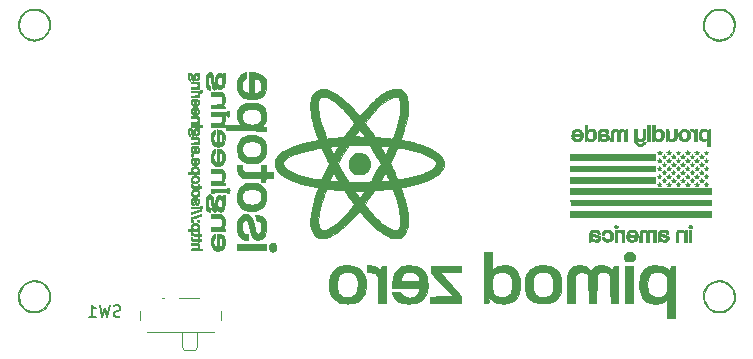
<source format=gbo>
G04 #@! TF.GenerationSoftware,KiCad,Pcbnew,(5.1.9)-1*
G04 #@! TF.CreationDate,2021-04-04T16:08:07-04:00*
G04 #@! TF.ProjectId,pi_zero_video_modulator,70695f7a-6572-46f5-9f76-6964656f5f6d,rev?*
G04 #@! TF.SameCoordinates,Original*
G04 #@! TF.FileFunction,Legend,Bot*
G04 #@! TF.FilePolarity,Positive*
%FSLAX46Y46*%
G04 Gerber Fmt 4.6, Leading zero omitted, Abs format (unit mm)*
G04 Created by KiCad (PCBNEW (5.1.9)-1) date 2021-04-04 16:08:07*
%MOMM*%
%LPD*%
G01*
G04 APERTURE LIST*
%ADD10C,0.010000*%
%ADD11C,0.120000*%
%ADD12C,0.150000*%
G04 APERTURE END LIST*
D10*
G36*
X43753295Y-40744018D02*
G01*
X43928565Y-40684401D01*
X44091463Y-40588246D01*
X44161544Y-40530876D01*
X44289565Y-40388329D01*
X44382545Y-40227444D01*
X44440252Y-40053975D01*
X44462453Y-39873678D01*
X44448916Y-39692308D01*
X44399406Y-39515622D01*
X44313692Y-39349375D01*
X44214449Y-39222972D01*
X44068954Y-39097044D01*
X43903477Y-39005609D01*
X43724224Y-38950235D01*
X43537406Y-38932493D01*
X43349229Y-38953950D01*
X43254849Y-38980454D01*
X43079194Y-39060628D01*
X42930479Y-39169135D01*
X42809894Y-39300938D01*
X42718624Y-39451000D01*
X42657860Y-39614285D01*
X42628787Y-39785757D01*
X42632595Y-39960379D01*
X42670470Y-40133116D01*
X42743602Y-40298930D01*
X42853178Y-40452786D01*
X42896640Y-40499180D01*
X43045793Y-40620047D01*
X43211900Y-40705111D01*
X43389096Y-40754226D01*
X43571516Y-40767244D01*
X43753295Y-40744018D01*
G37*
X43753295Y-40744018D02*
X43928565Y-40684401D01*
X44091463Y-40588246D01*
X44161544Y-40530876D01*
X44289565Y-40388329D01*
X44382545Y-40227444D01*
X44440252Y-40053975D01*
X44462453Y-39873678D01*
X44448916Y-39692308D01*
X44399406Y-39515622D01*
X44313692Y-39349375D01*
X44214449Y-39222972D01*
X44068954Y-39097044D01*
X43903477Y-39005609D01*
X43724224Y-38950235D01*
X43537406Y-38932493D01*
X43349229Y-38953950D01*
X43254849Y-38980454D01*
X43079194Y-39060628D01*
X42930479Y-39169135D01*
X42809894Y-39300938D01*
X42718624Y-39451000D01*
X42657860Y-39614285D01*
X42628787Y-39785757D01*
X42632595Y-39960379D01*
X42670470Y-40133116D01*
X42743602Y-40298930D01*
X42853178Y-40452786D01*
X42896640Y-40499180D01*
X43045793Y-40620047D01*
X43211900Y-40705111D01*
X43389096Y-40754226D01*
X43571516Y-40767244D01*
X43753295Y-40744018D01*
G36*
X74198679Y-52433081D02*
G01*
X74384475Y-52391453D01*
X74404440Y-52384857D01*
X74627304Y-52288157D01*
X74825325Y-52160730D01*
X74995057Y-52005506D01*
X75133056Y-51825420D01*
X75197755Y-51709596D01*
X75270836Y-51542467D01*
X75317304Y-51388605D01*
X75341033Y-51231911D01*
X75346247Y-51092522D01*
X75327396Y-50851082D01*
X75271085Y-50628839D01*
X75176444Y-50423696D01*
X75042601Y-50233557D01*
X74945705Y-50128368D01*
X74762585Y-49974542D01*
X74561205Y-49856542D01*
X74346055Y-49775620D01*
X74121627Y-49733026D01*
X73892409Y-49730011D01*
X73662893Y-49767826D01*
X73656964Y-49769364D01*
X73554045Y-49801178D01*
X73443112Y-49842851D01*
X73363127Y-49878314D01*
X73254224Y-49944128D01*
X73135560Y-50035828D01*
X73018710Y-50142736D01*
X72915248Y-50254174D01*
X72836747Y-50359464D01*
X72830326Y-50369890D01*
X72724257Y-50584383D01*
X72657806Y-50804737D01*
X72629427Y-51026937D01*
X72631588Y-51085344D01*
X72722206Y-51085344D01*
X72739267Y-50861515D01*
X72790983Y-50658301D01*
X72879504Y-50470549D01*
X73006984Y-50293111D01*
X73092070Y-50200487D01*
X73262306Y-50050966D01*
X73441144Y-49939996D01*
X73635095Y-49863846D01*
X73716726Y-49842671D01*
X73873558Y-49821389D01*
X74048648Y-49820906D01*
X74223998Y-49840166D01*
X74381609Y-49878115D01*
X74394182Y-49882367D01*
X74540340Y-49940506D01*
X74663769Y-50008217D01*
X74779103Y-50094874D01*
X74893359Y-50202133D01*
X75037302Y-50375050D01*
X75144343Y-50562193D01*
X75215658Y-50759294D01*
X75252426Y-50962083D01*
X75255822Y-51166291D01*
X75227025Y-51367650D01*
X75167210Y-51561891D01*
X75077557Y-51744745D01*
X74959240Y-51911944D01*
X74813439Y-52059217D01*
X74641329Y-52182298D01*
X74444088Y-52276916D01*
X74309495Y-52319465D01*
X74178688Y-52342532D01*
X74026930Y-52352601D01*
X73871545Y-52349663D01*
X73729857Y-52333708D01*
X73665761Y-52319843D01*
X73461048Y-52244260D01*
X73270458Y-52133229D01*
X73100497Y-51992114D01*
X72957673Y-51826279D01*
X72852393Y-51649345D01*
X72787251Y-51496991D01*
X72746631Y-51358031D01*
X72726428Y-51214675D01*
X72722206Y-51085344D01*
X72631588Y-51085344D01*
X72637571Y-51246967D01*
X72680693Y-51460810D01*
X72757245Y-51664451D01*
X72865681Y-51853873D01*
X73004454Y-52025059D01*
X73172016Y-52173994D01*
X73366822Y-52296662D01*
X73587324Y-52389047D01*
X73610893Y-52396516D01*
X73796218Y-52435843D01*
X73997370Y-52447955D01*
X74198679Y-52433081D01*
G37*
X74198679Y-52433081D02*
X74384475Y-52391453D01*
X74404440Y-52384857D01*
X74627304Y-52288157D01*
X74825325Y-52160730D01*
X74995057Y-52005506D01*
X75133056Y-51825420D01*
X75197755Y-51709596D01*
X75270836Y-51542467D01*
X75317304Y-51388605D01*
X75341033Y-51231911D01*
X75346247Y-51092522D01*
X75327396Y-50851082D01*
X75271085Y-50628839D01*
X75176444Y-50423696D01*
X75042601Y-50233557D01*
X74945705Y-50128368D01*
X74762585Y-49974542D01*
X74561205Y-49856542D01*
X74346055Y-49775620D01*
X74121627Y-49733026D01*
X73892409Y-49730011D01*
X73662893Y-49767826D01*
X73656964Y-49769364D01*
X73554045Y-49801178D01*
X73443112Y-49842851D01*
X73363127Y-49878314D01*
X73254224Y-49944128D01*
X73135560Y-50035828D01*
X73018710Y-50142736D01*
X72915248Y-50254174D01*
X72836747Y-50359464D01*
X72830326Y-50369890D01*
X72724257Y-50584383D01*
X72657806Y-50804737D01*
X72629427Y-51026937D01*
X72631588Y-51085344D01*
X72722206Y-51085344D01*
X72739267Y-50861515D01*
X72790983Y-50658301D01*
X72879504Y-50470549D01*
X73006984Y-50293111D01*
X73092070Y-50200487D01*
X73262306Y-50050966D01*
X73441144Y-49939996D01*
X73635095Y-49863846D01*
X73716726Y-49842671D01*
X73873558Y-49821389D01*
X74048648Y-49820906D01*
X74223998Y-49840166D01*
X74381609Y-49878115D01*
X74394182Y-49882367D01*
X74540340Y-49940506D01*
X74663769Y-50008217D01*
X74779103Y-50094874D01*
X74893359Y-50202133D01*
X75037302Y-50375050D01*
X75144343Y-50562193D01*
X75215658Y-50759294D01*
X75252426Y-50962083D01*
X75255822Y-51166291D01*
X75227025Y-51367650D01*
X75167210Y-51561891D01*
X75077557Y-51744745D01*
X74959240Y-51911944D01*
X74813439Y-52059217D01*
X74641329Y-52182298D01*
X74444088Y-52276916D01*
X74309495Y-52319465D01*
X74178688Y-52342532D01*
X74026930Y-52352601D01*
X73871545Y-52349663D01*
X73729857Y-52333708D01*
X73665761Y-52319843D01*
X73461048Y-52244260D01*
X73270458Y-52133229D01*
X73100497Y-51992114D01*
X72957673Y-51826279D01*
X72852393Y-51649345D01*
X72787251Y-51496991D01*
X72746631Y-51358031D01*
X72726428Y-51214675D01*
X72722206Y-51085344D01*
X72631588Y-51085344D01*
X72637571Y-51246967D01*
X72680693Y-51460810D01*
X72757245Y-51664451D01*
X72865681Y-51853873D01*
X73004454Y-52025059D01*
X73172016Y-52173994D01*
X73366822Y-52296662D01*
X73587324Y-52389047D01*
X73610893Y-52396516D01*
X73796218Y-52435843D01*
X73997370Y-52447955D01*
X74198679Y-52433081D01*
G36*
X16167926Y-52438656D02*
G01*
X16355907Y-52402519D01*
X16376226Y-52396516D01*
X16602845Y-52305801D01*
X16805113Y-52182226D01*
X16980353Y-52028916D01*
X17125888Y-51848994D01*
X17239041Y-51645584D01*
X17317134Y-51421811D01*
X17348534Y-51261874D01*
X17358632Y-51040667D01*
X17330295Y-50815043D01*
X17265371Y-50593600D01*
X17165707Y-50384935D01*
X17156793Y-50369890D01*
X17081834Y-50266144D01*
X16980726Y-50155061D01*
X16865018Y-50047303D01*
X16746263Y-49953530D01*
X16636012Y-49884403D01*
X16624384Y-49878507D01*
X16405109Y-49791980D01*
X16176773Y-49741930D01*
X15946926Y-49729213D01*
X15723117Y-49754686D01*
X15661121Y-49769155D01*
X15448013Y-49845692D01*
X15249954Y-49957300D01*
X15071742Y-50099139D01*
X14918177Y-50266367D01*
X14794057Y-50454143D01*
X14704181Y-50657626D01*
X14673048Y-50766008D01*
X14652280Y-50893763D01*
X14642769Y-51041970D01*
X14644216Y-51166999D01*
X14731382Y-51166999D01*
X14736508Y-50941024D01*
X14779471Y-50727138D01*
X14856753Y-50528390D01*
X14964833Y-50347829D01*
X15100193Y-50188503D01*
X15259314Y-50053460D01*
X15438676Y-49945751D01*
X15634760Y-49868422D01*
X15844046Y-49824524D01*
X16063016Y-49817104D01*
X16259810Y-49842937D01*
X16459393Y-49902203D01*
X16641458Y-49994136D01*
X16812893Y-50122612D01*
X16895717Y-50200696D01*
X17044868Y-50374127D01*
X17153915Y-50555830D01*
X17224963Y-50750850D01*
X17260117Y-50964231D01*
X17264913Y-51085344D01*
X17258046Y-51244952D01*
X17234037Y-51385979D01*
X17188778Y-51526216D01*
X17134726Y-51649345D01*
X17023972Y-51833816D01*
X16879853Y-51998702D01*
X16708875Y-52138639D01*
X16517547Y-52248262D01*
X16321358Y-52319843D01*
X16194090Y-52342758D01*
X16043869Y-52352650D01*
X15888018Y-52349530D01*
X15743860Y-52333407D01*
X15677624Y-52319465D01*
X15464141Y-52243371D01*
X15271502Y-52132712D01*
X15102931Y-51991412D01*
X14961650Y-51823399D01*
X14850885Y-51632596D01*
X14773856Y-51422931D01*
X14733789Y-51198329D01*
X14731382Y-51166999D01*
X14644216Y-51166999D01*
X14644528Y-51193921D01*
X14657572Y-51332908D01*
X14672520Y-51410022D01*
X14741588Y-51610413D01*
X14842591Y-51803453D01*
X14967808Y-51975265D01*
X15016696Y-52028604D01*
X15178751Y-52173656D01*
X15352273Y-52285859D01*
X15550315Y-52373429D01*
X15582679Y-52384857D01*
X15765641Y-52429595D01*
X15965947Y-52447605D01*
X16167926Y-52438656D01*
G37*
X16167926Y-52438656D02*
X16355907Y-52402519D01*
X16376226Y-52396516D01*
X16602845Y-52305801D01*
X16805113Y-52182226D01*
X16980353Y-52028916D01*
X17125888Y-51848994D01*
X17239041Y-51645584D01*
X17317134Y-51421811D01*
X17348534Y-51261874D01*
X17358632Y-51040667D01*
X17330295Y-50815043D01*
X17265371Y-50593600D01*
X17165707Y-50384935D01*
X17156793Y-50369890D01*
X17081834Y-50266144D01*
X16980726Y-50155061D01*
X16865018Y-50047303D01*
X16746263Y-49953530D01*
X16636012Y-49884403D01*
X16624384Y-49878507D01*
X16405109Y-49791980D01*
X16176773Y-49741930D01*
X15946926Y-49729213D01*
X15723117Y-49754686D01*
X15661121Y-49769155D01*
X15448013Y-49845692D01*
X15249954Y-49957300D01*
X15071742Y-50099139D01*
X14918177Y-50266367D01*
X14794057Y-50454143D01*
X14704181Y-50657626D01*
X14673048Y-50766008D01*
X14652280Y-50893763D01*
X14642769Y-51041970D01*
X14644216Y-51166999D01*
X14731382Y-51166999D01*
X14736508Y-50941024D01*
X14779471Y-50727138D01*
X14856753Y-50528390D01*
X14964833Y-50347829D01*
X15100193Y-50188503D01*
X15259314Y-50053460D01*
X15438676Y-49945751D01*
X15634760Y-49868422D01*
X15844046Y-49824524D01*
X16063016Y-49817104D01*
X16259810Y-49842937D01*
X16459393Y-49902203D01*
X16641458Y-49994136D01*
X16812893Y-50122612D01*
X16895717Y-50200696D01*
X17044868Y-50374127D01*
X17153915Y-50555830D01*
X17224963Y-50750850D01*
X17260117Y-50964231D01*
X17264913Y-51085344D01*
X17258046Y-51244952D01*
X17234037Y-51385979D01*
X17188778Y-51526216D01*
X17134726Y-51649345D01*
X17023972Y-51833816D01*
X16879853Y-51998702D01*
X16708875Y-52138639D01*
X16517547Y-52248262D01*
X16321358Y-52319843D01*
X16194090Y-52342758D01*
X16043869Y-52352650D01*
X15888018Y-52349530D01*
X15743860Y-52333407D01*
X15677624Y-52319465D01*
X15464141Y-52243371D01*
X15271502Y-52132712D01*
X15102931Y-51991412D01*
X14961650Y-51823399D01*
X14850885Y-51632596D01*
X14773856Y-51422931D01*
X14733789Y-51198329D01*
X14731382Y-51166999D01*
X14644216Y-51166999D01*
X14644528Y-51193921D01*
X14657572Y-51332908D01*
X14672520Y-51410022D01*
X14741588Y-51610413D01*
X14842591Y-51803453D01*
X14967808Y-51975265D01*
X15016696Y-52028604D01*
X15178751Y-52173656D01*
X15352273Y-52285859D01*
X15550315Y-52373429D01*
X15582679Y-52384857D01*
X15765641Y-52429595D01*
X15965947Y-52447605D01*
X16167926Y-52438656D01*
G36*
X66752893Y-48498760D02*
G01*
X66075560Y-48498760D01*
X66075560Y-51652594D01*
X66752893Y-51652594D01*
X66752893Y-48498760D01*
G37*
X66752893Y-48498760D02*
X66075560Y-48498760D01*
X66075560Y-51652594D01*
X66752893Y-51652594D01*
X66752893Y-48498760D01*
G36*
X52190226Y-51086651D02*
G01*
X50369338Y-49059677D01*
X51279782Y-49054161D01*
X52190226Y-49048644D01*
X52190226Y-48498760D01*
X49629060Y-48498760D01*
X49629526Y-49080844D01*
X50551170Y-50086260D01*
X51472813Y-51091677D01*
X50519186Y-51097185D01*
X49565560Y-51102692D01*
X49565560Y-51652594D01*
X52190226Y-51652594D01*
X52190226Y-51086651D01*
G37*
X52190226Y-51086651D02*
X50369338Y-49059677D01*
X51279782Y-49054161D01*
X52190226Y-49048644D01*
X52190226Y-48498760D01*
X49629060Y-48498760D01*
X49629526Y-49080844D01*
X50551170Y-50086260D01*
X51472813Y-51091677D01*
X50519186Y-51097185D01*
X49565560Y-51102692D01*
X49565560Y-51652594D01*
X52190226Y-51652594D01*
X52190226Y-51086651D01*
G36*
X70287726Y-48498760D02*
G01*
X70107145Y-48498760D01*
X70006624Y-48501326D01*
X69944867Y-48509328D01*
X69918599Y-48523224D01*
X69917706Y-48525219D01*
X69907971Y-48556409D01*
X69889472Y-48617314D01*
X69865501Y-48697067D01*
X69854211Y-48734846D01*
X69799575Y-48918015D01*
X69684459Y-48802899D01*
X69534754Y-48682392D01*
X69352788Y-48586909D01*
X69141002Y-48517231D01*
X68901835Y-48474136D01*
X68637730Y-48458403D01*
X68604976Y-48458388D01*
X68489737Y-48461465D01*
X68375291Y-48468701D01*
X68276539Y-48478937D01*
X68219593Y-48488345D01*
X68010637Y-48553910D01*
X67825149Y-48654024D01*
X67663828Y-48787547D01*
X67527372Y-48953339D01*
X67416481Y-49150260D01*
X67331853Y-49377171D01*
X67274188Y-49632932D01*
X67244185Y-49916402D01*
X67239726Y-50086261D01*
X67243669Y-50170927D01*
X67922726Y-50170927D01*
X67923287Y-49914851D01*
X67943487Y-49694848D01*
X67984323Y-49508984D01*
X68046788Y-49355325D01*
X68131880Y-49231937D01*
X68240592Y-49136886D01*
X68373920Y-49068238D01*
X68510685Y-49028493D01*
X68610554Y-49015875D01*
X68734106Y-49012604D01*
X68867397Y-49017840D01*
X68996488Y-49030740D01*
X69107434Y-49050462D01*
X69167572Y-49068155D01*
X69314588Y-49144464D01*
X69432328Y-49251248D01*
X69522028Y-49389636D01*
X69524131Y-49393941D01*
X69564261Y-49488076D01*
X69593847Y-49586757D01*
X69613861Y-49697458D01*
X69625277Y-49827655D01*
X69629070Y-49984820D01*
X69626212Y-50176430D01*
X69626186Y-50177382D01*
X69621446Y-50319706D01*
X69615588Y-50428213D01*
X69607631Y-50511419D01*
X69596593Y-50577839D01*
X69581493Y-50635990D01*
X69569020Y-50673431D01*
X69502970Y-50808915D01*
X69410768Y-50927414D01*
X69300942Y-51019275D01*
X69229286Y-51057955D01*
X69068347Y-51110531D01*
X68896863Y-51137285D01*
X68722311Y-51139439D01*
X68552171Y-51118213D01*
X68393919Y-51074831D01*
X68255033Y-51010512D01*
X68142990Y-50926479D01*
X68095896Y-50872813D01*
X68037941Y-50782926D01*
X67993978Y-50685845D01*
X67962115Y-50573903D01*
X67940461Y-50439435D01*
X67927125Y-50274774D01*
X67922726Y-50170927D01*
X67243669Y-50170927D01*
X67253776Y-50387903D01*
X67295664Y-50660059D01*
X67364996Y-50902094D01*
X67461379Y-51113374D01*
X67584422Y-51293264D01*
X67733729Y-51441130D01*
X67908908Y-51556338D01*
X68109567Y-51638254D01*
X68218898Y-51666437D01*
X68360918Y-51686774D01*
X68526502Y-51694651D01*
X68702167Y-51690722D01*
X68874433Y-51675641D01*
X69029816Y-51650061D01*
X69134143Y-51622060D01*
X69263945Y-51573747D01*
X69366461Y-51523697D01*
X69456235Y-51463667D01*
X69541601Y-51391139D01*
X69631560Y-51308536D01*
X69631560Y-52880260D01*
X70287726Y-52880260D01*
X70287726Y-48498760D01*
G37*
X70287726Y-48498760D02*
X70107145Y-48498760D01*
X70006624Y-48501326D01*
X69944867Y-48509328D01*
X69918599Y-48523224D01*
X69917706Y-48525219D01*
X69907971Y-48556409D01*
X69889472Y-48617314D01*
X69865501Y-48697067D01*
X69854211Y-48734846D01*
X69799575Y-48918015D01*
X69684459Y-48802899D01*
X69534754Y-48682392D01*
X69352788Y-48586909D01*
X69141002Y-48517231D01*
X68901835Y-48474136D01*
X68637730Y-48458403D01*
X68604976Y-48458388D01*
X68489737Y-48461465D01*
X68375291Y-48468701D01*
X68276539Y-48478937D01*
X68219593Y-48488345D01*
X68010637Y-48553910D01*
X67825149Y-48654024D01*
X67663828Y-48787547D01*
X67527372Y-48953339D01*
X67416481Y-49150260D01*
X67331853Y-49377171D01*
X67274188Y-49632932D01*
X67244185Y-49916402D01*
X67239726Y-50086261D01*
X67243669Y-50170927D01*
X67922726Y-50170927D01*
X67923287Y-49914851D01*
X67943487Y-49694848D01*
X67984323Y-49508984D01*
X68046788Y-49355325D01*
X68131880Y-49231937D01*
X68240592Y-49136886D01*
X68373920Y-49068238D01*
X68510685Y-49028493D01*
X68610554Y-49015875D01*
X68734106Y-49012604D01*
X68867397Y-49017840D01*
X68996488Y-49030740D01*
X69107434Y-49050462D01*
X69167572Y-49068155D01*
X69314588Y-49144464D01*
X69432328Y-49251248D01*
X69522028Y-49389636D01*
X69524131Y-49393941D01*
X69564261Y-49488076D01*
X69593847Y-49586757D01*
X69613861Y-49697458D01*
X69625277Y-49827655D01*
X69629070Y-49984820D01*
X69626212Y-50176430D01*
X69626186Y-50177382D01*
X69621446Y-50319706D01*
X69615588Y-50428213D01*
X69607631Y-50511419D01*
X69596593Y-50577839D01*
X69581493Y-50635990D01*
X69569020Y-50673431D01*
X69502970Y-50808915D01*
X69410768Y-50927414D01*
X69300942Y-51019275D01*
X69229286Y-51057955D01*
X69068347Y-51110531D01*
X68896863Y-51137285D01*
X68722311Y-51139439D01*
X68552171Y-51118213D01*
X68393919Y-51074831D01*
X68255033Y-51010512D01*
X68142990Y-50926479D01*
X68095896Y-50872813D01*
X68037941Y-50782926D01*
X67993978Y-50685845D01*
X67962115Y-50573903D01*
X67940461Y-50439435D01*
X67927125Y-50274774D01*
X67922726Y-50170927D01*
X67243669Y-50170927D01*
X67253776Y-50387903D01*
X67295664Y-50660059D01*
X67364996Y-50902094D01*
X67461379Y-51113374D01*
X67584422Y-51293264D01*
X67733729Y-51441130D01*
X67908908Y-51556338D01*
X68109567Y-51638254D01*
X68218898Y-51666437D01*
X68360918Y-51686774D01*
X68526502Y-51694651D01*
X68702167Y-51690722D01*
X68874433Y-51675641D01*
X69029816Y-51650061D01*
X69134143Y-51622060D01*
X69263945Y-51573747D01*
X69366461Y-51523697D01*
X69456235Y-51463667D01*
X69541601Y-51391139D01*
X69631560Y-51308536D01*
X69631560Y-52880260D01*
X70287726Y-52880260D01*
X70287726Y-48498760D01*
G36*
X61783724Y-50557219D02*
G01*
X61785793Y-50306422D01*
X61787959Y-50094404D01*
X61790346Y-49917610D01*
X61793077Y-49772485D01*
X61796277Y-49655473D01*
X61800068Y-49563021D01*
X61804574Y-49491574D01*
X61809918Y-49437576D01*
X61816224Y-49397473D01*
X61823615Y-49367711D01*
X61825184Y-49362835D01*
X61882144Y-49236009D01*
X61959311Y-49141608D01*
X62060595Y-49077150D01*
X62189905Y-49040153D01*
X62351150Y-49028136D01*
X62352359Y-49028134D01*
X62511808Y-49037084D01*
X62638414Y-49066346D01*
X62737973Y-49118935D01*
X62816280Y-49197865D01*
X62876658Y-49300830D01*
X62932310Y-49419510D01*
X62944650Y-51652594D01*
X63620226Y-51652594D01*
X63620400Y-50694802D01*
X63621042Y-50412260D01*
X63622953Y-50169068D01*
X63626280Y-49962256D01*
X63631168Y-49788855D01*
X63637761Y-49645897D01*
X63646204Y-49530413D01*
X63656644Y-49439434D01*
X63669224Y-49369990D01*
X63684090Y-49319113D01*
X63688138Y-49309046D01*
X63751644Y-49196605D01*
X63834733Y-49114931D01*
X63941994Y-49061475D01*
X64078015Y-49033684D01*
X64193247Y-49028134D01*
X64346507Y-49035949D01*
X64467665Y-49061407D01*
X64564123Y-49106942D01*
X64643286Y-49174987D01*
X64644654Y-49176495D01*
X64675752Y-49211737D01*
X64702169Y-49245565D01*
X64724312Y-49281623D01*
X64742591Y-49323556D01*
X64757413Y-49375007D01*
X64769187Y-49439622D01*
X64778322Y-49521044D01*
X64785225Y-49622917D01*
X64790305Y-49748886D01*
X64793971Y-49902596D01*
X64796631Y-50087689D01*
X64798694Y-50307811D01*
X64800567Y-50566607D01*
X64800575Y-50567802D01*
X64808010Y-51652594D01*
X65461726Y-51652594D01*
X65461726Y-48497112D01*
X65096912Y-48509344D01*
X65030355Y-48694220D01*
X64963797Y-48879096D01*
X64876831Y-48778887D01*
X64742064Y-48655699D01*
X64577410Y-48561554D01*
X64384268Y-48496973D01*
X64164035Y-48462477D01*
X64012871Y-48456427D01*
X63795438Y-48469321D01*
X63609150Y-48508683D01*
X63451324Y-48575534D01*
X63319274Y-48670892D01*
X63247055Y-48747346D01*
X63199781Y-48807018D01*
X63163456Y-48856586D01*
X63147325Y-48882733D01*
X63131706Y-48893940D01*
X63105700Y-48869241D01*
X63097976Y-48858594D01*
X62984957Y-48731393D01*
X62840492Y-48623130D01*
X62673240Y-48539196D01*
X62500975Y-48486872D01*
X62391746Y-48470698D01*
X62259904Y-48461665D01*
X62119845Y-48459794D01*
X61985965Y-48465104D01*
X61872662Y-48477616D01*
X61830765Y-48485952D01*
X61648944Y-48549216D01*
X61495005Y-48644247D01*
X61368001Y-48771813D01*
X61266985Y-48932683D01*
X61258708Y-48949721D01*
X61229803Y-49012016D01*
X61205134Y-49070328D01*
X61184329Y-49128544D01*
X61167017Y-49190551D01*
X61152829Y-49260236D01*
X61141394Y-49341487D01*
X61132341Y-49438189D01*
X61125300Y-49554231D01*
X61119901Y-49693500D01*
X61115773Y-49859881D01*
X61112546Y-50057264D01*
X61109848Y-50289534D01*
X61107529Y-50536052D01*
X61097591Y-51652594D01*
X61775408Y-51652594D01*
X61783724Y-50557219D01*
G37*
X61783724Y-50557219D02*
X61785793Y-50306422D01*
X61787959Y-50094404D01*
X61790346Y-49917610D01*
X61793077Y-49772485D01*
X61796277Y-49655473D01*
X61800068Y-49563021D01*
X61804574Y-49491574D01*
X61809918Y-49437576D01*
X61816224Y-49397473D01*
X61823615Y-49367711D01*
X61825184Y-49362835D01*
X61882144Y-49236009D01*
X61959311Y-49141608D01*
X62060595Y-49077150D01*
X62189905Y-49040153D01*
X62351150Y-49028136D01*
X62352359Y-49028134D01*
X62511808Y-49037084D01*
X62638414Y-49066346D01*
X62737973Y-49118935D01*
X62816280Y-49197865D01*
X62876658Y-49300830D01*
X62932310Y-49419510D01*
X62944650Y-51652594D01*
X63620226Y-51652594D01*
X63620400Y-50694802D01*
X63621042Y-50412260D01*
X63622953Y-50169068D01*
X63626280Y-49962256D01*
X63631168Y-49788855D01*
X63637761Y-49645897D01*
X63646204Y-49530413D01*
X63656644Y-49439434D01*
X63669224Y-49369990D01*
X63684090Y-49319113D01*
X63688138Y-49309046D01*
X63751644Y-49196605D01*
X63834733Y-49114931D01*
X63941994Y-49061475D01*
X64078015Y-49033684D01*
X64193247Y-49028134D01*
X64346507Y-49035949D01*
X64467665Y-49061407D01*
X64564123Y-49106942D01*
X64643286Y-49174987D01*
X64644654Y-49176495D01*
X64675752Y-49211737D01*
X64702169Y-49245565D01*
X64724312Y-49281623D01*
X64742591Y-49323556D01*
X64757413Y-49375007D01*
X64769187Y-49439622D01*
X64778322Y-49521044D01*
X64785225Y-49622917D01*
X64790305Y-49748886D01*
X64793971Y-49902596D01*
X64796631Y-50087689D01*
X64798694Y-50307811D01*
X64800567Y-50566607D01*
X64800575Y-50567802D01*
X64808010Y-51652594D01*
X65461726Y-51652594D01*
X65461726Y-48497112D01*
X65096912Y-48509344D01*
X65030355Y-48694220D01*
X64963797Y-48879096D01*
X64876831Y-48778887D01*
X64742064Y-48655699D01*
X64577410Y-48561554D01*
X64384268Y-48496973D01*
X64164035Y-48462477D01*
X64012871Y-48456427D01*
X63795438Y-48469321D01*
X63609150Y-48508683D01*
X63451324Y-48575534D01*
X63319274Y-48670892D01*
X63247055Y-48747346D01*
X63199781Y-48807018D01*
X63163456Y-48856586D01*
X63147325Y-48882733D01*
X63131706Y-48893940D01*
X63105700Y-48869241D01*
X63097976Y-48858594D01*
X62984957Y-48731393D01*
X62840492Y-48623130D01*
X62673240Y-48539196D01*
X62500975Y-48486872D01*
X62391746Y-48470698D01*
X62259904Y-48461665D01*
X62119845Y-48459794D01*
X61985965Y-48465104D01*
X61872662Y-48477616D01*
X61830765Y-48485952D01*
X61648944Y-48549216D01*
X61495005Y-48644247D01*
X61368001Y-48771813D01*
X61266985Y-48932683D01*
X61258708Y-48949721D01*
X61229803Y-49012016D01*
X61205134Y-49070328D01*
X61184329Y-49128544D01*
X61167017Y-49190551D01*
X61152829Y-49260236D01*
X61141394Y-49341487D01*
X61132341Y-49438189D01*
X61125300Y-49554231D01*
X61119901Y-49693500D01*
X61115773Y-49859881D01*
X61112546Y-50057264D01*
X61109848Y-50289534D01*
X61107529Y-50536052D01*
X61097591Y-51652594D01*
X61775408Y-51652594D01*
X61783724Y-50557219D01*
G36*
X59175226Y-51688656D02*
G01*
X59354785Y-51679981D01*
X59503292Y-51666304D01*
X59615892Y-51648112D01*
X59640893Y-51642125D01*
X59870667Y-51562243D01*
X60071553Y-51451502D01*
X60243706Y-51309745D01*
X60387282Y-51136812D01*
X60502438Y-50932545D01*
X60589330Y-50696783D01*
X60597327Y-50668344D01*
X60614001Y-50602020D01*
X60626243Y-50537497D01*
X60634734Y-50466391D01*
X60640157Y-50380317D01*
X60643193Y-50270892D01*
X60644524Y-50129733D01*
X60644677Y-50086260D01*
X60644570Y-49937378D01*
X60642888Y-49822348D01*
X60638954Y-49732699D01*
X60632091Y-49659960D01*
X60621620Y-49595659D01*
X60606866Y-49531325D01*
X60597477Y-49495786D01*
X60515522Y-49256415D01*
X60408171Y-49050431D01*
X60273935Y-48876285D01*
X60111326Y-48732427D01*
X59918855Y-48617309D01*
X59695035Y-48529382D01*
X59658432Y-48518374D01*
X59554732Y-48496304D01*
X59420366Y-48479361D01*
X59266735Y-48467916D01*
X59105239Y-48462341D01*
X58947279Y-48463009D01*
X58804255Y-48470291D01*
X58687567Y-48484559D01*
X58677810Y-48486380D01*
X58432966Y-48551871D01*
X58217567Y-48647611D01*
X58031508Y-48773724D01*
X57874684Y-48930333D01*
X57746990Y-49117560D01*
X57648322Y-49335530D01*
X57578576Y-49584365D01*
X57541413Y-49825358D01*
X57529255Y-49973539D01*
X57527508Y-50075677D01*
X58219045Y-50075677D01*
X58224180Y-49875892D01*
X58240486Y-49709472D01*
X58269310Y-49568607D01*
X58312000Y-49445483D01*
X58336988Y-49392013D01*
X58388371Y-49312477D01*
X58460531Y-49227590D01*
X58540324Y-49151172D01*
X58614610Y-49097044D01*
X58620725Y-49093657D01*
X58725309Y-49053397D01*
X58858504Y-49025376D01*
X59008200Y-49010270D01*
X59162283Y-49008755D01*
X59308642Y-49021509D01*
X59432384Y-49048340D01*
X59581086Y-49109855D01*
X59703708Y-49195833D01*
X59801677Y-49308735D01*
X59876418Y-49451021D01*
X59929356Y-49625150D01*
X59961916Y-49833582D01*
X59972464Y-49980427D01*
X59972359Y-50217935D01*
X59949994Y-50432738D01*
X59906301Y-50621373D01*
X59842212Y-50780374D01*
X59758658Y-50906277D01*
X59710216Y-50955434D01*
X59611608Y-51030169D01*
X59506880Y-51082959D01*
X59386065Y-51117112D01*
X59239193Y-51135939D01*
X59152160Y-51140665D01*
X59022976Y-51143184D01*
X58923739Y-51139404D01*
X58842412Y-51128451D01*
X58781743Y-51113822D01*
X58628388Y-51055320D01*
X58501554Y-50973682D01*
X58399935Y-50866501D01*
X58322228Y-50731369D01*
X58267127Y-50565881D01*
X58233329Y-50367628D01*
X58219527Y-50134204D01*
X58219045Y-50075677D01*
X57527508Y-50075677D01*
X57526999Y-50105404D01*
X57534641Y-50244409D01*
X57541315Y-50315610D01*
X57572265Y-50545307D01*
X57616114Y-50741056D01*
X57675836Y-50910062D01*
X57754404Y-51059530D01*
X57854790Y-51196665D01*
X57945374Y-51294946D01*
X58095342Y-51426112D01*
X58256916Y-51529043D01*
X58435034Y-51605321D01*
X58634633Y-51656525D01*
X58860650Y-51684236D01*
X59118023Y-51690034D01*
X59175226Y-51688656D01*
G37*
X59175226Y-51688656D02*
X59354785Y-51679981D01*
X59503292Y-51666304D01*
X59615892Y-51648112D01*
X59640893Y-51642125D01*
X59870667Y-51562243D01*
X60071553Y-51451502D01*
X60243706Y-51309745D01*
X60387282Y-51136812D01*
X60502438Y-50932545D01*
X60589330Y-50696783D01*
X60597327Y-50668344D01*
X60614001Y-50602020D01*
X60626243Y-50537497D01*
X60634734Y-50466391D01*
X60640157Y-50380317D01*
X60643193Y-50270892D01*
X60644524Y-50129733D01*
X60644677Y-50086260D01*
X60644570Y-49937378D01*
X60642888Y-49822348D01*
X60638954Y-49732699D01*
X60632091Y-49659960D01*
X60621620Y-49595659D01*
X60606866Y-49531325D01*
X60597477Y-49495786D01*
X60515522Y-49256415D01*
X60408171Y-49050431D01*
X60273935Y-48876285D01*
X60111326Y-48732427D01*
X59918855Y-48617309D01*
X59695035Y-48529382D01*
X59658432Y-48518374D01*
X59554732Y-48496304D01*
X59420366Y-48479361D01*
X59266735Y-48467916D01*
X59105239Y-48462341D01*
X58947279Y-48463009D01*
X58804255Y-48470291D01*
X58687567Y-48484559D01*
X58677810Y-48486380D01*
X58432966Y-48551871D01*
X58217567Y-48647611D01*
X58031508Y-48773724D01*
X57874684Y-48930333D01*
X57746990Y-49117560D01*
X57648322Y-49335530D01*
X57578576Y-49584365D01*
X57541413Y-49825358D01*
X57529255Y-49973539D01*
X57527508Y-50075677D01*
X58219045Y-50075677D01*
X58224180Y-49875892D01*
X58240486Y-49709472D01*
X58269310Y-49568607D01*
X58312000Y-49445483D01*
X58336988Y-49392013D01*
X58388371Y-49312477D01*
X58460531Y-49227590D01*
X58540324Y-49151172D01*
X58614610Y-49097044D01*
X58620725Y-49093657D01*
X58725309Y-49053397D01*
X58858504Y-49025376D01*
X59008200Y-49010270D01*
X59162283Y-49008755D01*
X59308642Y-49021509D01*
X59432384Y-49048340D01*
X59581086Y-49109855D01*
X59703708Y-49195833D01*
X59801677Y-49308735D01*
X59876418Y-49451021D01*
X59929356Y-49625150D01*
X59961916Y-49833582D01*
X59972464Y-49980427D01*
X59972359Y-50217935D01*
X59949994Y-50432738D01*
X59906301Y-50621373D01*
X59842212Y-50780374D01*
X59758658Y-50906277D01*
X59710216Y-50955434D01*
X59611608Y-51030169D01*
X59506880Y-51082959D01*
X59386065Y-51117112D01*
X59239193Y-51135939D01*
X59152160Y-51140665D01*
X59022976Y-51143184D01*
X58923739Y-51139404D01*
X58842412Y-51128451D01*
X58781743Y-51113822D01*
X58628388Y-51055320D01*
X58501554Y-50973682D01*
X58399935Y-50866501D01*
X58322228Y-50731369D01*
X58267127Y-50565881D01*
X58233329Y-50367628D01*
X58219527Y-50134204D01*
X58219045Y-50075677D01*
X57527508Y-50075677D01*
X57526999Y-50105404D01*
X57534641Y-50244409D01*
X57541315Y-50315610D01*
X57572265Y-50545307D01*
X57616114Y-50741056D01*
X57675836Y-50910062D01*
X57754404Y-51059530D01*
X57854790Y-51196665D01*
X57945374Y-51294946D01*
X58095342Y-51426112D01*
X58256916Y-51529043D01*
X58435034Y-51605321D01*
X58634633Y-51656525D01*
X58860650Y-51684236D01*
X59118023Y-51690034D01*
X59175226Y-51688656D01*
G36*
X48036610Y-51679379D02*
G01*
X48298151Y-51634380D01*
X48529905Y-51559339D01*
X48731925Y-51454220D01*
X48904267Y-51318987D01*
X49046984Y-51153607D01*
X49160132Y-50958043D01*
X49243764Y-50732260D01*
X49246966Y-50720915D01*
X49293030Y-50503713D01*
X49319213Y-50263067D01*
X49325381Y-50012818D01*
X49311399Y-49766811D01*
X49277131Y-49538889D01*
X49259265Y-49461844D01*
X49180174Y-49235088D01*
X49067481Y-49033116D01*
X48923355Y-48858074D01*
X48749969Y-48712109D01*
X48549493Y-48597370D01*
X48324097Y-48516002D01*
X48295560Y-48508602D01*
X48216034Y-48494400D01*
X48106700Y-48482480D01*
X47977917Y-48473199D01*
X47840042Y-48466913D01*
X47703435Y-48463977D01*
X47578454Y-48464748D01*
X47475457Y-48469580D01*
X47408013Y-48478128D01*
X47175685Y-48543920D01*
X46974428Y-48637674D01*
X46802327Y-48760814D01*
X46657471Y-48914766D01*
X46537945Y-49100954D01*
X46517193Y-49141612D01*
X46454802Y-49280099D01*
X46407844Y-49414075D01*
X46374087Y-49553877D01*
X46351303Y-49709843D01*
X46343512Y-49811094D01*
X47019438Y-49811094D01*
X47031922Y-49677405D01*
X47066739Y-49489831D01*
X47133017Y-49328727D01*
X47229607Y-49195641D01*
X47355360Y-49092123D01*
X47509127Y-49019721D01*
X47522976Y-49015202D01*
X47603920Y-48998997D01*
X47712351Y-48989851D01*
X47834025Y-48987720D01*
X47954696Y-48992555D01*
X48060121Y-49004312D01*
X48118921Y-49017135D01*
X48260128Y-49079621D01*
X48386711Y-49175339D01*
X48465428Y-49264858D01*
X48514417Y-49351299D01*
X48559775Y-49465019D01*
X48596407Y-49590988D01*
X48619221Y-49714176D01*
X48620038Y-49721135D01*
X48630198Y-49811094D01*
X47019438Y-49811094D01*
X46343512Y-49811094D01*
X46337261Y-49892310D01*
X46332836Y-49996302D01*
X46321130Y-50340260D01*
X47477678Y-50340260D01*
X47738327Y-50340449D01*
X47959396Y-50341057D01*
X48143636Y-50342148D01*
X48293798Y-50343784D01*
X48412634Y-50346028D01*
X48502895Y-50348944D01*
X48567333Y-50352594D01*
X48608698Y-50357041D01*
X48629744Y-50362348D01*
X48633859Y-50366719D01*
X48625822Y-50433580D01*
X48605918Y-50524248D01*
X48578379Y-50623377D01*
X48547438Y-50715622D01*
X48519444Y-50781536D01*
X48425553Y-50921973D01*
X48302172Y-51033692D01*
X48152076Y-51115374D01*
X47978043Y-51165705D01*
X47782847Y-51183368D01*
X47679665Y-51179650D01*
X47493274Y-51151075D01*
X47338574Y-51095203D01*
X47214203Y-51011185D01*
X47118800Y-50898176D01*
X47067454Y-50798800D01*
X47017770Y-50678927D01*
X46321649Y-50678927D01*
X46335552Y-50765870D01*
X46387677Y-50971980D01*
X46473724Y-51153308D01*
X46592944Y-51309360D01*
X46744585Y-51439642D01*
X46927898Y-51543659D01*
X47142131Y-51620917D01*
X47386533Y-51670921D01*
X47660355Y-51693178D01*
X47745226Y-51694371D01*
X48036610Y-51679379D01*
G37*
X48036610Y-51679379D02*
X48298151Y-51634380D01*
X48529905Y-51559339D01*
X48731925Y-51454220D01*
X48904267Y-51318987D01*
X49046984Y-51153607D01*
X49160132Y-50958043D01*
X49243764Y-50732260D01*
X49246966Y-50720915D01*
X49293030Y-50503713D01*
X49319213Y-50263067D01*
X49325381Y-50012818D01*
X49311399Y-49766811D01*
X49277131Y-49538889D01*
X49259265Y-49461844D01*
X49180174Y-49235088D01*
X49067481Y-49033116D01*
X48923355Y-48858074D01*
X48749969Y-48712109D01*
X48549493Y-48597370D01*
X48324097Y-48516002D01*
X48295560Y-48508602D01*
X48216034Y-48494400D01*
X48106700Y-48482480D01*
X47977917Y-48473199D01*
X47840042Y-48466913D01*
X47703435Y-48463977D01*
X47578454Y-48464748D01*
X47475457Y-48469580D01*
X47408013Y-48478128D01*
X47175685Y-48543920D01*
X46974428Y-48637674D01*
X46802327Y-48760814D01*
X46657471Y-48914766D01*
X46537945Y-49100954D01*
X46517193Y-49141612D01*
X46454802Y-49280099D01*
X46407844Y-49414075D01*
X46374087Y-49553877D01*
X46351303Y-49709843D01*
X46343512Y-49811094D01*
X47019438Y-49811094D01*
X47031922Y-49677405D01*
X47066739Y-49489831D01*
X47133017Y-49328727D01*
X47229607Y-49195641D01*
X47355360Y-49092123D01*
X47509127Y-49019721D01*
X47522976Y-49015202D01*
X47603920Y-48998997D01*
X47712351Y-48989851D01*
X47834025Y-48987720D01*
X47954696Y-48992555D01*
X48060121Y-49004312D01*
X48118921Y-49017135D01*
X48260128Y-49079621D01*
X48386711Y-49175339D01*
X48465428Y-49264858D01*
X48514417Y-49351299D01*
X48559775Y-49465019D01*
X48596407Y-49590988D01*
X48619221Y-49714176D01*
X48620038Y-49721135D01*
X48630198Y-49811094D01*
X47019438Y-49811094D01*
X46343512Y-49811094D01*
X46337261Y-49892310D01*
X46332836Y-49996302D01*
X46321130Y-50340260D01*
X47477678Y-50340260D01*
X47738327Y-50340449D01*
X47959396Y-50341057D01*
X48143636Y-50342148D01*
X48293798Y-50343784D01*
X48412634Y-50346028D01*
X48502895Y-50348944D01*
X48567333Y-50352594D01*
X48608698Y-50357041D01*
X48629744Y-50362348D01*
X48633859Y-50366719D01*
X48625822Y-50433580D01*
X48605918Y-50524248D01*
X48578379Y-50623377D01*
X48547438Y-50715622D01*
X48519444Y-50781536D01*
X48425553Y-50921973D01*
X48302172Y-51033692D01*
X48152076Y-51115374D01*
X47978043Y-51165705D01*
X47782847Y-51183368D01*
X47679665Y-51179650D01*
X47493274Y-51151075D01*
X47338574Y-51095203D01*
X47214203Y-51011185D01*
X47118800Y-50898176D01*
X47067454Y-50798800D01*
X47017770Y-50678927D01*
X46321649Y-50678927D01*
X46335552Y-50765870D01*
X46387677Y-50971980D01*
X46473724Y-51153308D01*
X46592944Y-51309360D01*
X46744585Y-51439642D01*
X46927898Y-51543659D01*
X47142131Y-51620917D01*
X47386533Y-51670921D01*
X47660355Y-51693178D01*
X47745226Y-51694371D01*
X48036610Y-51679379D01*
G36*
X45819060Y-48498760D02*
G01*
X45633851Y-48498762D01*
X45448643Y-48498764D01*
X45376234Y-48708612D01*
X45303825Y-48918459D01*
X45247093Y-48840142D01*
X45132092Y-48716229D01*
X44983552Y-48613186D01*
X44806190Y-48533760D01*
X44642456Y-48488159D01*
X44543134Y-48471301D01*
X44440373Y-48460849D01*
X44343281Y-48456884D01*
X44260963Y-48459486D01*
X44202524Y-48468734D01*
X44177294Y-48484060D01*
X44173685Y-48514936D01*
X44171593Y-48578936D01*
X44171164Y-48666871D01*
X44172543Y-48769552D01*
X44172667Y-48775101D01*
X44178643Y-49038510D01*
X44370309Y-49041876D01*
X44562807Y-49055517D01*
X44721519Y-49090543D01*
X44850419Y-49149204D01*
X44953486Y-49233751D01*
X45034694Y-49346436D01*
X45081053Y-49444234D01*
X45092302Y-49472993D01*
X45101728Y-49500913D01*
X45109523Y-49531893D01*
X45115872Y-49569832D01*
X45120966Y-49618630D01*
X45124992Y-49682185D01*
X45128139Y-49764398D01*
X45130596Y-49869167D01*
X45132550Y-50000392D01*
X45134191Y-50161972D01*
X45135707Y-50357806D01*
X45137286Y-50591794D01*
X45137407Y-50610135D01*
X45144260Y-51652594D01*
X45819060Y-51652594D01*
X45819060Y-48498760D01*
G37*
X45819060Y-48498760D02*
X45633851Y-48498762D01*
X45448643Y-48498764D01*
X45376234Y-48708612D01*
X45303825Y-48918459D01*
X45247093Y-48840142D01*
X45132092Y-48716229D01*
X44983552Y-48613186D01*
X44806190Y-48533760D01*
X44642456Y-48488159D01*
X44543134Y-48471301D01*
X44440373Y-48460849D01*
X44343281Y-48456884D01*
X44260963Y-48459486D01*
X44202524Y-48468734D01*
X44177294Y-48484060D01*
X44173685Y-48514936D01*
X44171593Y-48578936D01*
X44171164Y-48666871D01*
X44172543Y-48769552D01*
X44172667Y-48775101D01*
X44178643Y-49038510D01*
X44370309Y-49041876D01*
X44562807Y-49055517D01*
X44721519Y-49090543D01*
X44850419Y-49149204D01*
X44953486Y-49233751D01*
X45034694Y-49346436D01*
X45081053Y-49444234D01*
X45092302Y-49472993D01*
X45101728Y-49500913D01*
X45109523Y-49531893D01*
X45115872Y-49569832D01*
X45120966Y-49618630D01*
X45124992Y-49682185D01*
X45128139Y-49764398D01*
X45130596Y-49869167D01*
X45132550Y-50000392D01*
X45134191Y-50161972D01*
X45135707Y-50357806D01*
X45137286Y-50591794D01*
X45137407Y-50610135D01*
X45144260Y-51652594D01*
X45819060Y-51652594D01*
X45819060Y-48498760D01*
G36*
X42638623Y-51689063D02*
G01*
X42868755Y-51673063D01*
X43065700Y-51641775D01*
X43236706Y-51592454D01*
X43389021Y-51522350D01*
X43529891Y-51428717D01*
X43666563Y-51308806D01*
X43682074Y-51293473D01*
X43808958Y-51148077D01*
X43909401Y-50989442D01*
X43985888Y-50811460D01*
X44040901Y-50608023D01*
X44076925Y-50373024D01*
X44083451Y-50306420D01*
X44093525Y-50020086D01*
X44073259Y-49745049D01*
X44023614Y-49487674D01*
X43945553Y-49254325D01*
X43913686Y-49183605D01*
X43796622Y-48987299D01*
X43649997Y-48821211D01*
X43474132Y-48685570D01*
X43269345Y-48580603D01*
X43035954Y-48506539D01*
X42940393Y-48486647D01*
X42842967Y-48474198D01*
X42717573Y-48465615D01*
X42577031Y-48461034D01*
X42434162Y-48460597D01*
X42301787Y-48464443D01*
X42192727Y-48472711D01*
X42153646Y-48478084D01*
X41904959Y-48537998D01*
X41685063Y-48628948D01*
X41493959Y-48750932D01*
X41331651Y-48903946D01*
X41198142Y-49087986D01*
X41093436Y-49303051D01*
X41017535Y-49549135D01*
X41004787Y-49607029D01*
X40985560Y-49737794D01*
X40973985Y-49902671D01*
X40970581Y-50072247D01*
X41649386Y-50072247D01*
X41660624Y-49825517D01*
X41695129Y-49613391D01*
X41753548Y-49434690D01*
X41836533Y-49288231D01*
X41944730Y-49172836D01*
X42078791Y-49087323D01*
X42219231Y-49035703D01*
X42310712Y-49019687D01*
X42428820Y-49011053D01*
X42558506Y-49009753D01*
X42684721Y-49015738D01*
X42792415Y-49028959D01*
X42832457Y-49037687D01*
X42995283Y-49101545D01*
X43133008Y-49199139D01*
X43244292Y-49329169D01*
X43327795Y-49490334D01*
X43343608Y-49533666D01*
X43364460Y-49604292D01*
X43379505Y-49680057D01*
X43390039Y-49771119D01*
X43397360Y-49887634D01*
X43401065Y-49983514D01*
X43400605Y-50231825D01*
X43381058Y-50444581D01*
X43341289Y-50624565D01*
X43280163Y-50774560D01*
X43196548Y-50897350D01*
X43089309Y-50995717D01*
X42957336Y-51072432D01*
X42901813Y-51097037D01*
X42853794Y-51114038D01*
X42803508Y-51124836D01*
X42741182Y-51130829D01*
X42657046Y-51133420D01*
X42541328Y-51134008D01*
X42527643Y-51134010D01*
X42408229Y-51133546D01*
X42321375Y-51131219D01*
X42257308Y-51125628D01*
X42206257Y-51115374D01*
X42158451Y-51099057D01*
X42104118Y-51075275D01*
X42097949Y-51072432D01*
X41965357Y-50994944D01*
X41857806Y-50894983D01*
X41774019Y-50769699D01*
X41712716Y-50616242D01*
X41672621Y-50431761D01*
X41652454Y-50213407D01*
X41649386Y-50072247D01*
X40970581Y-50072247D01*
X40970572Y-50072695D01*
X40981120Y-50347359D01*
X41013671Y-50589199D01*
X41069591Y-50802355D01*
X41150250Y-50990967D01*
X41257014Y-51159175D01*
X41374060Y-51294025D01*
X41526026Y-51426779D01*
X41693094Y-51531145D01*
X41879381Y-51608411D01*
X42089003Y-51659861D01*
X42326077Y-51686782D01*
X42594719Y-51690460D01*
X42638623Y-51689063D01*
G37*
X42638623Y-51689063D02*
X42868755Y-51673063D01*
X43065700Y-51641775D01*
X43236706Y-51592454D01*
X43389021Y-51522350D01*
X43529891Y-51428717D01*
X43666563Y-51308806D01*
X43682074Y-51293473D01*
X43808958Y-51148077D01*
X43909401Y-50989442D01*
X43985888Y-50811460D01*
X44040901Y-50608023D01*
X44076925Y-50373024D01*
X44083451Y-50306420D01*
X44093525Y-50020086D01*
X44073259Y-49745049D01*
X44023614Y-49487674D01*
X43945553Y-49254325D01*
X43913686Y-49183605D01*
X43796622Y-48987299D01*
X43649997Y-48821211D01*
X43474132Y-48685570D01*
X43269345Y-48580603D01*
X43035954Y-48506539D01*
X42940393Y-48486647D01*
X42842967Y-48474198D01*
X42717573Y-48465615D01*
X42577031Y-48461034D01*
X42434162Y-48460597D01*
X42301787Y-48464443D01*
X42192727Y-48472711D01*
X42153646Y-48478084D01*
X41904959Y-48537998D01*
X41685063Y-48628948D01*
X41493959Y-48750932D01*
X41331651Y-48903946D01*
X41198142Y-49087986D01*
X41093436Y-49303051D01*
X41017535Y-49549135D01*
X41004787Y-49607029D01*
X40985560Y-49737794D01*
X40973985Y-49902671D01*
X40970581Y-50072247D01*
X41649386Y-50072247D01*
X41660624Y-49825517D01*
X41695129Y-49613391D01*
X41753548Y-49434690D01*
X41836533Y-49288231D01*
X41944730Y-49172836D01*
X42078791Y-49087323D01*
X42219231Y-49035703D01*
X42310712Y-49019687D01*
X42428820Y-49011053D01*
X42558506Y-49009753D01*
X42684721Y-49015738D01*
X42792415Y-49028959D01*
X42832457Y-49037687D01*
X42995283Y-49101545D01*
X43133008Y-49199139D01*
X43244292Y-49329169D01*
X43327795Y-49490334D01*
X43343608Y-49533666D01*
X43364460Y-49604292D01*
X43379505Y-49680057D01*
X43390039Y-49771119D01*
X43397360Y-49887634D01*
X43401065Y-49983514D01*
X43400605Y-50231825D01*
X43381058Y-50444581D01*
X43341289Y-50624565D01*
X43280163Y-50774560D01*
X43196548Y-50897350D01*
X43089309Y-50995717D01*
X42957336Y-51072432D01*
X42901813Y-51097037D01*
X42853794Y-51114038D01*
X42803508Y-51124836D01*
X42741182Y-51130829D01*
X42657046Y-51133420D01*
X42541328Y-51134008D01*
X42527643Y-51134010D01*
X42408229Y-51133546D01*
X42321375Y-51131219D01*
X42257308Y-51125628D01*
X42206257Y-51115374D01*
X42158451Y-51099057D01*
X42104118Y-51075275D01*
X42097949Y-51072432D01*
X41965357Y-50994944D01*
X41857806Y-50894983D01*
X41774019Y-50769699D01*
X41712716Y-50616242D01*
X41672621Y-50431761D01*
X41652454Y-50213407D01*
X41649386Y-50072247D01*
X40970581Y-50072247D01*
X40970572Y-50072695D01*
X40981120Y-50347359D01*
X41013671Y-50589199D01*
X41069591Y-50802355D01*
X41150250Y-50990967D01*
X41257014Y-51159175D01*
X41374060Y-51294025D01*
X41526026Y-51426779D01*
X41693094Y-51531145D01*
X41879381Y-51608411D01*
X42089003Y-51659861D01*
X42326077Y-51686782D01*
X42594719Y-51690460D01*
X42638623Y-51689063D01*
G36*
X66517093Y-48129800D02*
G01*
X66623671Y-48118065D01*
X66706835Y-48097086D01*
X66731726Y-48085526D01*
X66809890Y-48017473D01*
X66864628Y-47923441D01*
X66894826Y-47813427D01*
X66899369Y-47697429D01*
X66877140Y-47585445D01*
X66827026Y-47487473D01*
X66801790Y-47457398D01*
X66723660Y-47402089D01*
X66616527Y-47362465D01*
X66491312Y-47340142D01*
X66358939Y-47336741D01*
X66230332Y-47353877D01*
X66184967Y-47366034D01*
X66079170Y-47413887D01*
X66005249Y-47483716D01*
X65960421Y-47579756D01*
X65941904Y-47706244D01*
X65941096Y-47737280D01*
X65953097Y-47872441D01*
X65992783Y-47977277D01*
X66061520Y-48054622D01*
X66108676Y-48084644D01*
X66182890Y-48109711D01*
X66284099Y-48125605D01*
X66399701Y-48132307D01*
X66517093Y-48129800D01*
G37*
X66517093Y-48129800D02*
X66623671Y-48118065D01*
X66706835Y-48097086D01*
X66731726Y-48085526D01*
X66809890Y-48017473D01*
X66864628Y-47923441D01*
X66894826Y-47813427D01*
X66899369Y-47697429D01*
X66877140Y-47585445D01*
X66827026Y-47487473D01*
X66801790Y-47457398D01*
X66723660Y-47402089D01*
X66616527Y-47362465D01*
X66491312Y-47340142D01*
X66358939Y-47336741D01*
X66230332Y-47353877D01*
X66184967Y-47366034D01*
X66079170Y-47413887D01*
X66005249Y-47483716D01*
X65960421Y-47579756D01*
X65941904Y-47706244D01*
X65941096Y-47737280D01*
X65953097Y-47872441D01*
X65992783Y-47977277D01*
X66061520Y-48054622D01*
X66108676Y-48084644D01*
X66182890Y-48109711D01*
X66284099Y-48125605D01*
X66399701Y-48132307D01*
X66517093Y-48129800D01*
G36*
X55996081Y-51686299D02*
G01*
X56129213Y-51669928D01*
X56156101Y-51664498D01*
X56373184Y-51597172D01*
X56563665Y-51497487D01*
X56727949Y-51365027D01*
X56866440Y-51199377D01*
X56979543Y-51000120D01*
X57067662Y-50766840D01*
X57083800Y-50710677D01*
X57099584Y-50648239D01*
X57111399Y-50587607D01*
X57119826Y-50521126D01*
X57125446Y-50441141D01*
X57128839Y-50339999D01*
X57130586Y-50210045D01*
X57131173Y-50086260D01*
X57131165Y-49929829D01*
X57129811Y-49807771D01*
X57126531Y-49712133D01*
X57120747Y-49634964D01*
X57111876Y-49568310D01*
X57099339Y-49504218D01*
X57084067Y-49440677D01*
X57011882Y-49214620D01*
X56917194Y-49020737D01*
X56797201Y-48853734D01*
X56741243Y-48793023D01*
X56598618Y-48669596D01*
X56441637Y-48576095D01*
X56265584Y-48510996D01*
X56065740Y-48472775D01*
X55837388Y-48459908D01*
X55717286Y-48462249D01*
X55492158Y-48479887D01*
X55300374Y-48514562D01*
X55135685Y-48568333D01*
X54991838Y-48643259D01*
X54862584Y-48741398D01*
X54858449Y-48745097D01*
X54751393Y-48841350D01*
X54751393Y-47292260D01*
X54095226Y-47292260D01*
X54095226Y-50044174D01*
X54738110Y-50044174D01*
X54750325Y-49842844D01*
X54778161Y-49644123D01*
X54820341Y-49481247D01*
X54879138Y-49349487D01*
X54956824Y-49244111D01*
X55055673Y-49160390D01*
X55088162Y-49139761D01*
X55166051Y-49097216D01*
X55240620Y-49067181D01*
X55321486Y-49047872D01*
X55418263Y-49037507D01*
X55540571Y-49034305D01*
X55650976Y-49035456D01*
X55772241Y-49038874D01*
X55861212Y-49044599D01*
X55927920Y-49054022D01*
X55982394Y-49068536D01*
X56031976Y-49088320D01*
X56172625Y-49173535D01*
X56285981Y-49290758D01*
X56372356Y-49440374D01*
X56417816Y-49567677D01*
X56429463Y-49627342D01*
X56440723Y-49718386D01*
X56450520Y-49829864D01*
X56457779Y-49950827D01*
X56459435Y-49991010D01*
X56460136Y-50237981D01*
X56442628Y-50449184D01*
X56406336Y-50627339D01*
X56350683Y-50775165D01*
X56275094Y-50895381D01*
X56265531Y-50907043D01*
X56161943Y-50999203D01*
X56029994Y-51069307D01*
X55877538Y-51117218D01*
X55712430Y-51142801D01*
X55542525Y-51145918D01*
X55375679Y-51126435D01*
X55219745Y-51084213D01*
X55082579Y-51019117D01*
X54972036Y-50931010D01*
X54970633Y-50929526D01*
X54885315Y-50810889D01*
X54818459Y-50658374D01*
X54771009Y-50476642D01*
X54743911Y-50270355D01*
X54738110Y-50044174D01*
X54095226Y-50044174D01*
X54095226Y-51654242D01*
X54462274Y-51642010D01*
X54524925Y-51437514D01*
X54587577Y-51233018D01*
X54697033Y-51345130D01*
X54841256Y-51464115D01*
X55020534Y-51561243D01*
X55220687Y-51632730D01*
X55346658Y-51660016D01*
X55500305Y-51679461D01*
X55668506Y-51690621D01*
X55838138Y-51693049D01*
X55996081Y-51686299D01*
G37*
X55996081Y-51686299D02*
X56129213Y-51669928D01*
X56156101Y-51664498D01*
X56373184Y-51597172D01*
X56563665Y-51497487D01*
X56727949Y-51365027D01*
X56866440Y-51199377D01*
X56979543Y-51000120D01*
X57067662Y-50766840D01*
X57083800Y-50710677D01*
X57099584Y-50648239D01*
X57111399Y-50587607D01*
X57119826Y-50521126D01*
X57125446Y-50441141D01*
X57128839Y-50339999D01*
X57130586Y-50210045D01*
X57131173Y-50086260D01*
X57131165Y-49929829D01*
X57129811Y-49807771D01*
X57126531Y-49712133D01*
X57120747Y-49634964D01*
X57111876Y-49568310D01*
X57099339Y-49504218D01*
X57084067Y-49440677D01*
X57011882Y-49214620D01*
X56917194Y-49020737D01*
X56797201Y-48853734D01*
X56741243Y-48793023D01*
X56598618Y-48669596D01*
X56441637Y-48576095D01*
X56265584Y-48510996D01*
X56065740Y-48472775D01*
X55837388Y-48459908D01*
X55717286Y-48462249D01*
X55492158Y-48479887D01*
X55300374Y-48514562D01*
X55135685Y-48568333D01*
X54991838Y-48643259D01*
X54862584Y-48741398D01*
X54858449Y-48745097D01*
X54751393Y-48841350D01*
X54751393Y-47292260D01*
X54095226Y-47292260D01*
X54095226Y-50044174D01*
X54738110Y-50044174D01*
X54750325Y-49842844D01*
X54778161Y-49644123D01*
X54820341Y-49481247D01*
X54879138Y-49349487D01*
X54956824Y-49244111D01*
X55055673Y-49160390D01*
X55088162Y-49139761D01*
X55166051Y-49097216D01*
X55240620Y-49067181D01*
X55321486Y-49047872D01*
X55418263Y-49037507D01*
X55540571Y-49034305D01*
X55650976Y-49035456D01*
X55772241Y-49038874D01*
X55861212Y-49044599D01*
X55927920Y-49054022D01*
X55982394Y-49068536D01*
X56031976Y-49088320D01*
X56172625Y-49173535D01*
X56285981Y-49290758D01*
X56372356Y-49440374D01*
X56417816Y-49567677D01*
X56429463Y-49627342D01*
X56440723Y-49718386D01*
X56450520Y-49829864D01*
X56457779Y-49950827D01*
X56459435Y-49991010D01*
X56460136Y-50237981D01*
X56442628Y-50449184D01*
X56406336Y-50627339D01*
X56350683Y-50775165D01*
X56275094Y-50895381D01*
X56265531Y-50907043D01*
X56161943Y-50999203D01*
X56029994Y-51069307D01*
X55877538Y-51117218D01*
X55712430Y-51142801D01*
X55542525Y-51145918D01*
X55375679Y-51126435D01*
X55219745Y-51084213D01*
X55082579Y-51019117D01*
X54972036Y-50931010D01*
X54970633Y-50929526D01*
X54885315Y-50810889D01*
X54818459Y-50658374D01*
X54771009Y-50476642D01*
X54743911Y-50270355D01*
X54738110Y-50044174D01*
X54095226Y-50044174D01*
X54095226Y-51654242D01*
X54462274Y-51642010D01*
X54524925Y-51437514D01*
X54587577Y-51233018D01*
X54697033Y-51345130D01*
X54841256Y-51464115D01*
X55020534Y-51561243D01*
X55220687Y-51632730D01*
X55346658Y-51660016D01*
X55500305Y-51679461D01*
X55668506Y-51690621D01*
X55838138Y-51693049D01*
X55996081Y-51686299D01*
G36*
X35637893Y-46678427D02*
G01*
X33224893Y-46678427D01*
X33224893Y-47186427D01*
X35637893Y-47186427D01*
X35637893Y-46678427D01*
G37*
X35637893Y-46678427D02*
X33224893Y-46678427D01*
X33224893Y-47186427D01*
X35637893Y-47186427D01*
X35637893Y-46678427D01*
G36*
X36238528Y-47304769D02*
G01*
X36343140Y-47281967D01*
X36419208Y-47236697D01*
X36469689Y-47164825D01*
X36497538Y-47062214D01*
X36505726Y-46931014D01*
X36496690Y-46801088D01*
X36468273Y-46705094D01*
X36418512Y-46638382D01*
X36368600Y-46605979D01*
X36271010Y-46577370D01*
X36164665Y-46574204D01*
X36066449Y-46595794D01*
X36018634Y-46620219D01*
X35951131Y-46688021D01*
X35910599Y-46782817D01*
X35896028Y-46907635D01*
X35898147Y-46981988D01*
X35913981Y-47095878D01*
X35947600Y-47178926D01*
X36004364Y-47240759D01*
X36062731Y-47277630D01*
X36136770Y-47303861D01*
X36224015Y-47306174D01*
X36238528Y-47304769D01*
G37*
X36238528Y-47304769D02*
X36343140Y-47281967D01*
X36419208Y-47236697D01*
X36469689Y-47164825D01*
X36497538Y-47062214D01*
X36505726Y-46931014D01*
X36496690Y-46801088D01*
X36468273Y-46705094D01*
X36418512Y-46638382D01*
X36368600Y-46605979D01*
X36271010Y-46577370D01*
X36164665Y-46574204D01*
X36066449Y-46595794D01*
X36018634Y-46620219D01*
X35951131Y-46688021D01*
X35910599Y-46782817D01*
X35896028Y-46907635D01*
X35898147Y-46981988D01*
X35913981Y-47095878D01*
X35947600Y-47178926D01*
X36004364Y-47240759D01*
X36062731Y-47277630D01*
X36136770Y-47303861D01*
X36224015Y-47306174D01*
X36238528Y-47304769D01*
G36*
X30240393Y-47038260D02*
G01*
X29921806Y-47038260D01*
X29954099Y-46975812D01*
X29973566Y-46916486D01*
X29985067Y-46839541D01*
X29986393Y-46806812D01*
X29981179Y-46732123D01*
X29960582Y-46677854D01*
X29924682Y-46631136D01*
X29862971Y-46562010D01*
X29575432Y-46555079D01*
X29287893Y-46548147D01*
X29287893Y-46699594D01*
X29531310Y-46699594D01*
X29657637Y-46702261D01*
X29747611Y-46712062D01*
X29806981Y-46731696D01*
X29841495Y-46763861D01*
X29856899Y-46811256D01*
X29859393Y-46853634D01*
X29845480Y-46938433D01*
X29803058Y-46992102D01*
X29731100Y-47015711D01*
X29702636Y-47017094D01*
X29635058Y-47018953D01*
X29544735Y-47023832D01*
X29451062Y-47030680D01*
X29449836Y-47030783D01*
X29287893Y-47044472D01*
X29287893Y-47186427D01*
X30240393Y-47186427D01*
X30240393Y-47038260D01*
G37*
X30240393Y-47038260D02*
X29921806Y-47038260D01*
X29954099Y-46975812D01*
X29973566Y-46916486D01*
X29985067Y-46839541D01*
X29986393Y-46806812D01*
X29981179Y-46732123D01*
X29960582Y-46677854D01*
X29924682Y-46631136D01*
X29862971Y-46562010D01*
X29575432Y-46555079D01*
X29287893Y-46548147D01*
X29287893Y-46699594D01*
X29531310Y-46699594D01*
X29657637Y-46702261D01*
X29747611Y-46712062D01*
X29806981Y-46731696D01*
X29841495Y-46763861D01*
X29856899Y-46811256D01*
X29859393Y-46853634D01*
X29845480Y-46938433D01*
X29803058Y-46992102D01*
X29731100Y-47015711D01*
X29702636Y-47017094D01*
X29635058Y-47018953D01*
X29544735Y-47023832D01*
X29451062Y-47030680D01*
X29449836Y-47030783D01*
X29287893Y-47044472D01*
X29287893Y-47186427D01*
X30240393Y-47186427D01*
X30240393Y-47038260D01*
G36*
X29907018Y-46505274D02*
G01*
X29949809Y-46481171D01*
X29961407Y-46450885D01*
X29971474Y-46420929D01*
X29998383Y-46406962D01*
X30054170Y-46403282D01*
X30061948Y-46403260D01*
X30119887Y-46401602D01*
X30147103Y-46390514D01*
X30155207Y-46360822D01*
X30155726Y-46329177D01*
X30153163Y-46281744D01*
X30137337Y-46260665D01*
X30096043Y-46255259D01*
X30071060Y-46255094D01*
X29986393Y-46255094D01*
X29986393Y-46159844D01*
X29984552Y-46101273D01*
X29973924Y-46073532D01*
X29946849Y-46065132D01*
X29922893Y-46064594D01*
X29882301Y-46067891D01*
X29864167Y-46085838D01*
X29859507Y-46130521D01*
X29859393Y-46150001D01*
X29859393Y-46235408D01*
X29642435Y-46229376D01*
X29425476Y-46223344D01*
X29414893Y-46149260D01*
X29401534Y-46097132D01*
X29374516Y-46074013D01*
X29348805Y-46068740D01*
X29298614Y-46075366D01*
X29280661Y-46095243D01*
X29275827Y-46145676D01*
X29284954Y-46216179D01*
X29303979Y-46288519D01*
X29328838Y-46344462D01*
X29339191Y-46357853D01*
X29364746Y-46374130D01*
X29408287Y-46385598D01*
X29477189Y-46393374D01*
X29578828Y-46398571D01*
X29616676Y-46399790D01*
X29720841Y-46403108D01*
X29789905Y-46406970D01*
X29831078Y-46413149D01*
X29851576Y-46423419D01*
X29858611Y-46439554D01*
X29859393Y-46459471D01*
X29866820Y-46498105D01*
X29896409Y-46506458D01*
X29907018Y-46505274D01*
G37*
X29907018Y-46505274D02*
X29949809Y-46481171D01*
X29961407Y-46450885D01*
X29971474Y-46420929D01*
X29998383Y-46406962D01*
X30054170Y-46403282D01*
X30061948Y-46403260D01*
X30119887Y-46401602D01*
X30147103Y-46390514D01*
X30155207Y-46360822D01*
X30155726Y-46329177D01*
X30153163Y-46281744D01*
X30137337Y-46260665D01*
X30096043Y-46255259D01*
X30071060Y-46255094D01*
X29986393Y-46255094D01*
X29986393Y-46159844D01*
X29984552Y-46101273D01*
X29973924Y-46073532D01*
X29946849Y-46065132D01*
X29922893Y-46064594D01*
X29882301Y-46067891D01*
X29864167Y-46085838D01*
X29859507Y-46130521D01*
X29859393Y-46150001D01*
X29859393Y-46235408D01*
X29642435Y-46229376D01*
X29425476Y-46223344D01*
X29414893Y-46149260D01*
X29401534Y-46097132D01*
X29374516Y-46074013D01*
X29348805Y-46068740D01*
X29298614Y-46075366D01*
X29280661Y-46095243D01*
X29275827Y-46145676D01*
X29284954Y-46216179D01*
X29303979Y-46288519D01*
X29328838Y-46344462D01*
X29339191Y-46357853D01*
X29364746Y-46374130D01*
X29408287Y-46385598D01*
X29477189Y-46393374D01*
X29578828Y-46398571D01*
X29616676Y-46399790D01*
X29720841Y-46403108D01*
X29789905Y-46406970D01*
X29831078Y-46413149D01*
X29851576Y-46423419D01*
X29858611Y-46439554D01*
X29859393Y-46459471D01*
X29866820Y-46498105D01*
X29896409Y-46506458D01*
X29907018Y-46505274D01*
G36*
X31727476Y-47195930D02*
G01*
X31862036Y-47148705D01*
X31970262Y-47069067D01*
X32052463Y-46956625D01*
X32108945Y-46810992D01*
X32140016Y-46631780D01*
X32146830Y-46478634D01*
X32137935Y-46296953D01*
X32109665Y-46148313D01*
X32059982Y-46027133D01*
X31986849Y-45927835D01*
X31925323Y-45872027D01*
X31839278Y-45823358D01*
X31728187Y-45787577D01*
X31608561Y-45769511D01*
X31570529Y-45768260D01*
X31468060Y-45768260D01*
X31468060Y-46318594D01*
X31468028Y-46487524D01*
X31679726Y-46487524D01*
X31679726Y-46106121D01*
X31737935Y-46119885D01*
X31797217Y-46144630D01*
X31846496Y-46178497D01*
X31908907Y-46258513D01*
X31944536Y-46365440D01*
X31954893Y-46491148D01*
X31941579Y-46622411D01*
X31903213Y-46729142D01*
X31842161Y-46806177D01*
X31797300Y-46835209D01*
X31744421Y-46857522D01*
X31706581Y-46868646D01*
X31702986Y-46868927D01*
X31693637Y-46851347D01*
X31686763Y-46797477D01*
X31682260Y-46705619D01*
X31680026Y-46574078D01*
X31679726Y-46487524D01*
X31468028Y-46487524D01*
X31468026Y-46493036D01*
X31467176Y-46629094D01*
X31464389Y-46730718D01*
X31458543Y-46801856D01*
X31448516Y-46846456D01*
X31433187Y-46868468D01*
X31411434Y-46871840D01*
X31382135Y-46860521D01*
X31344168Y-46838460D01*
X31323911Y-46826051D01*
X31253607Y-46759330D01*
X31204656Y-46661382D01*
X31179034Y-46538620D01*
X31178718Y-46397456D01*
X31182066Y-46365953D01*
X31195813Y-46288464D01*
X31219617Y-46233743D01*
X31263032Y-46182229D01*
X31279722Y-46165983D01*
X31321675Y-46124335D01*
X31346266Y-46089796D01*
X31358133Y-46048985D01*
X31361911Y-45988520D01*
X31362226Y-45927858D01*
X31360581Y-45840661D01*
X31352082Y-45790389D01*
X31331383Y-45771663D01*
X31293139Y-45779103D01*
X31239028Y-45803858D01*
X31150979Y-45869420D01*
X31075965Y-45970439D01*
X31031069Y-46066047D01*
X31013924Y-46126115D01*
X31002498Y-46205010D01*
X30995971Y-46310804D01*
X30993612Y-46435010D01*
X30996423Y-46601164D01*
X31008674Y-46733716D01*
X31032442Y-46840755D01*
X31069805Y-46930366D01*
X31122841Y-47010638D01*
X31149803Y-47042961D01*
X31239307Y-47125761D01*
X31339937Y-47178647D01*
X31461508Y-47205583D01*
X31566274Y-47211129D01*
X31727476Y-47195930D01*
G37*
X31727476Y-47195930D02*
X31862036Y-47148705D01*
X31970262Y-47069067D01*
X32052463Y-46956625D01*
X32108945Y-46810992D01*
X32140016Y-46631780D01*
X32146830Y-46478634D01*
X32137935Y-46296953D01*
X32109665Y-46148313D01*
X32059982Y-46027133D01*
X31986849Y-45927835D01*
X31925323Y-45872027D01*
X31839278Y-45823358D01*
X31728187Y-45787577D01*
X31608561Y-45769511D01*
X31570529Y-45768260D01*
X31468060Y-45768260D01*
X31468060Y-46318594D01*
X31468028Y-46487524D01*
X31679726Y-46487524D01*
X31679726Y-46106121D01*
X31737935Y-46119885D01*
X31797217Y-46144630D01*
X31846496Y-46178497D01*
X31908907Y-46258513D01*
X31944536Y-46365440D01*
X31954893Y-46491148D01*
X31941579Y-46622411D01*
X31903213Y-46729142D01*
X31842161Y-46806177D01*
X31797300Y-46835209D01*
X31744421Y-46857522D01*
X31706581Y-46868646D01*
X31702986Y-46868927D01*
X31693637Y-46851347D01*
X31686763Y-46797477D01*
X31682260Y-46705619D01*
X31680026Y-46574078D01*
X31679726Y-46487524D01*
X31468028Y-46487524D01*
X31468026Y-46493036D01*
X31467176Y-46629094D01*
X31464389Y-46730718D01*
X31458543Y-46801856D01*
X31448516Y-46846456D01*
X31433187Y-46868468D01*
X31411434Y-46871840D01*
X31382135Y-46860521D01*
X31344168Y-46838460D01*
X31323911Y-46826051D01*
X31253607Y-46759330D01*
X31204656Y-46661382D01*
X31179034Y-46538620D01*
X31178718Y-46397456D01*
X31182066Y-46365953D01*
X31195813Y-46288464D01*
X31219617Y-46233743D01*
X31263032Y-46182229D01*
X31279722Y-46165983D01*
X31321675Y-46124335D01*
X31346266Y-46089796D01*
X31358133Y-46048985D01*
X31361911Y-45988520D01*
X31362226Y-45927858D01*
X31360581Y-45840661D01*
X31352082Y-45790389D01*
X31331383Y-45771663D01*
X31293139Y-45779103D01*
X31239028Y-45803858D01*
X31150979Y-45869420D01*
X31075965Y-45970439D01*
X31031069Y-46066047D01*
X31013924Y-46126115D01*
X31002498Y-46205010D01*
X30995971Y-46310804D01*
X30993612Y-46435010D01*
X30996423Y-46601164D01*
X31008674Y-46733716D01*
X31032442Y-46840755D01*
X31069805Y-46930366D01*
X31122841Y-47010638D01*
X31149803Y-47042961D01*
X31239307Y-47125761D01*
X31339937Y-47178647D01*
X31461508Y-47205583D01*
X31566274Y-47211129D01*
X31727476Y-47195930D01*
G36*
X29944387Y-46024075D02*
G01*
X29965226Y-45990510D01*
X29985903Y-45955381D01*
X30021652Y-45940285D01*
X30070536Y-45937594D01*
X30124964Y-45935391D01*
X30149236Y-45921727D01*
X30155522Y-45886020D01*
X30155726Y-45863510D01*
X30153163Y-45816078D01*
X30137337Y-45794998D01*
X30096043Y-45789593D01*
X30071060Y-45789427D01*
X29986393Y-45789427D01*
X29986393Y-45704760D01*
X29983885Y-45650472D01*
X29970297Y-45626338D01*
X29936528Y-45620227D01*
X29922893Y-45620094D01*
X29882176Y-45623437D01*
X29864076Y-45641555D01*
X29859493Y-45686580D01*
X29859393Y-45704760D01*
X29859393Y-45789427D01*
X29670624Y-45789427D01*
X29562830Y-45788301D01*
X29490394Y-45783153D01*
X29446360Y-45771333D01*
X29423775Y-45750188D01*
X29415684Y-45717067D01*
X29414893Y-45691913D01*
X29411021Y-45643114D01*
X29391917Y-45623501D01*
X29352642Y-45620094D01*
X29304303Y-45625870D01*
X29278760Y-45638914D01*
X29275586Y-45669238D01*
X29280585Y-45725213D01*
X29286229Y-45759976D01*
X29303383Y-45829857D01*
X29329039Y-45878783D01*
X29370200Y-45910383D01*
X29433871Y-45928287D01*
X29527056Y-45936128D01*
X29628904Y-45937594D01*
X29859393Y-45937594D01*
X29859393Y-45990510D01*
X29869225Y-46031912D01*
X29902250Y-46043427D01*
X29944387Y-46024075D01*
G37*
X29944387Y-46024075D02*
X29965226Y-45990510D01*
X29985903Y-45955381D01*
X30021652Y-45940285D01*
X30070536Y-45937594D01*
X30124964Y-45935391D01*
X30149236Y-45921727D01*
X30155522Y-45886020D01*
X30155726Y-45863510D01*
X30153163Y-45816078D01*
X30137337Y-45794998D01*
X30096043Y-45789593D01*
X30071060Y-45789427D01*
X29986393Y-45789427D01*
X29986393Y-45704760D01*
X29983885Y-45650472D01*
X29970297Y-45626338D01*
X29936528Y-45620227D01*
X29922893Y-45620094D01*
X29882176Y-45623437D01*
X29864076Y-45641555D01*
X29859493Y-45686580D01*
X29859393Y-45704760D01*
X29859393Y-45789427D01*
X29670624Y-45789427D01*
X29562830Y-45788301D01*
X29490394Y-45783153D01*
X29446360Y-45771333D01*
X29423775Y-45750188D01*
X29415684Y-45717067D01*
X29414893Y-45691913D01*
X29411021Y-45643114D01*
X29391917Y-45623501D01*
X29352642Y-45620094D01*
X29304303Y-45625870D01*
X29278760Y-45638914D01*
X29275586Y-45669238D01*
X29280585Y-45725213D01*
X29286229Y-45759976D01*
X29303383Y-45829857D01*
X29329039Y-45878783D01*
X29370200Y-45910383D01*
X29433871Y-45928287D01*
X29527056Y-45936128D01*
X29628904Y-45937594D01*
X29859393Y-45937594D01*
X29859393Y-45990510D01*
X29869225Y-46031912D01*
X29902250Y-46043427D01*
X29944387Y-46024075D01*
G36*
X71658651Y-45942885D02*
G01*
X71652976Y-45440177D01*
X71552435Y-45433726D01*
X71451893Y-45427274D01*
X71451893Y-46445594D01*
X71664326Y-46445594D01*
X71658651Y-45942885D01*
G37*
X71658651Y-45942885D02*
X71652976Y-45440177D01*
X71552435Y-45433726D01*
X71451893Y-45427274D01*
X71451893Y-46445594D01*
X71664326Y-46445594D01*
X71658651Y-45942885D01*
G36*
X70544884Y-46083917D02*
G01*
X70552310Y-45722239D01*
X70611698Y-45671167D01*
X70680315Y-45635436D01*
X70770132Y-45619211D01*
X70864045Y-45623974D01*
X70929979Y-45643595D01*
X70964374Y-45664334D01*
X70989882Y-45694742D01*
X71007766Y-45740769D01*
X71019289Y-45808362D01*
X71025715Y-45903472D01*
X71028307Y-46032046D01*
X71028560Y-46107923D01*
X71028560Y-46445594D01*
X71262159Y-46445594D01*
X71256484Y-45942885D01*
X71250810Y-45440177D01*
X71195079Y-45433719D01*
X71153536Y-45436515D01*
X71128035Y-45464605D01*
X71115671Y-45495178D01*
X71097808Y-45539168D01*
X71081086Y-45548541D01*
X71054620Y-45529273D01*
X71054211Y-45528902D01*
X70975173Y-45480349D01*
X70870058Y-45446867D01*
X70753016Y-45430337D01*
X70638198Y-45432645D01*
X70539753Y-45455672D01*
X70531143Y-45459280D01*
X70468165Y-45493541D01*
X70419505Y-45537508D01*
X70383451Y-45596593D01*
X70358286Y-45676207D01*
X70342296Y-45781762D01*
X70333767Y-45918670D01*
X70330989Y-46091052D01*
X70330060Y-46445594D01*
X70537458Y-46445594D01*
X70544884Y-46083917D01*
G37*
X70544884Y-46083917D02*
X70552310Y-45722239D01*
X70611698Y-45671167D01*
X70680315Y-45635436D01*
X70770132Y-45619211D01*
X70864045Y-45623974D01*
X70929979Y-45643595D01*
X70964374Y-45664334D01*
X70989882Y-45694742D01*
X71007766Y-45740769D01*
X71019289Y-45808362D01*
X71025715Y-45903472D01*
X71028307Y-46032046D01*
X71028560Y-46107923D01*
X71028560Y-46445594D01*
X71262159Y-46445594D01*
X71256484Y-45942885D01*
X71250810Y-45440177D01*
X71195079Y-45433719D01*
X71153536Y-45436515D01*
X71128035Y-45464605D01*
X71115671Y-45495178D01*
X71097808Y-45539168D01*
X71081086Y-45548541D01*
X71054620Y-45529273D01*
X71054211Y-45528902D01*
X70975173Y-45480349D01*
X70870058Y-45446867D01*
X70753016Y-45430337D01*
X70638198Y-45432645D01*
X70539753Y-45455672D01*
X70531143Y-45459280D01*
X70468165Y-45493541D01*
X70419505Y-45537508D01*
X70383451Y-45596593D01*
X70358286Y-45676207D01*
X70342296Y-45781762D01*
X70333767Y-45918670D01*
X70330989Y-46091052D01*
X70330060Y-46445594D01*
X70537458Y-46445594D01*
X70544884Y-46083917D01*
G36*
X69498521Y-46446220D02*
G01*
X69605853Y-46408162D01*
X69682064Y-46346757D01*
X69735882Y-46260089D01*
X69758376Y-46163031D01*
X69758560Y-46153831D01*
X69745425Y-46063377D01*
X69704137Y-45990576D01*
X69631869Y-45933645D01*
X69525793Y-45890804D01*
X69383082Y-45860270D01*
X69270560Y-45846300D01*
X69169399Y-45835979D01*
X69103037Y-45827271D01*
X69064139Y-45817689D01*
X69045370Y-45804746D01*
X69039393Y-45785957D01*
X69038893Y-45767775D01*
X69058077Y-45703809D01*
X69109506Y-45652461D01*
X69183995Y-45617657D01*
X69272356Y-45603321D01*
X69365404Y-45613377D01*
X69386134Y-45619431D01*
X69460687Y-45660025D01*
X69498730Y-45721312D01*
X69504560Y-45766869D01*
X69509745Y-45793034D01*
X69532301Y-45806086D01*
X69582729Y-45810366D01*
X69610393Y-45810594D01*
X69716226Y-45810594D01*
X69716147Y-45731219D01*
X69696256Y-45631102D01*
X69642203Y-45542464D01*
X69563704Y-45479552D01*
X69496580Y-45457327D01*
X69401572Y-45442200D01*
X69292623Y-45434721D01*
X69183673Y-45435439D01*
X69088662Y-45444905D01*
X69033401Y-45458639D01*
X68966427Y-45486716D01*
X68914824Y-45518678D01*
X68876462Y-45560246D01*
X68849215Y-45617135D01*
X68830952Y-45695064D01*
X68819545Y-45799751D01*
X68812866Y-45936913D01*
X68809953Y-46052575D01*
X69038893Y-46052575D01*
X69038893Y-45996120D01*
X69199344Y-46011156D01*
X69287576Y-46021101D01*
X69367817Y-46033030D01*
X69423407Y-46044448D01*
X69425397Y-46045006D01*
X69489576Y-46078842D01*
X69523427Y-46128591D01*
X69524219Y-46184096D01*
X69489224Y-46235200D01*
X69478683Y-46243310D01*
X69422551Y-46264767D01*
X69342491Y-46274924D01*
X69255484Y-46273380D01*
X69178509Y-46259733D01*
X69154718Y-46250973D01*
X69094674Y-46202811D01*
X69053015Y-46129185D01*
X69038893Y-46052575D01*
X68809953Y-46052575D01*
X68809783Y-46059302D01*
X68802022Y-46445594D01*
X68868205Y-46445594D01*
X68921781Y-46435795D01*
X68944307Y-46413844D01*
X68963405Y-46354859D01*
X68978613Y-46330795D01*
X69000026Y-46336618D01*
X69037699Y-46367257D01*
X69130059Y-46420693D01*
X69246281Y-46452286D01*
X69373417Y-46461106D01*
X69498521Y-46446220D01*
G37*
X69498521Y-46446220D02*
X69605853Y-46408162D01*
X69682064Y-46346757D01*
X69735882Y-46260089D01*
X69758376Y-46163031D01*
X69758560Y-46153831D01*
X69745425Y-46063377D01*
X69704137Y-45990576D01*
X69631869Y-45933645D01*
X69525793Y-45890804D01*
X69383082Y-45860270D01*
X69270560Y-45846300D01*
X69169399Y-45835979D01*
X69103037Y-45827271D01*
X69064139Y-45817689D01*
X69045370Y-45804746D01*
X69039393Y-45785957D01*
X69038893Y-45767775D01*
X69058077Y-45703809D01*
X69109506Y-45652461D01*
X69183995Y-45617657D01*
X69272356Y-45603321D01*
X69365404Y-45613377D01*
X69386134Y-45619431D01*
X69460687Y-45660025D01*
X69498730Y-45721312D01*
X69504560Y-45766869D01*
X69509745Y-45793034D01*
X69532301Y-45806086D01*
X69582729Y-45810366D01*
X69610393Y-45810594D01*
X69716226Y-45810594D01*
X69716147Y-45731219D01*
X69696256Y-45631102D01*
X69642203Y-45542464D01*
X69563704Y-45479552D01*
X69496580Y-45457327D01*
X69401572Y-45442200D01*
X69292623Y-45434721D01*
X69183673Y-45435439D01*
X69088662Y-45444905D01*
X69033401Y-45458639D01*
X68966427Y-45486716D01*
X68914824Y-45518678D01*
X68876462Y-45560246D01*
X68849215Y-45617135D01*
X68830952Y-45695064D01*
X68819545Y-45799751D01*
X68812866Y-45936913D01*
X68809953Y-46052575D01*
X69038893Y-46052575D01*
X69038893Y-45996120D01*
X69199344Y-46011156D01*
X69287576Y-46021101D01*
X69367817Y-46033030D01*
X69423407Y-46044448D01*
X69425397Y-46045006D01*
X69489576Y-46078842D01*
X69523427Y-46128591D01*
X69524219Y-46184096D01*
X69489224Y-46235200D01*
X69478683Y-46243310D01*
X69422551Y-46264767D01*
X69342491Y-46274924D01*
X69255484Y-46273380D01*
X69178509Y-46259733D01*
X69154718Y-46250973D01*
X69094674Y-46202811D01*
X69053015Y-46129185D01*
X69038893Y-46052575D01*
X68809953Y-46052575D01*
X68809783Y-46059302D01*
X68802022Y-46445594D01*
X68868205Y-46445594D01*
X68921781Y-46435795D01*
X68944307Y-46413844D01*
X68963405Y-46354859D01*
X68978613Y-46330795D01*
X69000026Y-46336618D01*
X69037699Y-46367257D01*
X69130059Y-46420693D01*
X69246281Y-46452286D01*
X69373417Y-46461106D01*
X69498521Y-46446220D01*
G36*
X67476487Y-46077338D02*
G01*
X67480111Y-45926763D01*
X67486128Y-45813315D01*
X67496520Y-45731789D01*
X67513269Y-45676982D01*
X67538355Y-45643687D01*
X67573760Y-45626702D01*
X67621467Y-45620821D01*
X67650465Y-45620418D01*
X67709497Y-45623475D01*
X67754241Y-45635549D01*
X67786654Y-45661745D01*
X67808693Y-45707167D01*
X67822316Y-45776920D01*
X67829479Y-45876108D01*
X67832139Y-46009836D01*
X67832393Y-46094952D01*
X67832393Y-46445594D01*
X68062554Y-46445594D01*
X68069182Y-46062847D01*
X68072241Y-45915417D01*
X68077033Y-45804979D01*
X68085689Y-45726191D01*
X68100341Y-45673714D01*
X68123120Y-45642207D01*
X68156157Y-45626331D01*
X68201584Y-45620744D01*
X68245908Y-45620094D01*
X68300908Y-45622537D01*
X68342508Y-45633346D01*
X68372706Y-45657736D01*
X68393500Y-45700924D01*
X68406892Y-45768127D01*
X68414878Y-45864561D01*
X68419459Y-45995444D01*
X68421132Y-46077338D01*
X68427788Y-46445594D01*
X68636726Y-46445594D01*
X68636726Y-45429594D01*
X68582788Y-45429594D01*
X68536823Y-45442325D01*
X68504899Y-45486837D01*
X68501666Y-45494243D01*
X68481494Y-45535978D01*
X68465236Y-45542984D01*
X68444480Y-45522714D01*
X68382404Y-45475492D01*
X68293154Y-45442795D01*
X68190814Y-45429652D01*
X68183701Y-45429594D01*
X68073445Y-45440225D01*
X67990140Y-45474593D01*
X67940236Y-45516979D01*
X67907452Y-45547918D01*
X67886776Y-45548625D01*
X67869412Y-45529549D01*
X67815359Y-45486753D01*
X67733318Y-45454311D01*
X67636904Y-45434755D01*
X67539733Y-45430621D01*
X67455423Y-45444442D01*
X67440810Y-45449787D01*
X67378036Y-45492432D01*
X67319732Y-45559613D01*
X67283469Y-45626763D01*
X67275664Y-45668675D01*
X67269144Y-45745609D01*
X67264284Y-45850265D01*
X67261459Y-45975341D01*
X67260893Y-46065972D01*
X67260893Y-46445594D01*
X67469831Y-46445594D01*
X67476487Y-46077338D01*
G37*
X67476487Y-46077338D02*
X67480111Y-45926763D01*
X67486128Y-45813315D01*
X67496520Y-45731789D01*
X67513269Y-45676982D01*
X67538355Y-45643687D01*
X67573760Y-45626702D01*
X67621467Y-45620821D01*
X67650465Y-45620418D01*
X67709497Y-45623475D01*
X67754241Y-45635549D01*
X67786654Y-45661745D01*
X67808693Y-45707167D01*
X67822316Y-45776920D01*
X67829479Y-45876108D01*
X67832139Y-46009836D01*
X67832393Y-46094952D01*
X67832393Y-46445594D01*
X68062554Y-46445594D01*
X68069182Y-46062847D01*
X68072241Y-45915417D01*
X68077033Y-45804979D01*
X68085689Y-45726191D01*
X68100341Y-45673714D01*
X68123120Y-45642207D01*
X68156157Y-45626331D01*
X68201584Y-45620744D01*
X68245908Y-45620094D01*
X68300908Y-45622537D01*
X68342508Y-45633346D01*
X68372706Y-45657736D01*
X68393500Y-45700924D01*
X68406892Y-45768127D01*
X68414878Y-45864561D01*
X68419459Y-45995444D01*
X68421132Y-46077338D01*
X68427788Y-46445594D01*
X68636726Y-46445594D01*
X68636726Y-45429594D01*
X68582788Y-45429594D01*
X68536823Y-45442325D01*
X68504899Y-45486837D01*
X68501666Y-45494243D01*
X68481494Y-45535978D01*
X68465236Y-45542984D01*
X68444480Y-45522714D01*
X68382404Y-45475492D01*
X68293154Y-45442795D01*
X68190814Y-45429652D01*
X68183701Y-45429594D01*
X68073445Y-45440225D01*
X67990140Y-45474593D01*
X67940236Y-45516979D01*
X67907452Y-45547918D01*
X67886776Y-45548625D01*
X67869412Y-45529549D01*
X67815359Y-45486753D01*
X67733318Y-45454311D01*
X67636904Y-45434755D01*
X67539733Y-45430621D01*
X67455423Y-45444442D01*
X67440810Y-45449787D01*
X67378036Y-45492432D01*
X67319732Y-45559613D01*
X67283469Y-45626763D01*
X67275664Y-45668675D01*
X67269144Y-45745609D01*
X67264284Y-45850265D01*
X67261459Y-45975341D01*
X67260893Y-46065972D01*
X67260893Y-46445594D01*
X67469831Y-46445594D01*
X67476487Y-46077338D01*
G36*
X66724714Y-46454218D02*
G01*
X66799431Y-46437776D01*
X66920052Y-46383048D01*
X67011662Y-46297939D01*
X67073765Y-46183356D01*
X67105867Y-46040206D01*
X67107758Y-45873324D01*
X67082217Y-45725929D01*
X67028320Y-45609632D01*
X66945114Y-45523526D01*
X66831646Y-45466704D01*
X66686962Y-45438258D01*
X66648094Y-45435582D01*
X66549070Y-45434171D01*
X66476271Y-45442577D01*
X66414311Y-45462837D01*
X66402767Y-45468066D01*
X66296995Y-45537102D01*
X66222180Y-45631484D01*
X66177087Y-45753520D01*
X66170745Y-45811590D01*
X66393060Y-45811590D01*
X66411838Y-45727909D01*
X66462637Y-45661699D01*
X66537152Y-45617543D01*
X66627081Y-45600025D01*
X66724119Y-45613728D01*
X66740922Y-45619566D01*
X66791141Y-45654828D01*
X66838868Y-45713089D01*
X66871925Y-45777136D01*
X66879814Y-45815885D01*
X66875848Y-45831893D01*
X66859188Y-45842530D01*
X66822809Y-45848864D01*
X66759686Y-45851966D01*
X66662796Y-45852905D01*
X66636476Y-45852927D01*
X66531818Y-45852452D01*
X66462342Y-45850216D01*
X66420902Y-45845006D01*
X66400352Y-45835608D01*
X66393544Y-45820809D01*
X66393060Y-45811590D01*
X66170745Y-45811590D01*
X66160485Y-45905518D01*
X66160344Y-45921719D01*
X66160226Y-46043427D01*
X66884482Y-46043427D01*
X66870171Y-46101635D01*
X66833626Y-46192039D01*
X66773562Y-46250245D01*
X66708845Y-46276722D01*
X66635908Y-46288480D01*
X66566475Y-46287727D01*
X66555330Y-46285851D01*
X66492723Y-46261990D01*
X66436677Y-46223339D01*
X66400178Y-46180277D01*
X66393060Y-46156154D01*
X66377752Y-46138428D01*
X66328619Y-46129605D01*
X66276643Y-46128094D01*
X66209618Y-46129783D01*
X66174702Y-46137479D01*
X66161721Y-46155127D01*
X66160226Y-46173220D01*
X66178063Y-46242206D01*
X66225084Y-46314943D01*
X66291555Y-46378527D01*
X66336362Y-46406731D01*
X66451693Y-46446416D01*
X66586595Y-46462610D01*
X66724714Y-46454218D01*
G37*
X66724714Y-46454218D02*
X66799431Y-46437776D01*
X66920052Y-46383048D01*
X67011662Y-46297939D01*
X67073765Y-46183356D01*
X67105867Y-46040206D01*
X67107758Y-45873324D01*
X67082217Y-45725929D01*
X67028320Y-45609632D01*
X66945114Y-45523526D01*
X66831646Y-45466704D01*
X66686962Y-45438258D01*
X66648094Y-45435582D01*
X66549070Y-45434171D01*
X66476271Y-45442577D01*
X66414311Y-45462837D01*
X66402767Y-45468066D01*
X66296995Y-45537102D01*
X66222180Y-45631484D01*
X66177087Y-45753520D01*
X66170745Y-45811590D01*
X66393060Y-45811590D01*
X66411838Y-45727909D01*
X66462637Y-45661699D01*
X66537152Y-45617543D01*
X66627081Y-45600025D01*
X66724119Y-45613728D01*
X66740922Y-45619566D01*
X66791141Y-45654828D01*
X66838868Y-45713089D01*
X66871925Y-45777136D01*
X66879814Y-45815885D01*
X66875848Y-45831893D01*
X66859188Y-45842530D01*
X66822809Y-45848864D01*
X66759686Y-45851966D01*
X66662796Y-45852905D01*
X66636476Y-45852927D01*
X66531818Y-45852452D01*
X66462342Y-45850216D01*
X66420902Y-45845006D01*
X66400352Y-45835608D01*
X66393544Y-45820809D01*
X66393060Y-45811590D01*
X66170745Y-45811590D01*
X66160485Y-45905518D01*
X66160344Y-45921719D01*
X66160226Y-46043427D01*
X66884482Y-46043427D01*
X66870171Y-46101635D01*
X66833626Y-46192039D01*
X66773562Y-46250245D01*
X66708845Y-46276722D01*
X66635908Y-46288480D01*
X66566475Y-46287727D01*
X66555330Y-46285851D01*
X66492723Y-46261990D01*
X66436677Y-46223339D01*
X66400178Y-46180277D01*
X66393060Y-46156154D01*
X66377752Y-46138428D01*
X66328619Y-46129605D01*
X66276643Y-46128094D01*
X66209618Y-46129783D01*
X66174702Y-46137479D01*
X66161721Y-46155127D01*
X66160226Y-46173220D01*
X66178063Y-46242206D01*
X66225084Y-46314943D01*
X66291555Y-46378527D01*
X66336362Y-46406731D01*
X66451693Y-46446416D01*
X66586595Y-46462610D01*
X66724714Y-46454218D01*
G36*
X65990893Y-45429594D02*
G01*
X65936954Y-45429594D01*
X65891610Y-45441920D01*
X65859796Y-45485355D01*
X65855191Y-45495770D01*
X65831444Y-45537911D01*
X65813009Y-45538410D01*
X65811268Y-45535899D01*
X65774442Y-45504113D01*
X65710750Y-45472164D01*
X65635223Y-45445942D01*
X65562895Y-45431337D01*
X65541101Y-45430059D01*
X65461726Y-45429594D01*
X65461726Y-45524844D01*
X65463285Y-45583369D01*
X65474020Y-45611082D01*
X65503020Y-45619506D01*
X65536861Y-45620094D01*
X65633921Y-45635880D01*
X65709373Y-45680047D01*
X65755124Y-45747805D01*
X65755765Y-45749609D01*
X65764344Y-45795370D01*
X65771469Y-45874149D01*
X65776568Y-45976641D01*
X65779068Y-46093540D01*
X65779226Y-46131252D01*
X65779226Y-46445594D01*
X65990893Y-46445594D01*
X65990893Y-45429594D01*
G37*
X65990893Y-45429594D02*
X65936954Y-45429594D01*
X65891610Y-45441920D01*
X65859796Y-45485355D01*
X65855191Y-45495770D01*
X65831444Y-45537911D01*
X65813009Y-45538410D01*
X65811268Y-45535899D01*
X65774442Y-45504113D01*
X65710750Y-45472164D01*
X65635223Y-45445942D01*
X65562895Y-45431337D01*
X65541101Y-45430059D01*
X65461726Y-45429594D01*
X65461726Y-45524844D01*
X65463285Y-45583369D01*
X65474020Y-45611082D01*
X65503020Y-45619506D01*
X65536861Y-45620094D01*
X65633921Y-45635880D01*
X65709373Y-45680047D01*
X65755124Y-45747805D01*
X65755765Y-45749609D01*
X65764344Y-45795370D01*
X65771469Y-45874149D01*
X65776568Y-45976641D01*
X65779068Y-46093540D01*
X65779226Y-46131252D01*
X65779226Y-46445594D01*
X65990893Y-46445594D01*
X65990893Y-45429594D01*
G36*
X65372151Y-45942885D02*
G01*
X65366476Y-45440177D01*
X65265935Y-45433726D01*
X65165393Y-45427274D01*
X65165393Y-46445594D01*
X65377826Y-46445594D01*
X65372151Y-45942885D01*
G37*
X65372151Y-45942885D02*
X65366476Y-45440177D01*
X65265935Y-45433726D01*
X65165393Y-45427274D01*
X65165393Y-46445594D01*
X65377826Y-46445594D01*
X65372151Y-45942885D01*
G36*
X64562765Y-46461350D02*
G01*
X64709740Y-46433241D01*
X64827510Y-46374498D01*
X64916210Y-46285004D01*
X64975976Y-46164642D01*
X64996558Y-46085266D01*
X65010412Y-45932646D01*
X64993563Y-45790512D01*
X64948726Y-45664751D01*
X64878616Y-45561250D01*
X64785949Y-45485896D01*
X64704361Y-45451692D01*
X64597846Y-45433543D01*
X64480181Y-45431422D01*
X64368873Y-45444577D01*
X64286976Y-45469600D01*
X64179839Y-45538656D01*
X64106093Y-45629513D01*
X64068800Y-45737745D01*
X64064726Y-45790805D01*
X64067184Y-45827689D01*
X64081863Y-45846016D01*
X64119717Y-45852266D01*
X64169744Y-45852927D01*
X64232514Y-45851371D01*
X64266307Y-45840849D01*
X64284479Y-45812580D01*
X64297351Y-45769035D01*
X64331234Y-45691336D01*
X64386459Y-45643922D01*
X64469560Y-45622455D01*
X64521665Y-45620094D01*
X64625549Y-45634975D01*
X64702518Y-45680510D01*
X64753631Y-45758037D01*
X64779947Y-45868896D01*
X64784275Y-45952091D01*
X64769367Y-46073316D01*
X64725963Y-46168690D01*
X64656575Y-46234517D01*
X64570857Y-46265993D01*
X64463281Y-46269365D01*
X64380086Y-46238293D01*
X64319899Y-46171930D01*
X64286880Y-46091052D01*
X64272931Y-46062089D01*
X64244236Y-46047901D01*
X64188602Y-46043554D01*
X64169133Y-46043427D01*
X64107025Y-46044849D01*
X64076252Y-46053619D01*
X64065818Y-46076496D01*
X64064726Y-46107607D01*
X64083826Y-46220723D01*
X64138172Y-46315933D01*
X64223333Y-46390087D01*
X64334880Y-46440041D01*
X64468380Y-46462646D01*
X64562765Y-46461350D01*
G37*
X64562765Y-46461350D02*
X64709740Y-46433241D01*
X64827510Y-46374498D01*
X64916210Y-46285004D01*
X64975976Y-46164642D01*
X64996558Y-46085266D01*
X65010412Y-45932646D01*
X64993563Y-45790512D01*
X64948726Y-45664751D01*
X64878616Y-45561250D01*
X64785949Y-45485896D01*
X64704361Y-45451692D01*
X64597846Y-45433543D01*
X64480181Y-45431422D01*
X64368873Y-45444577D01*
X64286976Y-45469600D01*
X64179839Y-45538656D01*
X64106093Y-45629513D01*
X64068800Y-45737745D01*
X64064726Y-45790805D01*
X64067184Y-45827689D01*
X64081863Y-45846016D01*
X64119717Y-45852266D01*
X64169744Y-45852927D01*
X64232514Y-45851371D01*
X64266307Y-45840849D01*
X64284479Y-45812580D01*
X64297351Y-45769035D01*
X64331234Y-45691336D01*
X64386459Y-45643922D01*
X64469560Y-45622455D01*
X64521665Y-45620094D01*
X64625549Y-45634975D01*
X64702518Y-45680510D01*
X64753631Y-45758037D01*
X64779947Y-45868896D01*
X64784275Y-45952091D01*
X64769367Y-46073316D01*
X64725963Y-46168690D01*
X64656575Y-46234517D01*
X64570857Y-46265993D01*
X64463281Y-46269365D01*
X64380086Y-46238293D01*
X64319899Y-46171930D01*
X64286880Y-46091052D01*
X64272931Y-46062089D01*
X64244236Y-46047901D01*
X64188602Y-46043554D01*
X64169133Y-46043427D01*
X64107025Y-46044849D01*
X64076252Y-46053619D01*
X64065818Y-46076496D01*
X64064726Y-46107607D01*
X64083826Y-46220723D01*
X64138172Y-46315933D01*
X64223333Y-46390087D01*
X64334880Y-46440041D01*
X64468380Y-46462646D01*
X64562765Y-46461350D01*
G36*
X63690544Y-46443314D02*
G01*
X63801290Y-46406293D01*
X63878977Y-46343460D01*
X63924201Y-46254349D01*
X63937647Y-46148679D01*
X63927140Y-46062043D01*
X63892966Y-45992911D01*
X63831383Y-45938879D01*
X63738650Y-45897542D01*
X63611024Y-45866494D01*
X63466257Y-45845702D01*
X63228643Y-45818692D01*
X63232882Y-45759872D01*
X63244672Y-45705036D01*
X63261806Y-45671308D01*
X63307671Y-45640725D01*
X63379297Y-45617781D01*
X63460294Y-45606197D01*
X63533638Y-45609578D01*
X63620484Y-45639912D01*
X63674396Y-45694402D01*
X63694792Y-45749289D01*
X63705992Y-45785626D01*
X63726923Y-45803765D01*
X63769896Y-45809979D01*
X63815113Y-45810594D01*
X63921970Y-45810594D01*
X63908093Y-45720635D01*
X63872379Y-45608685D01*
X63804180Y-45523650D01*
X63703908Y-45465807D01*
X63571980Y-45435432D01*
X63472866Y-45430523D01*
X63381623Y-45434922D01*
X63295415Y-45445567D01*
X63232817Y-45460159D01*
X63232533Y-45460260D01*
X63161831Y-45489548D01*
X63107386Y-45524426D01*
X63067138Y-45570496D01*
X63039023Y-45633361D01*
X63020980Y-45718622D01*
X63010944Y-45831881D01*
X63006855Y-45978741D01*
X63006531Y-46045984D01*
X63218139Y-46045984D01*
X63219862Y-46020252D01*
X63231138Y-46006293D01*
X63260970Y-46002002D01*
X63318364Y-46005278D01*
X63371518Y-46010166D01*
X63461209Y-46020532D01*
X63545799Y-46033428D01*
X63603991Y-46045370D01*
X63676969Y-46077056D01*
X63712176Y-46122203D01*
X63707938Y-46177572D01*
X63689011Y-46210112D01*
X63659274Y-46242159D01*
X63621567Y-46260221D01*
X63562290Y-46269217D01*
X63517991Y-46271967D01*
X63441000Y-46271616D01*
X63375815Y-46264207D01*
X63344400Y-46254741D01*
X63294026Y-46210754D01*
X63249315Y-46144360D01*
X63221824Y-46074668D01*
X63218139Y-46045984D01*
X63006531Y-46045984D01*
X63006393Y-46074497D01*
X63006393Y-46445594D01*
X63068211Y-46445594D01*
X63114000Y-46438359D01*
X63136846Y-46408059D01*
X63144298Y-46380627D01*
X63156590Y-46338029D01*
X63172253Y-46330841D01*
X63193605Y-46346324D01*
X63277082Y-46404085D01*
X63373933Y-46438749D01*
X63495292Y-46453747D01*
X63546143Y-46454989D01*
X63690544Y-46443314D01*
G37*
X63690544Y-46443314D02*
X63801290Y-46406293D01*
X63878977Y-46343460D01*
X63924201Y-46254349D01*
X63937647Y-46148679D01*
X63927140Y-46062043D01*
X63892966Y-45992911D01*
X63831383Y-45938879D01*
X63738650Y-45897542D01*
X63611024Y-45866494D01*
X63466257Y-45845702D01*
X63228643Y-45818692D01*
X63232882Y-45759872D01*
X63244672Y-45705036D01*
X63261806Y-45671308D01*
X63307671Y-45640725D01*
X63379297Y-45617781D01*
X63460294Y-45606197D01*
X63533638Y-45609578D01*
X63620484Y-45639912D01*
X63674396Y-45694402D01*
X63694792Y-45749289D01*
X63705992Y-45785626D01*
X63726923Y-45803765D01*
X63769896Y-45809979D01*
X63815113Y-45810594D01*
X63921970Y-45810594D01*
X63908093Y-45720635D01*
X63872379Y-45608685D01*
X63804180Y-45523650D01*
X63703908Y-45465807D01*
X63571980Y-45435432D01*
X63472866Y-45430523D01*
X63381623Y-45434922D01*
X63295415Y-45445567D01*
X63232817Y-45460159D01*
X63232533Y-45460260D01*
X63161831Y-45489548D01*
X63107386Y-45524426D01*
X63067138Y-45570496D01*
X63039023Y-45633361D01*
X63020980Y-45718622D01*
X63010944Y-45831881D01*
X63006855Y-45978741D01*
X63006531Y-46045984D01*
X63218139Y-46045984D01*
X63219862Y-46020252D01*
X63231138Y-46006293D01*
X63260970Y-46002002D01*
X63318364Y-46005278D01*
X63371518Y-46010166D01*
X63461209Y-46020532D01*
X63545799Y-46033428D01*
X63603991Y-46045370D01*
X63676969Y-46077056D01*
X63712176Y-46122203D01*
X63707938Y-46177572D01*
X63689011Y-46210112D01*
X63659274Y-46242159D01*
X63621567Y-46260221D01*
X63562290Y-46269217D01*
X63517991Y-46271967D01*
X63441000Y-46271616D01*
X63375815Y-46264207D01*
X63344400Y-46254741D01*
X63294026Y-46210754D01*
X63249315Y-46144360D01*
X63221824Y-46074668D01*
X63218139Y-46045984D01*
X63006531Y-46045984D01*
X63006393Y-46074497D01*
X63006393Y-46445594D01*
X63068211Y-46445594D01*
X63114000Y-46438359D01*
X63136846Y-46408059D01*
X63144298Y-46380627D01*
X63156590Y-46338029D01*
X63172253Y-46330841D01*
X63193605Y-46346324D01*
X63277082Y-46404085D01*
X63373933Y-46438749D01*
X63495292Y-46453747D01*
X63546143Y-46454989D01*
X63690544Y-46443314D01*
G36*
X71633245Y-45324671D02*
G01*
X71679316Y-45298300D01*
X71703295Y-45254328D01*
X71705102Y-45193937D01*
X71686660Y-45135515D01*
X71658850Y-45102711D01*
X71596223Y-45078179D01*
X71518705Y-45072043D01*
X71455817Y-45084235D01*
X71423218Y-45116668D01*
X71401917Y-45172760D01*
X71398032Y-45234154D01*
X71400783Y-45249341D01*
X71432532Y-45298009D01*
X71490489Y-45328304D01*
X71561709Y-45337949D01*
X71633245Y-45324671D01*
G37*
X71633245Y-45324671D02*
X71679316Y-45298300D01*
X71703295Y-45254328D01*
X71705102Y-45193937D01*
X71686660Y-45135515D01*
X71658850Y-45102711D01*
X71596223Y-45078179D01*
X71518705Y-45072043D01*
X71455817Y-45084235D01*
X71423218Y-45116668D01*
X71401917Y-45172760D01*
X71398032Y-45234154D01*
X71400783Y-45249341D01*
X71432532Y-45298009D01*
X71490489Y-45328304D01*
X71561709Y-45337949D01*
X71633245Y-45324671D01*
G36*
X65346745Y-45324671D02*
G01*
X65392816Y-45298300D01*
X65416795Y-45254328D01*
X65418602Y-45193937D01*
X65400160Y-45135515D01*
X65372350Y-45102711D01*
X65309723Y-45078179D01*
X65232205Y-45072043D01*
X65169317Y-45084235D01*
X65136718Y-45116668D01*
X65115417Y-45172760D01*
X65111532Y-45234154D01*
X65114283Y-45249341D01*
X65146032Y-45298009D01*
X65203989Y-45328304D01*
X65275209Y-45337949D01*
X65346745Y-45324671D01*
G37*
X65346745Y-45324671D02*
X65392816Y-45298300D01*
X65416795Y-45254328D01*
X65418602Y-45193937D01*
X65400160Y-45135515D01*
X65372350Y-45102711D01*
X65309723Y-45078179D01*
X65232205Y-45072043D01*
X65169317Y-45084235D01*
X65136718Y-45116668D01*
X65115417Y-45172760D01*
X65111532Y-45234154D01*
X65114283Y-45249341D01*
X65146032Y-45298009D01*
X65203989Y-45328304D01*
X65275209Y-45337949D01*
X65346745Y-45324671D01*
G36*
X29655083Y-45535322D02*
G01*
X29773369Y-45534697D01*
X29859510Y-45533089D01*
X29918603Y-45530034D01*
X29955741Y-45525068D01*
X29976019Y-45517727D01*
X29984533Y-45507548D01*
X29986376Y-45494067D01*
X29986393Y-45491112D01*
X29968712Y-45449185D01*
X29945184Y-45436021D01*
X29920123Y-45427258D01*
X29915224Y-45411295D01*
X29930487Y-45376056D01*
X29945184Y-45348358D01*
X29976520Y-45255894D01*
X29985248Y-45149811D01*
X29970920Y-45049230D01*
X29953239Y-45003546D01*
X29899571Y-44941999D01*
X29816662Y-44895621D01*
X29715608Y-44866744D01*
X29607510Y-44857701D01*
X29503464Y-44870824D01*
X29437564Y-44895168D01*
X29350848Y-44955833D01*
X29299831Y-45034284D01*
X29280662Y-45137123D01*
X29280353Y-45164868D01*
X29283541Y-45196760D01*
X29414893Y-45196760D01*
X29426431Y-45109965D01*
X29463706Y-45053959D01*
X29530709Y-45023214D01*
X29541893Y-45020767D01*
X29613078Y-45015863D01*
X29696332Y-45022604D01*
X29770276Y-45038561D01*
X29798294Y-45049879D01*
X29838529Y-45093941D01*
X29855812Y-45164883D01*
X29847802Y-45252603D01*
X29846541Y-45257873D01*
X29810240Y-45324872D01*
X29742386Y-45365513D01*
X29645370Y-45378734D01*
X29584226Y-45374423D01*
X29497014Y-45354744D01*
X29444282Y-45318124D01*
X29419361Y-45257568D01*
X29414893Y-45196760D01*
X29283541Y-45196760D01*
X29289160Y-45252952D01*
X29310354Y-45321481D01*
X29317192Y-45333574D01*
X29352369Y-45387260D01*
X29012726Y-45387260D01*
X29012726Y-45535427D01*
X29499560Y-45535427D01*
X29655083Y-45535322D01*
G37*
X29655083Y-45535322D02*
X29773369Y-45534697D01*
X29859510Y-45533089D01*
X29918603Y-45530034D01*
X29955741Y-45525068D01*
X29976019Y-45517727D01*
X29984533Y-45507548D01*
X29986376Y-45494067D01*
X29986393Y-45491112D01*
X29968712Y-45449185D01*
X29945184Y-45436021D01*
X29920123Y-45427258D01*
X29915224Y-45411295D01*
X29930487Y-45376056D01*
X29945184Y-45348358D01*
X29976520Y-45255894D01*
X29985248Y-45149811D01*
X29970920Y-45049230D01*
X29953239Y-45003546D01*
X29899571Y-44941999D01*
X29816662Y-44895621D01*
X29715608Y-44866744D01*
X29607510Y-44857701D01*
X29503464Y-44870824D01*
X29437564Y-44895168D01*
X29350848Y-44955833D01*
X29299831Y-45034284D01*
X29280662Y-45137123D01*
X29280353Y-45164868D01*
X29283541Y-45196760D01*
X29414893Y-45196760D01*
X29426431Y-45109965D01*
X29463706Y-45053959D01*
X29530709Y-45023214D01*
X29541893Y-45020767D01*
X29613078Y-45015863D01*
X29696332Y-45022604D01*
X29770276Y-45038561D01*
X29798294Y-45049879D01*
X29838529Y-45093941D01*
X29855812Y-45164883D01*
X29847802Y-45252603D01*
X29846541Y-45257873D01*
X29810240Y-45324872D01*
X29742386Y-45365513D01*
X29645370Y-45378734D01*
X29584226Y-45374423D01*
X29497014Y-45354744D01*
X29444282Y-45318124D01*
X29419361Y-45257568D01*
X29414893Y-45196760D01*
X29283541Y-45196760D01*
X29289160Y-45252952D01*
X29310354Y-45321481D01*
X29317192Y-45333574D01*
X29352369Y-45387260D01*
X29012726Y-45387260D01*
X29012726Y-45535427D01*
X29499560Y-45535427D01*
X29655083Y-45535322D01*
G36*
X29932723Y-44785796D02*
G01*
X29970652Y-44750732D01*
X29982992Y-44684985D01*
X29982171Y-44669406D01*
X29973594Y-44618009D01*
X29951332Y-44595004D01*
X29908424Y-44586983D01*
X29852658Y-44590655D01*
X29820241Y-44619510D01*
X29817954Y-44623590D01*
X29803479Y-44684603D01*
X29818331Y-44742164D01*
X29857381Y-44780973D01*
X29872592Y-44786558D01*
X29932723Y-44785796D01*
G37*
X29932723Y-44785796D02*
X29970652Y-44750732D01*
X29982992Y-44684985D01*
X29982171Y-44669406D01*
X29973594Y-44618009D01*
X29951332Y-44595004D01*
X29908424Y-44586983D01*
X29852658Y-44590655D01*
X29820241Y-44619510D01*
X29817954Y-44623590D01*
X29803479Y-44684603D01*
X29818331Y-44742164D01*
X29857381Y-44780973D01*
X29872592Y-44786558D01*
X29932723Y-44785796D01*
G36*
X29403557Y-44785796D02*
G01*
X29441485Y-44750732D01*
X29453825Y-44684985D01*
X29453005Y-44669406D01*
X29444427Y-44618009D01*
X29422165Y-44595004D01*
X29379257Y-44586983D01*
X29323491Y-44590655D01*
X29291074Y-44619510D01*
X29288787Y-44623590D01*
X29274312Y-44684603D01*
X29289165Y-44742164D01*
X29328215Y-44780973D01*
X29343425Y-44786558D01*
X29403557Y-44785796D01*
G37*
X29403557Y-44785796D02*
X29441485Y-44750732D01*
X29453825Y-44684985D01*
X29453005Y-44669406D01*
X29444427Y-44618009D01*
X29422165Y-44595004D01*
X29379257Y-44586983D01*
X29323491Y-44590655D01*
X29291074Y-44619510D01*
X29288787Y-44623590D01*
X29274312Y-44684603D01*
X29289165Y-44742164D01*
X29328215Y-44780973D01*
X29343425Y-44786558D01*
X29403557Y-44785796D01*
G36*
X34130467Y-46094409D02*
G01*
X34124476Y-45842800D01*
X34027172Y-45828914D01*
X33890313Y-45789906D01*
X33777503Y-45716719D01*
X33691510Y-45611771D01*
X33638551Y-45489550D01*
X33617922Y-45384712D01*
X33607709Y-45255115D01*
X33607882Y-45117025D01*
X33618409Y-44986708D01*
X33639260Y-44880430D01*
X33639703Y-44878925D01*
X33686632Y-44768171D01*
X33749864Y-44687412D01*
X33824317Y-44639274D01*
X33904910Y-44626382D01*
X33986563Y-44651364D01*
X34026410Y-44679056D01*
X34073533Y-44731982D01*
X34115499Y-44809287D01*
X34154124Y-44915753D01*
X34191224Y-45056162D01*
X34219053Y-45186177D01*
X34265312Y-45408143D01*
X34308819Y-45592812D01*
X34351300Y-45744980D01*
X34394483Y-45869447D01*
X34440091Y-45971011D01*
X34489851Y-46054469D01*
X34545489Y-46124619D01*
X34563418Y-46143617D01*
X34674245Y-46230955D01*
X34800345Y-46280502D01*
X34945588Y-46293582D01*
X34993678Y-46290573D01*
X35160733Y-46256309D01*
X35304132Y-46187282D01*
X35423541Y-46084060D01*
X35518628Y-45947208D01*
X35589059Y-45777294D01*
X35634500Y-45574883D01*
X35654620Y-45340544D01*
X35653841Y-45167996D01*
X35645848Y-45018301D01*
X35633114Y-44900540D01*
X35614291Y-44804451D01*
X35599299Y-44752260D01*
X35523901Y-44573857D01*
X35423906Y-44429807D01*
X35298358Y-44319350D01*
X35146303Y-44241722D01*
X34966785Y-44196161D01*
X34891045Y-44187087D01*
X34747448Y-44174499D01*
X34753462Y-44414119D01*
X34759476Y-44653738D01*
X34881740Y-44678115D01*
X35011135Y-44719158D01*
X35111724Y-44786126D01*
X35184694Y-44881021D01*
X35231237Y-45005845D01*
X35252541Y-45162600D01*
X35252661Y-45302594D01*
X35236902Y-45464511D01*
X35204523Y-45590193D01*
X35154308Y-45682835D01*
X35085040Y-45745632D01*
X35083708Y-45746450D01*
X35004305Y-45782473D01*
X34936246Y-45782033D01*
X34868570Y-45744649D01*
X34858680Y-45736589D01*
X34824914Y-45703812D01*
X34795987Y-45663681D01*
X34769873Y-45610453D01*
X34744549Y-45538380D01*
X34717988Y-45441718D01*
X34688167Y-45314721D01*
X34653868Y-45155498D01*
X34600270Y-44919272D01*
X34546065Y-44721703D01*
X34489282Y-44559137D01*
X34427952Y-44427919D01*
X34360102Y-44324395D01*
X34283763Y-44244910D01*
X34196963Y-44185811D01*
X34110442Y-44147793D01*
X34000790Y-44124053D01*
X33877569Y-44120341D01*
X33762592Y-44136730D01*
X33730401Y-44146483D01*
X33577257Y-44222799D01*
X33448311Y-44332740D01*
X33344342Y-44474661D01*
X33266133Y-44646922D01*
X33214464Y-44847878D01*
X33190114Y-45075888D01*
X33191059Y-45281427D01*
X33198985Y-45395281D01*
X33210872Y-45508993D01*
X33224893Y-45606909D01*
X33234923Y-45657353D01*
X33299641Y-45851023D01*
X33392494Y-46013769D01*
X33512395Y-46144622D01*
X33658258Y-46242613D01*
X33828997Y-46306771D01*
X33992857Y-46333979D01*
X34136457Y-46346018D01*
X34130467Y-46094409D01*
G37*
X34130467Y-46094409D02*
X34124476Y-45842800D01*
X34027172Y-45828914D01*
X33890313Y-45789906D01*
X33777503Y-45716719D01*
X33691510Y-45611771D01*
X33638551Y-45489550D01*
X33617922Y-45384712D01*
X33607709Y-45255115D01*
X33607882Y-45117025D01*
X33618409Y-44986708D01*
X33639260Y-44880430D01*
X33639703Y-44878925D01*
X33686632Y-44768171D01*
X33749864Y-44687412D01*
X33824317Y-44639274D01*
X33904910Y-44626382D01*
X33986563Y-44651364D01*
X34026410Y-44679056D01*
X34073533Y-44731982D01*
X34115499Y-44809287D01*
X34154124Y-44915753D01*
X34191224Y-45056162D01*
X34219053Y-45186177D01*
X34265312Y-45408143D01*
X34308819Y-45592812D01*
X34351300Y-45744980D01*
X34394483Y-45869447D01*
X34440091Y-45971011D01*
X34489851Y-46054469D01*
X34545489Y-46124619D01*
X34563418Y-46143617D01*
X34674245Y-46230955D01*
X34800345Y-46280502D01*
X34945588Y-46293582D01*
X34993678Y-46290573D01*
X35160733Y-46256309D01*
X35304132Y-46187282D01*
X35423541Y-46084060D01*
X35518628Y-45947208D01*
X35589059Y-45777294D01*
X35634500Y-45574883D01*
X35654620Y-45340544D01*
X35653841Y-45167996D01*
X35645848Y-45018301D01*
X35633114Y-44900540D01*
X35614291Y-44804451D01*
X35599299Y-44752260D01*
X35523901Y-44573857D01*
X35423906Y-44429807D01*
X35298358Y-44319350D01*
X35146303Y-44241722D01*
X34966785Y-44196161D01*
X34891045Y-44187087D01*
X34747448Y-44174499D01*
X34753462Y-44414119D01*
X34759476Y-44653738D01*
X34881740Y-44678115D01*
X35011135Y-44719158D01*
X35111724Y-44786126D01*
X35184694Y-44881021D01*
X35231237Y-45005845D01*
X35252541Y-45162600D01*
X35252661Y-45302594D01*
X35236902Y-45464511D01*
X35204523Y-45590193D01*
X35154308Y-45682835D01*
X35085040Y-45745632D01*
X35083708Y-45746450D01*
X35004305Y-45782473D01*
X34936246Y-45782033D01*
X34868570Y-45744649D01*
X34858680Y-45736589D01*
X34824914Y-45703812D01*
X34795987Y-45663681D01*
X34769873Y-45610453D01*
X34744549Y-45538380D01*
X34717988Y-45441718D01*
X34688167Y-45314721D01*
X34653868Y-45155498D01*
X34600270Y-44919272D01*
X34546065Y-44721703D01*
X34489282Y-44559137D01*
X34427952Y-44427919D01*
X34360102Y-44324395D01*
X34283763Y-44244910D01*
X34196963Y-44185811D01*
X34110442Y-44147793D01*
X34000790Y-44124053D01*
X33877569Y-44120341D01*
X33762592Y-44136730D01*
X33730401Y-44146483D01*
X33577257Y-44222799D01*
X33448311Y-44332740D01*
X33344342Y-44474661D01*
X33266133Y-44646922D01*
X33214464Y-44847878D01*
X33190114Y-45075888D01*
X33191059Y-45281427D01*
X33198985Y-45395281D01*
X33210872Y-45508993D01*
X33224893Y-45606909D01*
X33234923Y-45657353D01*
X33299641Y-45851023D01*
X33392494Y-46013769D01*
X33512395Y-46144622D01*
X33658258Y-46242613D01*
X33828997Y-46306771D01*
X33992857Y-46333979D01*
X34136457Y-46346018D01*
X34130467Y-46094409D01*
G36*
X31568601Y-45530481D02*
G01*
X32134810Y-45524844D01*
X32141280Y-45435662D01*
X32142620Y-45378103D01*
X32129271Y-45346127D01*
X32091682Y-45323297D01*
X32070785Y-45314322D01*
X31993819Y-45282164D01*
X32040389Y-45216762D01*
X32094033Y-45116324D01*
X32128568Y-44990061D01*
X32145232Y-44832542D01*
X32147236Y-44748780D01*
X32140855Y-44580397D01*
X32118801Y-44446708D01*
X32078702Y-44342219D01*
X32018188Y-44261436D01*
X31934885Y-44198862D01*
X31902384Y-44181468D01*
X31862543Y-44162979D01*
X31823501Y-44149215D01*
X31777957Y-44139294D01*
X31718613Y-44132334D01*
X31638169Y-44127451D01*
X31529324Y-44123765D01*
X31399707Y-44120712D01*
X31002393Y-44112167D01*
X31002393Y-44453361D01*
X31402394Y-44459936D01*
X31543395Y-44462587D01*
X31648363Y-44465705D01*
X31723597Y-44469978D01*
X31775398Y-44476097D01*
X31810065Y-44484749D01*
X31833898Y-44496625D01*
X31849323Y-44508844D01*
X31891866Y-44559235D01*
X31916574Y-44604094D01*
X31930558Y-44669415D01*
X31936577Y-44760844D01*
X31935045Y-44862991D01*
X31926375Y-44960468D01*
X31910982Y-45037885D01*
X31904409Y-45056619D01*
X31880869Y-45102427D01*
X31849764Y-45137186D01*
X31805410Y-45162368D01*
X31742121Y-45179444D01*
X31654213Y-45189886D01*
X31536000Y-45195163D01*
X31381799Y-45196748D01*
X31362906Y-45196760D01*
X31002393Y-45196760D01*
X31002393Y-45536119D01*
X31568601Y-45530481D01*
G37*
X31568601Y-45530481D02*
X32134810Y-45524844D01*
X32141280Y-45435662D01*
X32142620Y-45378103D01*
X32129271Y-45346127D01*
X32091682Y-45323297D01*
X32070785Y-45314322D01*
X31993819Y-45282164D01*
X32040389Y-45216762D01*
X32094033Y-45116324D01*
X32128568Y-44990061D01*
X32145232Y-44832542D01*
X32147236Y-44748780D01*
X32140855Y-44580397D01*
X32118801Y-44446708D01*
X32078702Y-44342219D01*
X32018188Y-44261436D01*
X31934885Y-44198862D01*
X31902384Y-44181468D01*
X31862543Y-44162979D01*
X31823501Y-44149215D01*
X31777957Y-44139294D01*
X31718613Y-44132334D01*
X31638169Y-44127451D01*
X31529324Y-44123765D01*
X31399707Y-44120712D01*
X31002393Y-44112167D01*
X31002393Y-44453361D01*
X31402394Y-44459936D01*
X31543395Y-44462587D01*
X31648363Y-44465705D01*
X31723597Y-44469978D01*
X31775398Y-44476097D01*
X31810065Y-44484749D01*
X31833898Y-44496625D01*
X31849323Y-44508844D01*
X31891866Y-44559235D01*
X31916574Y-44604094D01*
X31930558Y-44669415D01*
X31936577Y-44760844D01*
X31935045Y-44862991D01*
X31926375Y-44960468D01*
X31910982Y-45037885D01*
X31904409Y-45056619D01*
X31880869Y-45102427D01*
X31849764Y-45137186D01*
X31805410Y-45162368D01*
X31742121Y-45179444D01*
X31654213Y-45189886D01*
X31536000Y-45195163D01*
X31381799Y-45196748D01*
X31362906Y-45196760D01*
X31002393Y-45196760D01*
X31002393Y-45536119D01*
X31568601Y-45530481D01*
G36*
X29332107Y-44534104D02*
G01*
X29390928Y-44515979D01*
X29477289Y-44488239D01*
X29584926Y-44452903D01*
X29707573Y-44411991D01*
X29741008Y-44400737D01*
X30155726Y-44260880D01*
X30155726Y-44189070D01*
X30148694Y-44137322D01*
X30129692Y-44118461D01*
X30129268Y-44118474D01*
X30101991Y-44125519D01*
X30041215Y-44144473D01*
X29953382Y-44173220D01*
X29844935Y-44209646D01*
X29722317Y-44251633D01*
X29695351Y-44260966D01*
X29287893Y-44402244D01*
X29287893Y-44471419D01*
X29293033Y-44518407D01*
X29305562Y-44540375D01*
X29307092Y-44540594D01*
X29332107Y-44534104D01*
G37*
X29332107Y-44534104D02*
X29390928Y-44515979D01*
X29477289Y-44488239D01*
X29584926Y-44452903D01*
X29707573Y-44411991D01*
X29741008Y-44400737D01*
X30155726Y-44260880D01*
X30155726Y-44189070D01*
X30148694Y-44137322D01*
X30129692Y-44118461D01*
X30129268Y-44118474D01*
X30101991Y-44125519D01*
X30041215Y-44144473D01*
X29953382Y-44173220D01*
X29844935Y-44209646D01*
X29722317Y-44251633D01*
X29695351Y-44260966D01*
X29287893Y-44402244D01*
X29287893Y-44471419D01*
X29293033Y-44518407D01*
X29305562Y-44540375D01*
X29307092Y-44540594D01*
X29332107Y-44534104D01*
G36*
X73293393Y-43863260D02*
G01*
X61418893Y-43863260D01*
X61418893Y-44350094D01*
X73293393Y-44350094D01*
X73293393Y-43863260D01*
G37*
X73293393Y-43863260D02*
X61418893Y-43863260D01*
X61418893Y-44350094D01*
X73293393Y-44350094D01*
X73293393Y-43863260D01*
G36*
X29327713Y-44109851D02*
G01*
X29385451Y-44091235D01*
X29470783Y-44062863D01*
X29577512Y-44026800D01*
X29699440Y-43985112D01*
X29732393Y-43973769D01*
X30145143Y-43831510D01*
X30151776Y-43762719D01*
X30151676Y-43714544D01*
X30135131Y-43696379D01*
X30120026Y-43695155D01*
X30088871Y-43702303D01*
X30024625Y-43721501D01*
X29934063Y-43750568D01*
X29823965Y-43787321D01*
X29701105Y-43829580D01*
X29684768Y-43835287D01*
X29287893Y-43974192D01*
X29287893Y-44045726D01*
X29292008Y-44093493D01*
X29302084Y-44116307D01*
X29303768Y-44116644D01*
X29327713Y-44109851D01*
G37*
X29327713Y-44109851D02*
X29385451Y-44091235D01*
X29470783Y-44062863D01*
X29577512Y-44026800D01*
X29699440Y-43985112D01*
X29732393Y-43973769D01*
X30145143Y-43831510D01*
X30151776Y-43762719D01*
X30151676Y-43714544D01*
X30135131Y-43696379D01*
X30120026Y-43695155D01*
X30088871Y-43702303D01*
X30024625Y-43721501D01*
X29934063Y-43750568D01*
X29823965Y-43787321D01*
X29701105Y-43829580D01*
X29684768Y-43835287D01*
X29287893Y-43974192D01*
X29287893Y-44045726D01*
X29292008Y-44093493D01*
X29302084Y-44116307D01*
X29303768Y-44116644D01*
X29327713Y-44109851D01*
G36*
X29986393Y-43482260D02*
G01*
X29287893Y-43482260D01*
X29287893Y-43630427D01*
X29986393Y-43630427D01*
X29986393Y-43482260D01*
G37*
X29986393Y-43482260D02*
X29287893Y-43482260D01*
X29287893Y-43630427D01*
X29986393Y-43630427D01*
X29986393Y-43482260D01*
G36*
X30183244Y-43644005D02*
G01*
X30215798Y-43615325D01*
X30218992Y-43609697D01*
X30233269Y-43551885D01*
X30219926Y-43498997D01*
X30187263Y-43458915D01*
X30143578Y-43439520D01*
X30097171Y-43448693D01*
X30072207Y-43470294D01*
X30056536Y-43511548D01*
X30053584Y-43569118D01*
X30053740Y-43570836D01*
X30063807Y-43619957D01*
X30090291Y-43641262D01*
X30127862Y-43647538D01*
X30183244Y-43644005D01*
G37*
X30183244Y-43644005D02*
X30215798Y-43615325D01*
X30218992Y-43609697D01*
X30233269Y-43551885D01*
X30219926Y-43498997D01*
X30187263Y-43458915D01*
X30143578Y-43439520D01*
X30097171Y-43448693D01*
X30072207Y-43470294D01*
X30056536Y-43511548D01*
X30053584Y-43569118D01*
X30053740Y-43570836D01*
X30063807Y-43619957D01*
X30090291Y-43641262D01*
X30127862Y-43647538D01*
X30183244Y-43644005D01*
G36*
X73294736Y-42889594D02*
G01*
X61417549Y-42889594D01*
X61423513Y-43138302D01*
X61429476Y-43387010D01*
X73282810Y-43387010D01*
X73294736Y-42889594D01*
G37*
X73294736Y-42889594D02*
X61417549Y-42889594D01*
X61423513Y-43138302D01*
X61429476Y-43387010D01*
X73282810Y-43387010D01*
X73294736Y-42889594D01*
G36*
X29548067Y-43369550D02*
G01*
X29561745Y-43340447D01*
X29563060Y-43311826D01*
X29554532Y-43261490D01*
X29520551Y-43233256D01*
X29501095Y-43225624D01*
X29450689Y-43189010D01*
X29416914Y-43128281D01*
X29401553Y-43056316D01*
X29406389Y-42985994D01*
X29433207Y-42930196D01*
X29457467Y-42910632D01*
X29492932Y-42903346D01*
X29522352Y-42926156D01*
X29548231Y-42982933D01*
X29573068Y-43077547D01*
X29576892Y-43095398D01*
X29606261Y-43208515D01*
X29641359Y-43286783D01*
X29686324Y-43337654D01*
X29723782Y-43360011D01*
X29796420Y-43373111D01*
X29864468Y-43349705D01*
X29922336Y-43295606D01*
X29964434Y-43216628D01*
X29985172Y-43118586D01*
X29986393Y-43086867D01*
X29974344Y-42958886D01*
X29938715Y-42863748D01*
X29880277Y-42802683D01*
X29799806Y-42776922D01*
X29791185Y-42776362D01*
X29742636Y-42778845D01*
X29721459Y-42799337D01*
X29715100Y-42831506D01*
X29720209Y-42881840D01*
X29746850Y-42903515D01*
X29816622Y-42943757D01*
X29852190Y-43005894D01*
X29859069Y-43067499D01*
X29851403Y-43149628D01*
X29828197Y-43194429D01*
X29787997Y-43204494D01*
X29782773Y-43203649D01*
X29759666Y-43189349D01*
X29738165Y-43151448D01*
X29715151Y-43083131D01*
X29697340Y-43016976D01*
X29654790Y-42888398D01*
X29603217Y-42799311D01*
X29543477Y-42750287D01*
X29476426Y-42741897D01*
X29402919Y-42774712D01*
X29371752Y-42799635D01*
X29313926Y-42877610D01*
X29280215Y-42980108D01*
X29274105Y-43094685D01*
X29278599Y-43132174D01*
X29311812Y-43245151D01*
X29367933Y-43324068D01*
X29445739Y-43367641D01*
X29511139Y-43376427D01*
X29548067Y-43369550D01*
G37*
X29548067Y-43369550D02*
X29561745Y-43340447D01*
X29563060Y-43311826D01*
X29554532Y-43261490D01*
X29520551Y-43233256D01*
X29501095Y-43225624D01*
X29450689Y-43189010D01*
X29416914Y-43128281D01*
X29401553Y-43056316D01*
X29406389Y-42985994D01*
X29433207Y-42930196D01*
X29457467Y-42910632D01*
X29492932Y-42903346D01*
X29522352Y-42926156D01*
X29548231Y-42982933D01*
X29573068Y-43077547D01*
X29576892Y-43095398D01*
X29606261Y-43208515D01*
X29641359Y-43286783D01*
X29686324Y-43337654D01*
X29723782Y-43360011D01*
X29796420Y-43373111D01*
X29864468Y-43349705D01*
X29922336Y-43295606D01*
X29964434Y-43216628D01*
X29985172Y-43118586D01*
X29986393Y-43086867D01*
X29974344Y-42958886D01*
X29938715Y-42863748D01*
X29880277Y-42802683D01*
X29799806Y-42776922D01*
X29791185Y-42776362D01*
X29742636Y-42778845D01*
X29721459Y-42799337D01*
X29715100Y-42831506D01*
X29720209Y-42881840D01*
X29746850Y-42903515D01*
X29816622Y-42943757D01*
X29852190Y-43005894D01*
X29859069Y-43067499D01*
X29851403Y-43149628D01*
X29828197Y-43194429D01*
X29787997Y-43204494D01*
X29782773Y-43203649D01*
X29759666Y-43189349D01*
X29738165Y-43151448D01*
X29715151Y-43083131D01*
X29697340Y-43016976D01*
X29654790Y-42888398D01*
X29603217Y-42799311D01*
X29543477Y-42750287D01*
X29476426Y-42741897D01*
X29402919Y-42774712D01*
X29371752Y-42799635D01*
X29313926Y-42877610D01*
X29280215Y-42980108D01*
X29274105Y-43094685D01*
X29278599Y-43132174D01*
X29311812Y-43245151D01*
X29367933Y-43324068D01*
X29445739Y-43367641D01*
X29511139Y-43376427D01*
X29548067Y-43369550D01*
G36*
X30934453Y-43796619D02*
G01*
X30940596Y-43634727D01*
X30860369Y-43595536D01*
X30808140Y-43561920D01*
X30770723Y-43515715D01*
X30746309Y-43450603D01*
X30733093Y-43360263D01*
X30729269Y-43238380D01*
X30730865Y-43142648D01*
X30738767Y-43002247D01*
X30754216Y-42899940D01*
X30778527Y-42831950D01*
X30813015Y-42794497D01*
X30855794Y-42783760D01*
X30885661Y-42793071D01*
X30911509Y-42823690D01*
X30934549Y-42879652D01*
X30955994Y-42964990D01*
X30977053Y-43083738D01*
X30998939Y-43239929D01*
X31003455Y-43275482D01*
X31027312Y-43453476D01*
X31049968Y-43594124D01*
X31072619Y-43702345D01*
X31096465Y-43783058D01*
X31122703Y-43841180D01*
X31150557Y-43879548D01*
X31211832Y-43919927D01*
X31278416Y-43924118D01*
X31341261Y-43895757D01*
X31391321Y-43838482D01*
X31416444Y-43772668D01*
X31430437Y-43708962D01*
X31482860Y-43775948D01*
X31567402Y-43853516D01*
X31666676Y-43896435D01*
X31771962Y-43904710D01*
X31874537Y-43878348D01*
X31965679Y-43817357D01*
X32002981Y-43775548D01*
X32039976Y-43720937D01*
X32069371Y-43662139D01*
X32092156Y-43593405D01*
X32109320Y-43508984D01*
X32121853Y-43403126D01*
X32130746Y-43270083D01*
X32136988Y-43104105D01*
X32140015Y-42979552D01*
X32150314Y-42487427D01*
X32084658Y-42487427D01*
X32042745Y-42491570D01*
X32018580Y-42511518D01*
X32001271Y-42558547D01*
X31995851Y-42579369D01*
X31972700Y-42671311D01*
X31914064Y-42612676D01*
X31829790Y-42556375D01*
X31729534Y-42532829D01*
X31624019Y-42541944D01*
X31523968Y-42583627D01*
X31479564Y-42616458D01*
X31431309Y-42667102D01*
X31393936Y-42727895D01*
X31365917Y-42804907D01*
X31345725Y-42904208D01*
X31331834Y-43031868D01*
X31322718Y-43193954D01*
X31322242Y-43207094D01*
X31510544Y-43207094D01*
X31522682Y-43080973D01*
X31557145Y-42981351D01*
X31610748Y-42911535D01*
X31680305Y-42874833D01*
X31762632Y-42874554D01*
X31813979Y-42891928D01*
X31864835Y-42931262D01*
X31900117Y-42998685D01*
X31922126Y-43099530D01*
X31928294Y-43157012D01*
X31929613Y-43269179D01*
X31916450Y-43374525D01*
X31891183Y-43462593D01*
X31856193Y-43522929D01*
X31842158Y-43535512D01*
X31775356Y-43561070D01*
X31694083Y-43564398D01*
X31619842Y-43545580D01*
X31600592Y-43534553D01*
X31554555Y-43477355D01*
X31524642Y-43382362D01*
X31511268Y-43251089D01*
X31510544Y-43207094D01*
X31322242Y-43207094D01*
X31320767Y-43247722D01*
X31314721Y-43393699D01*
X31307424Y-43499608D01*
X31298644Y-43567702D01*
X31288147Y-43600235D01*
X31284036Y-43603633D01*
X31266319Y-43597846D01*
X31249800Y-43566002D01*
X31233776Y-43504791D01*
X31217544Y-43410905D01*
X31200403Y-43281036D01*
X31183589Y-43130384D01*
X31163295Y-42957009D01*
X31142102Y-42820030D01*
X31118365Y-42713516D01*
X31090442Y-42631535D01*
X31056687Y-42568156D01*
X31015459Y-42517448D01*
X31013032Y-42515000D01*
X30932857Y-42459492D01*
X30845559Y-42445673D01*
X30752046Y-42473668D01*
X30743817Y-42477992D01*
X30698275Y-42515513D01*
X30651147Y-42573336D01*
X30635064Y-42598853D01*
X30591921Y-42687831D01*
X30560975Y-42786271D01*
X30540812Y-42902284D01*
X30530019Y-43043977D01*
X30527175Y-43217677D01*
X30534713Y-43425430D01*
X30556597Y-43595251D01*
X30593864Y-43729396D01*
X30647554Y-43830122D01*
X30718705Y-43899684D01*
X30808355Y-43940338D01*
X30864810Y-43951064D01*
X30928310Y-43958510D01*
X30934453Y-43796619D01*
G37*
X30934453Y-43796619D02*
X30940596Y-43634727D01*
X30860369Y-43595536D01*
X30808140Y-43561920D01*
X30770723Y-43515715D01*
X30746309Y-43450603D01*
X30733093Y-43360263D01*
X30729269Y-43238380D01*
X30730865Y-43142648D01*
X30738767Y-43002247D01*
X30754216Y-42899940D01*
X30778527Y-42831950D01*
X30813015Y-42794497D01*
X30855794Y-42783760D01*
X30885661Y-42793071D01*
X30911509Y-42823690D01*
X30934549Y-42879652D01*
X30955994Y-42964990D01*
X30977053Y-43083738D01*
X30998939Y-43239929D01*
X31003455Y-43275482D01*
X31027312Y-43453476D01*
X31049968Y-43594124D01*
X31072619Y-43702345D01*
X31096465Y-43783058D01*
X31122703Y-43841180D01*
X31150557Y-43879548D01*
X31211832Y-43919927D01*
X31278416Y-43924118D01*
X31341261Y-43895757D01*
X31391321Y-43838482D01*
X31416444Y-43772668D01*
X31430437Y-43708962D01*
X31482860Y-43775948D01*
X31567402Y-43853516D01*
X31666676Y-43896435D01*
X31771962Y-43904710D01*
X31874537Y-43878348D01*
X31965679Y-43817357D01*
X32002981Y-43775548D01*
X32039976Y-43720937D01*
X32069371Y-43662139D01*
X32092156Y-43593405D01*
X32109320Y-43508984D01*
X32121853Y-43403126D01*
X32130746Y-43270083D01*
X32136988Y-43104105D01*
X32140015Y-42979552D01*
X32150314Y-42487427D01*
X32084658Y-42487427D01*
X32042745Y-42491570D01*
X32018580Y-42511518D01*
X32001271Y-42558547D01*
X31995851Y-42579369D01*
X31972700Y-42671311D01*
X31914064Y-42612676D01*
X31829790Y-42556375D01*
X31729534Y-42532829D01*
X31624019Y-42541944D01*
X31523968Y-42583627D01*
X31479564Y-42616458D01*
X31431309Y-42667102D01*
X31393936Y-42727895D01*
X31365917Y-42804907D01*
X31345725Y-42904208D01*
X31331834Y-43031868D01*
X31322718Y-43193954D01*
X31322242Y-43207094D01*
X31510544Y-43207094D01*
X31522682Y-43080973D01*
X31557145Y-42981351D01*
X31610748Y-42911535D01*
X31680305Y-42874833D01*
X31762632Y-42874554D01*
X31813979Y-42891928D01*
X31864835Y-42931262D01*
X31900117Y-42998685D01*
X31922126Y-43099530D01*
X31928294Y-43157012D01*
X31929613Y-43269179D01*
X31916450Y-43374525D01*
X31891183Y-43462593D01*
X31856193Y-43522929D01*
X31842158Y-43535512D01*
X31775356Y-43561070D01*
X31694083Y-43564398D01*
X31619842Y-43545580D01*
X31600592Y-43534553D01*
X31554555Y-43477355D01*
X31524642Y-43382362D01*
X31511268Y-43251089D01*
X31510544Y-43207094D01*
X31322242Y-43207094D01*
X31320767Y-43247722D01*
X31314721Y-43393699D01*
X31307424Y-43499608D01*
X31298644Y-43567702D01*
X31288147Y-43600235D01*
X31284036Y-43603633D01*
X31266319Y-43597846D01*
X31249800Y-43566002D01*
X31233776Y-43504791D01*
X31217544Y-43410905D01*
X31200403Y-43281036D01*
X31183589Y-43130384D01*
X31163295Y-42957009D01*
X31142102Y-42820030D01*
X31118365Y-42713516D01*
X31090442Y-42631535D01*
X31056687Y-42568156D01*
X31015459Y-42517448D01*
X31013032Y-42515000D01*
X30932857Y-42459492D01*
X30845559Y-42445673D01*
X30752046Y-42473668D01*
X30743817Y-42477992D01*
X30698275Y-42515513D01*
X30651147Y-42573336D01*
X30635064Y-42598853D01*
X30591921Y-42687831D01*
X30560975Y-42786271D01*
X30540812Y-42902284D01*
X30530019Y-43043977D01*
X30527175Y-43217677D01*
X30534713Y-43425430D01*
X30556597Y-43595251D01*
X30593864Y-43729396D01*
X30647554Y-43830122D01*
X30718705Y-43899684D01*
X30808355Y-43940338D01*
X30864810Y-43951064D01*
X30928310Y-43958510D01*
X30934453Y-43796619D01*
G36*
X29759952Y-42663834D02*
G01*
X29844031Y-42629236D01*
X29854386Y-42622135D01*
X29924227Y-42547791D01*
X29967976Y-42452969D01*
X29985766Y-42347574D01*
X29977734Y-42241513D01*
X29944014Y-42144690D01*
X29884743Y-42067012D01*
X29846416Y-42038942D01*
X29766410Y-42008444D01*
X29665651Y-41992021D01*
X29563972Y-41991719D01*
X29499560Y-42003150D01*
X29404020Y-42051647D01*
X29333042Y-42128743D01*
X29289098Y-42226927D01*
X29275753Y-42330213D01*
X29414893Y-42330213D01*
X29428391Y-42246079D01*
X29470716Y-42189276D01*
X29544609Y-42157602D01*
X29640959Y-42148760D01*
X29716275Y-42152828D01*
X29766299Y-42168473D01*
X29807438Y-42200715D01*
X29849991Y-42270691D01*
X29857535Y-42352215D01*
X29829659Y-42432437D01*
X29815523Y-42452823D01*
X29786677Y-42483641D01*
X29752951Y-42500466D01*
X29701095Y-42507402D01*
X29635607Y-42508594D01*
X29534312Y-42501341D01*
X29467646Y-42476528D01*
X29429939Y-42429575D01*
X29415526Y-42355902D01*
X29414893Y-42330213D01*
X29275753Y-42330213D01*
X29274658Y-42338686D01*
X29292193Y-42456506D01*
X29323975Y-42536907D01*
X29375790Y-42596263D01*
X29456532Y-42640440D01*
X29554965Y-42667631D01*
X29659851Y-42676031D01*
X29759952Y-42663834D01*
G37*
X29759952Y-42663834D02*
X29844031Y-42629236D01*
X29854386Y-42622135D01*
X29924227Y-42547791D01*
X29967976Y-42452969D01*
X29985766Y-42347574D01*
X29977734Y-42241513D01*
X29944014Y-42144690D01*
X29884743Y-42067012D01*
X29846416Y-42038942D01*
X29766410Y-42008444D01*
X29665651Y-41992021D01*
X29563972Y-41991719D01*
X29499560Y-42003150D01*
X29404020Y-42051647D01*
X29333042Y-42128743D01*
X29289098Y-42226927D01*
X29275753Y-42330213D01*
X29414893Y-42330213D01*
X29428391Y-42246079D01*
X29470716Y-42189276D01*
X29544609Y-42157602D01*
X29640959Y-42148760D01*
X29716275Y-42152828D01*
X29766299Y-42168473D01*
X29807438Y-42200715D01*
X29849991Y-42270691D01*
X29857535Y-42352215D01*
X29829659Y-42432437D01*
X29815523Y-42452823D01*
X29786677Y-42483641D01*
X29752951Y-42500466D01*
X29701095Y-42507402D01*
X29635607Y-42508594D01*
X29534312Y-42501341D01*
X29467646Y-42476528D01*
X29429939Y-42429575D01*
X29415526Y-42355902D01*
X29414893Y-42330213D01*
X29275753Y-42330213D01*
X29274658Y-42338686D01*
X29292193Y-42456506D01*
X29323975Y-42536907D01*
X29375790Y-42596263D01*
X29456532Y-42640440D01*
X29554965Y-42667631D01*
X29659851Y-42676031D01*
X29759952Y-42663834D01*
G36*
X31568601Y-42291981D02*
G01*
X32134810Y-42286344D01*
X32147174Y-41958260D01*
X31002393Y-41958260D01*
X31002393Y-42297619D01*
X31568601Y-42291981D01*
G37*
X31568601Y-42291981D02*
X32134810Y-42286344D01*
X32147174Y-41958260D01*
X31002393Y-41958260D01*
X31002393Y-42297619D01*
X31568601Y-42291981D01*
G36*
X73293393Y-41937094D02*
G01*
X61418893Y-41937094D01*
X61418893Y-42423927D01*
X73293393Y-42423927D01*
X73293393Y-41937094D01*
G37*
X73293393Y-41937094D02*
X61418893Y-41937094D01*
X61418893Y-42423927D01*
X73293393Y-42423927D01*
X73293393Y-41937094D01*
G36*
X32495636Y-42327010D02*
G01*
X32505226Y-42318094D01*
X32530857Y-42269177D01*
X32545837Y-42193889D01*
X32549800Y-42106925D01*
X32542380Y-42022981D01*
X32523210Y-41956750D01*
X32514609Y-41941804D01*
X32466035Y-41905231D01*
X32401169Y-41894525D01*
X32337778Y-41910410D01*
X32307532Y-41933349D01*
X32277138Y-41991076D01*
X32259791Y-42073000D01*
X32257432Y-42162468D01*
X32271573Y-42241528D01*
X32311452Y-42313437D01*
X32367927Y-42353567D01*
X32432241Y-42359048D01*
X32495636Y-42327010D01*
G37*
X32495636Y-42327010D02*
X32505226Y-42318094D01*
X32530857Y-42269177D01*
X32545837Y-42193889D01*
X32549800Y-42106925D01*
X32542380Y-42022981D01*
X32523210Y-41956750D01*
X32514609Y-41941804D01*
X32466035Y-41905231D01*
X32401169Y-41894525D01*
X32337778Y-41910410D01*
X32307532Y-41933349D01*
X32277138Y-41991076D01*
X32259791Y-42073000D01*
X32257432Y-42162468D01*
X32271573Y-42241528D01*
X32311452Y-42313437D01*
X32367927Y-42353567D01*
X32432241Y-42359048D01*
X32495636Y-42327010D01*
G36*
X29941831Y-41965717D02*
G01*
X29958803Y-41938204D01*
X29978668Y-41908962D01*
X30025286Y-41893978D01*
X30057363Y-41890579D01*
X30113141Y-41884023D01*
X30139532Y-41867436D01*
X30149449Y-41829080D01*
X30151712Y-41804802D01*
X30158282Y-41725427D01*
X29986393Y-41725427D01*
X29986393Y-41640760D01*
X29983885Y-41586472D01*
X29970297Y-41562338D01*
X29936528Y-41556227D01*
X29922893Y-41556094D01*
X29882301Y-41559391D01*
X29864167Y-41577338D01*
X29859507Y-41622021D01*
X29859393Y-41641501D01*
X29859393Y-41726908D01*
X29642435Y-41720876D01*
X29425476Y-41714844D01*
X29418907Y-41635469D01*
X29411087Y-41583183D01*
X29392422Y-41560851D01*
X29352380Y-41556095D01*
X29351364Y-41556094D01*
X29303513Y-41561986D01*
X29278760Y-41574914D01*
X29273254Y-41614206D01*
X29282227Y-41676109D01*
X29301552Y-41745209D01*
X29327102Y-41806092D01*
X29349374Y-41838649D01*
X29374556Y-41858953D01*
X29407786Y-41872757D01*
X29457943Y-41881752D01*
X29533906Y-41887628D01*
X29626820Y-41891483D01*
X29729014Y-41895600D01*
X29796119Y-41900585D01*
X29835375Y-41907930D01*
X29854023Y-41919128D01*
X29859303Y-41935672D01*
X29859393Y-41939435D01*
X29874237Y-41971173D01*
X29907400Y-41979863D01*
X29941831Y-41965717D01*
G37*
X29941831Y-41965717D02*
X29958803Y-41938204D01*
X29978668Y-41908962D01*
X30025286Y-41893978D01*
X30057363Y-41890579D01*
X30113141Y-41884023D01*
X30139532Y-41867436D01*
X30149449Y-41829080D01*
X30151712Y-41804802D01*
X30158282Y-41725427D01*
X29986393Y-41725427D01*
X29986393Y-41640760D01*
X29983885Y-41586472D01*
X29970297Y-41562338D01*
X29936528Y-41556227D01*
X29922893Y-41556094D01*
X29882301Y-41559391D01*
X29864167Y-41577338D01*
X29859507Y-41622021D01*
X29859393Y-41641501D01*
X29859393Y-41726908D01*
X29642435Y-41720876D01*
X29425476Y-41714844D01*
X29418907Y-41635469D01*
X29411087Y-41583183D01*
X29392422Y-41560851D01*
X29352380Y-41556095D01*
X29351364Y-41556094D01*
X29303513Y-41561986D01*
X29278760Y-41574914D01*
X29273254Y-41614206D01*
X29282227Y-41676109D01*
X29301552Y-41745209D01*
X29327102Y-41806092D01*
X29349374Y-41838649D01*
X29374556Y-41858953D01*
X29407786Y-41872757D01*
X29457943Y-41881752D01*
X29533906Y-41887628D01*
X29626820Y-41891483D01*
X29729014Y-41895600D01*
X29796119Y-41900585D01*
X29835375Y-41907930D01*
X29854023Y-41919128D01*
X29859303Y-41935672D01*
X29859393Y-41939435D01*
X29874237Y-41971173D01*
X29907400Y-41979863D01*
X29941831Y-41965717D01*
G36*
X34675543Y-43830566D02*
G01*
X34898483Y-43790582D01*
X35091130Y-43722961D01*
X35254983Y-43626956D01*
X35391542Y-43501825D01*
X35502307Y-43346821D01*
X35532076Y-43291729D01*
X35595061Y-43138796D01*
X35635619Y-42970354D01*
X35655529Y-42777451D01*
X35658324Y-42656760D01*
X35649608Y-42451504D01*
X35622026Y-42274926D01*
X35573429Y-42116811D01*
X35520386Y-42001313D01*
X35411447Y-41838525D01*
X35271030Y-41702245D01*
X35102540Y-41594992D01*
X34909381Y-41519286D01*
X34847560Y-41503203D01*
X34726205Y-41482235D01*
X34580156Y-41467845D01*
X34425918Y-41460790D01*
X34279999Y-41461828D01*
X34159534Y-41471628D01*
X33932949Y-41520762D01*
X33735114Y-41600325D01*
X33566596Y-41709876D01*
X33427962Y-41848974D01*
X33319778Y-42017177D01*
X33253994Y-42177106D01*
X33229973Y-42256319D01*
X33213676Y-42327507D01*
X33203556Y-42402796D01*
X33198065Y-42494310D01*
X33195654Y-42614174D01*
X33195610Y-42619159D01*
X33610237Y-42619159D01*
X33619412Y-42498272D01*
X33625889Y-42461180D01*
X33672541Y-42317285D01*
X33747923Y-42200217D01*
X33853436Y-42109110D01*
X33990478Y-42043097D01*
X34160451Y-42001310D01*
X34364753Y-41982883D01*
X34399643Y-41982062D01*
X34502404Y-41984387D01*
X34613298Y-41992808D01*
X34684005Y-42001845D01*
X34856852Y-42043673D01*
X34995322Y-42108540D01*
X35100814Y-42198250D01*
X35174727Y-42314605D01*
X35218462Y-42459406D01*
X35233417Y-42634457D01*
X35231929Y-42707444D01*
X35225327Y-42809525D01*
X35214043Y-42883987D01*
X35194725Y-42945522D01*
X35164024Y-43008822D01*
X35162624Y-43011394D01*
X35083148Y-43124865D01*
X34982315Y-43207549D01*
X34851825Y-43266048D01*
X34836321Y-43270977D01*
X34680218Y-43306098D01*
X34506930Y-43323387D01*
X34328983Y-43323159D01*
X34158908Y-43305727D01*
X34009231Y-43271404D01*
X33947596Y-43248715D01*
X33834795Y-43181971D01*
X33736996Y-43089827D01*
X33666722Y-42984545D01*
X33657913Y-42965029D01*
X33630531Y-42868957D01*
X33614292Y-42748194D01*
X33610237Y-42619159D01*
X33195610Y-42619159D01*
X33195461Y-42635594D01*
X33197095Y-42798153D01*
X33206357Y-42930314D01*
X33225362Y-43043649D01*
X33256228Y-43149734D01*
X33301072Y-43260144D01*
X33315373Y-43291178D01*
X33414019Y-43455216D01*
X33542406Y-43590179D01*
X33700895Y-43696251D01*
X33889853Y-43773613D01*
X34109643Y-43822447D01*
X34360629Y-43842936D01*
X34420810Y-43843657D01*
X34675543Y-43830566D01*
G37*
X34675543Y-43830566D02*
X34898483Y-43790582D01*
X35091130Y-43722961D01*
X35254983Y-43626956D01*
X35391542Y-43501825D01*
X35502307Y-43346821D01*
X35532076Y-43291729D01*
X35595061Y-43138796D01*
X35635619Y-42970354D01*
X35655529Y-42777451D01*
X35658324Y-42656760D01*
X35649608Y-42451504D01*
X35622026Y-42274926D01*
X35573429Y-42116811D01*
X35520386Y-42001313D01*
X35411447Y-41838525D01*
X35271030Y-41702245D01*
X35102540Y-41594992D01*
X34909381Y-41519286D01*
X34847560Y-41503203D01*
X34726205Y-41482235D01*
X34580156Y-41467845D01*
X34425918Y-41460790D01*
X34279999Y-41461828D01*
X34159534Y-41471628D01*
X33932949Y-41520762D01*
X33735114Y-41600325D01*
X33566596Y-41709876D01*
X33427962Y-41848974D01*
X33319778Y-42017177D01*
X33253994Y-42177106D01*
X33229973Y-42256319D01*
X33213676Y-42327507D01*
X33203556Y-42402796D01*
X33198065Y-42494310D01*
X33195654Y-42614174D01*
X33195610Y-42619159D01*
X33610237Y-42619159D01*
X33619412Y-42498272D01*
X33625889Y-42461180D01*
X33672541Y-42317285D01*
X33747923Y-42200217D01*
X33853436Y-42109110D01*
X33990478Y-42043097D01*
X34160451Y-42001310D01*
X34364753Y-41982883D01*
X34399643Y-41982062D01*
X34502404Y-41984387D01*
X34613298Y-41992808D01*
X34684005Y-42001845D01*
X34856852Y-42043673D01*
X34995322Y-42108540D01*
X35100814Y-42198250D01*
X35174727Y-42314605D01*
X35218462Y-42459406D01*
X35233417Y-42634457D01*
X35231929Y-42707444D01*
X35225327Y-42809525D01*
X35214043Y-42883987D01*
X35194725Y-42945522D01*
X35164024Y-43008822D01*
X35162624Y-43011394D01*
X35083148Y-43124865D01*
X34982315Y-43207549D01*
X34851825Y-43266048D01*
X34836321Y-43270977D01*
X34680218Y-43306098D01*
X34506930Y-43323387D01*
X34328983Y-43323159D01*
X34158908Y-43305727D01*
X34009231Y-43271404D01*
X33947596Y-43248715D01*
X33834795Y-43181971D01*
X33736996Y-43089827D01*
X33666722Y-42984545D01*
X33657913Y-42965029D01*
X33630531Y-42868957D01*
X33614292Y-42748194D01*
X33610237Y-42619159D01*
X33195610Y-42619159D01*
X33195461Y-42635594D01*
X33197095Y-42798153D01*
X33206357Y-42930314D01*
X33225362Y-43043649D01*
X33256228Y-43149734D01*
X33301072Y-43260144D01*
X33315373Y-43291178D01*
X33414019Y-43455216D01*
X33542406Y-43590179D01*
X33700895Y-43696251D01*
X33889853Y-43773613D01*
X34109643Y-43822447D01*
X34360629Y-43842936D01*
X34420810Y-43843657D01*
X34675543Y-43830566D01*
G36*
X72844537Y-41719906D02*
G01*
X72849289Y-41714367D01*
X72873136Y-41693758D01*
X72900967Y-41699579D01*
X72925219Y-41714367D01*
X72971888Y-41741208D01*
X72991681Y-41738408D01*
X72990558Y-41703038D01*
X72986714Y-41684175D01*
X72983537Y-41633104D01*
X73007241Y-41600852D01*
X73016782Y-41594417D01*
X73054596Y-41563298D01*
X73051602Y-41543268D01*
X73008049Y-41535086D01*
X72997463Y-41534927D01*
X72948386Y-41526441D01*
X72924599Y-41494138D01*
X72921085Y-41482010D01*
X72905535Y-41442410D01*
X72891226Y-41429094D01*
X72874325Y-41447005D01*
X72861368Y-41482010D01*
X72841366Y-41521383D01*
X72799549Y-41534533D01*
X72784990Y-41534927D01*
X72735044Y-41541165D01*
X72725620Y-41559373D01*
X72756964Y-41588789D01*
X72765670Y-41594417D01*
X72796178Y-41624934D01*
X72798462Y-41670257D01*
X72795739Y-41684175D01*
X72793097Y-41732487D01*
X72810853Y-41745238D01*
X72844537Y-41719906D01*
G37*
X72844537Y-41719906D02*
X72849289Y-41714367D01*
X72873136Y-41693758D01*
X72900967Y-41699579D01*
X72925219Y-41714367D01*
X72971888Y-41741208D01*
X72991681Y-41738408D01*
X72990558Y-41703038D01*
X72986714Y-41684175D01*
X72983537Y-41633104D01*
X73007241Y-41600852D01*
X73016782Y-41594417D01*
X73054596Y-41563298D01*
X73051602Y-41543268D01*
X73008049Y-41535086D01*
X72997463Y-41534927D01*
X72948386Y-41526441D01*
X72924599Y-41494138D01*
X72921085Y-41482010D01*
X72905535Y-41442410D01*
X72891226Y-41429094D01*
X72874325Y-41447005D01*
X72861368Y-41482010D01*
X72841366Y-41521383D01*
X72799549Y-41534533D01*
X72784990Y-41534927D01*
X72735044Y-41541165D01*
X72725620Y-41559373D01*
X72756964Y-41588789D01*
X72765670Y-41594417D01*
X72796178Y-41624934D01*
X72798462Y-41670257D01*
X72795739Y-41684175D01*
X72793097Y-41732487D01*
X72810853Y-41745238D01*
X72844537Y-41719906D01*
G36*
X72048498Y-41721920D02*
G01*
X72056389Y-41716201D01*
X72092061Y-41697152D01*
X72126342Y-41705453D01*
X72146938Y-41717893D01*
X72190981Y-41740263D01*
X72207589Y-41730738D01*
X72198629Y-41687978D01*
X72196556Y-41682249D01*
X72190533Y-41641058D01*
X72212765Y-41603961D01*
X72233143Y-41584594D01*
X72287976Y-41536265D01*
X72218661Y-41535596D01*
X72164594Y-41526802D01*
X72135036Y-41495507D01*
X72129226Y-41482010D01*
X72110874Y-41442950D01*
X72098403Y-41429094D01*
X72085930Y-41446930D01*
X72074418Y-41482010D01*
X72057853Y-41518272D01*
X72023509Y-41533272D01*
X71984057Y-41535688D01*
X71906976Y-41536450D01*
X71966094Y-41584834D01*
X72004580Y-41621988D01*
X72013520Y-41654726D01*
X72003660Y-41689906D01*
X71992953Y-41733714D01*
X72007574Y-41744224D01*
X72048498Y-41721920D01*
G37*
X72048498Y-41721920D02*
X72056389Y-41716201D01*
X72092061Y-41697152D01*
X72126342Y-41705453D01*
X72146938Y-41717893D01*
X72190981Y-41740263D01*
X72207589Y-41730738D01*
X72198629Y-41687978D01*
X72196556Y-41682249D01*
X72190533Y-41641058D01*
X72212765Y-41603961D01*
X72233143Y-41584594D01*
X72287976Y-41536265D01*
X72218661Y-41535596D01*
X72164594Y-41526802D01*
X72135036Y-41495507D01*
X72129226Y-41482010D01*
X72110874Y-41442950D01*
X72098403Y-41429094D01*
X72085930Y-41446930D01*
X72074418Y-41482010D01*
X72057853Y-41518272D01*
X72023509Y-41533272D01*
X71984057Y-41535688D01*
X71906976Y-41536450D01*
X71966094Y-41584834D01*
X72004580Y-41621988D01*
X72013520Y-41654726D01*
X72003660Y-41689906D01*
X71992953Y-41733714D01*
X72007574Y-41744224D01*
X72048498Y-41721920D01*
G36*
X70466844Y-41717314D02*
G01*
X70509092Y-41693464D01*
X70536645Y-41694596D01*
X70561058Y-41713183D01*
X70601639Y-41742645D01*
X70620100Y-41736177D01*
X70617886Y-41693017D01*
X70616047Y-41684175D01*
X70612870Y-41633104D01*
X70636574Y-41600852D01*
X70646115Y-41594417D01*
X70683929Y-41563298D01*
X70680936Y-41543268D01*
X70637382Y-41535086D01*
X70626796Y-41534927D01*
X70577719Y-41526441D01*
X70553932Y-41494138D01*
X70550418Y-41482010D01*
X70534215Y-41442390D01*
X70518668Y-41429094D01*
X70500339Y-41447028D01*
X70486918Y-41482010D01*
X70466264Y-41521906D01*
X70423120Y-41534700D01*
X70412432Y-41534927D01*
X70363574Y-41541329D01*
X70355223Y-41559901D01*
X70387657Y-41589694D01*
X70395004Y-41594417D01*
X70424775Y-41623067D01*
X70428442Y-41665147D01*
X70424165Y-41688306D01*
X70409548Y-41754855D01*
X70466844Y-41717314D01*
G37*
X70466844Y-41717314D02*
X70509092Y-41693464D01*
X70536645Y-41694596D01*
X70561058Y-41713183D01*
X70601639Y-41742645D01*
X70620100Y-41736177D01*
X70617886Y-41693017D01*
X70616047Y-41684175D01*
X70612870Y-41633104D01*
X70636574Y-41600852D01*
X70646115Y-41594417D01*
X70683929Y-41563298D01*
X70680936Y-41543268D01*
X70637382Y-41535086D01*
X70626796Y-41534927D01*
X70577719Y-41526441D01*
X70553932Y-41494138D01*
X70550418Y-41482010D01*
X70534215Y-41442390D01*
X70518668Y-41429094D01*
X70500339Y-41447028D01*
X70486918Y-41482010D01*
X70466264Y-41521906D01*
X70423120Y-41534700D01*
X70412432Y-41534927D01*
X70363574Y-41541329D01*
X70355223Y-41559901D01*
X70387657Y-41589694D01*
X70395004Y-41594417D01*
X70424775Y-41623067D01*
X70428442Y-41665147D01*
X70424165Y-41688306D01*
X70409548Y-41754855D01*
X70466844Y-41717314D01*
G36*
X69032417Y-41687756D02*
G01*
X69028403Y-41634460D01*
X69047570Y-41602443D01*
X69060562Y-41593201D01*
X69097129Y-41562484D01*
X69092851Y-41542611D01*
X69048147Y-41534969D01*
X69042979Y-41534927D01*
X68993256Y-41523657D01*
X68963944Y-41482395D01*
X68961733Y-41476719D01*
X68939900Y-41418510D01*
X68911916Y-41476719D01*
X68877989Y-41521362D01*
X68825938Y-41534858D01*
X68820139Y-41534927D01*
X68756347Y-41534927D01*
X68804959Y-41586672D01*
X68839576Y-41638699D01*
X68840139Y-41691928D01*
X68839995Y-41692505D01*
X68835378Y-41734757D01*
X68853118Y-41742755D01*
X68895656Y-41717453D01*
X68898503Y-41715311D01*
X68932088Y-41697223D01*
X68965772Y-41704928D01*
X68992067Y-41720781D01*
X69046103Y-41756187D01*
X69032417Y-41687756D01*
G37*
X69032417Y-41687756D02*
X69028403Y-41634460D01*
X69047570Y-41602443D01*
X69060562Y-41593201D01*
X69097129Y-41562484D01*
X69092851Y-41542611D01*
X69048147Y-41534969D01*
X69042979Y-41534927D01*
X68993256Y-41523657D01*
X68963944Y-41482395D01*
X68961733Y-41476719D01*
X68939900Y-41418510D01*
X68911916Y-41476719D01*
X68877989Y-41521362D01*
X68825938Y-41534858D01*
X68820139Y-41534927D01*
X68756347Y-41534927D01*
X68804959Y-41586672D01*
X68839576Y-41638699D01*
X68840139Y-41691928D01*
X68839995Y-41692505D01*
X68835378Y-41734757D01*
X68853118Y-41742755D01*
X68895656Y-41717453D01*
X68898503Y-41715311D01*
X68932088Y-41697223D01*
X68965772Y-41704928D01*
X68992067Y-41720781D01*
X69046103Y-41756187D01*
X69032417Y-41687756D01*
G36*
X71266205Y-41717546D02*
G01*
X71269589Y-41715005D01*
X71305284Y-41695786D01*
X71339057Y-41705987D01*
X71353674Y-41715678D01*
X71399762Y-41742564D01*
X71418563Y-41737954D01*
X71412110Y-41700885D01*
X71408126Y-41689906D01*
X71397996Y-41647748D01*
X71412269Y-41615559D01*
X71445691Y-41584834D01*
X71504810Y-41536450D01*
X71428496Y-41535688D01*
X71375436Y-41530304D01*
X71347846Y-41507622D01*
X71332167Y-41466135D01*
X71312151Y-41397344D01*
X71287873Y-41466135D01*
X71264349Y-41514111D01*
X71229722Y-41532683D01*
X71195304Y-41534927D01*
X71127014Y-41534927D01*
X71175625Y-41586672D01*
X71210243Y-41638699D01*
X71210805Y-41691928D01*
X71210662Y-41692505D01*
X71206026Y-41734720D01*
X71223710Y-41742750D01*
X71266205Y-41717546D01*
G37*
X71266205Y-41717546D02*
X71269589Y-41715005D01*
X71305284Y-41695786D01*
X71339057Y-41705987D01*
X71353674Y-41715678D01*
X71399762Y-41742564D01*
X71418563Y-41737954D01*
X71412110Y-41700885D01*
X71408126Y-41689906D01*
X71397996Y-41647748D01*
X71412269Y-41615559D01*
X71445691Y-41584834D01*
X71504810Y-41536450D01*
X71428496Y-41535688D01*
X71375436Y-41530304D01*
X71347846Y-41507622D01*
X71332167Y-41466135D01*
X71312151Y-41397344D01*
X71287873Y-41466135D01*
X71264349Y-41514111D01*
X71229722Y-41532683D01*
X71195304Y-41534927D01*
X71127014Y-41534927D01*
X71175625Y-41586672D01*
X71210243Y-41638699D01*
X71210805Y-41691928D01*
X71210662Y-41692505D01*
X71206026Y-41734720D01*
X71223710Y-41742750D01*
X71266205Y-41717546D01*
G36*
X69678103Y-41722035D02*
G01*
X69684804Y-41717221D01*
X69720419Y-41699146D01*
X69755723Y-41708759D01*
X69774177Y-41720089D01*
X69818642Y-41742110D01*
X69836139Y-41731551D01*
X69827389Y-41687852D01*
X69824808Y-41680875D01*
X69817371Y-41640150D01*
X69837113Y-41605547D01*
X69861395Y-41583313D01*
X69917310Y-41536450D01*
X69848579Y-41535688D01*
X69797402Y-41527890D01*
X69766642Y-41497688D01*
X69751872Y-41466366D01*
X69723896Y-41397805D01*
X69699995Y-41466366D01*
X69676613Y-41514316D01*
X69641503Y-41533090D01*
X69606202Y-41535688D01*
X69536310Y-41536450D01*
X69595428Y-41584834D01*
X69633913Y-41621988D01*
X69642853Y-41654726D01*
X69632993Y-41689906D01*
X69622304Y-41733746D01*
X69637015Y-41744285D01*
X69678103Y-41722035D01*
G37*
X69678103Y-41722035D02*
X69684804Y-41717221D01*
X69720419Y-41699146D01*
X69755723Y-41708759D01*
X69774177Y-41720089D01*
X69818642Y-41742110D01*
X69836139Y-41731551D01*
X69827389Y-41687852D01*
X69824808Y-41680875D01*
X69817371Y-41640150D01*
X69837113Y-41605547D01*
X69861395Y-41583313D01*
X69917310Y-41536450D01*
X69848579Y-41535688D01*
X69797402Y-41527890D01*
X69766642Y-41497688D01*
X69751872Y-41466366D01*
X69723896Y-41397805D01*
X69699995Y-41466366D01*
X69676613Y-41514316D01*
X69641503Y-41533090D01*
X69606202Y-41535688D01*
X69536310Y-41536450D01*
X69595428Y-41584834D01*
X69633913Y-41621988D01*
X69642853Y-41654726D01*
X69632993Y-41689906D01*
X69622304Y-41733746D01*
X69637015Y-41744285D01*
X69678103Y-41722035D01*
G36*
X72451538Y-41378880D02*
G01*
X72454922Y-41376338D01*
X72490617Y-41357119D01*
X72524390Y-41367321D01*
X72539007Y-41377011D01*
X72585096Y-41403898D01*
X72603896Y-41399287D01*
X72597443Y-41362218D01*
X72593459Y-41351239D01*
X72583329Y-41309082D01*
X72597602Y-41276892D01*
X72631025Y-41246167D01*
X72690143Y-41197783D01*
X72614854Y-41197022D01*
X72559997Y-41190276D01*
X72529903Y-41164779D01*
X72517462Y-41138052D01*
X72495360Y-41079844D01*
X72471567Y-41138052D01*
X72444130Y-41180822D01*
X72399509Y-41195604D01*
X72380060Y-41196260D01*
X72312347Y-41196260D01*
X72360959Y-41248005D01*
X72395576Y-41300032D01*
X72396139Y-41353261D01*
X72395995Y-41353839D01*
X72391359Y-41396054D01*
X72409043Y-41404084D01*
X72451538Y-41378880D01*
G37*
X72451538Y-41378880D02*
X72454922Y-41376338D01*
X72490617Y-41357119D01*
X72524390Y-41367321D01*
X72539007Y-41377011D01*
X72585096Y-41403898D01*
X72603896Y-41399287D01*
X72597443Y-41362218D01*
X72593459Y-41351239D01*
X72583329Y-41309082D01*
X72597602Y-41276892D01*
X72631025Y-41246167D01*
X72690143Y-41197783D01*
X72614854Y-41197022D01*
X72559997Y-41190276D01*
X72529903Y-41164779D01*
X72517462Y-41138052D01*
X72495360Y-41079844D01*
X72471567Y-41138052D01*
X72444130Y-41180822D01*
X72399509Y-41195604D01*
X72380060Y-41196260D01*
X72312347Y-41196260D01*
X72360959Y-41248005D01*
X72395576Y-41300032D01*
X72396139Y-41353261D01*
X72395995Y-41353839D01*
X72391359Y-41396054D01*
X72409043Y-41404084D01*
X72451538Y-41378880D01*
G36*
X71656546Y-41386176D02*
G01*
X71663847Y-41381669D01*
X71707101Y-41366010D01*
X71747939Y-41381669D01*
X71791195Y-41404399D01*
X71807562Y-41396473D01*
X71803147Y-41353761D01*
X71801380Y-41345509D01*
X71798204Y-41294437D01*
X71821908Y-41262185D01*
X71831449Y-41255750D01*
X71869262Y-41224632D01*
X71866269Y-41204601D01*
X71822715Y-41196419D01*
X71812129Y-41196260D01*
X71763052Y-41187774D01*
X71739266Y-41155471D01*
X71735751Y-41143344D01*
X71720201Y-41103744D01*
X71705893Y-41090427D01*
X71688992Y-41108339D01*
X71676034Y-41143344D01*
X71656033Y-41182716D01*
X71614216Y-41195866D01*
X71599656Y-41196260D01*
X71549711Y-41202499D01*
X71540287Y-41220706D01*
X71571630Y-41250122D01*
X71580337Y-41255750D01*
X71610845Y-41286267D01*
X71613128Y-41331591D01*
X71610405Y-41345509D01*
X71603755Y-41393007D01*
X71617100Y-41405186D01*
X71656546Y-41386176D01*
G37*
X71656546Y-41386176D02*
X71663847Y-41381669D01*
X71707101Y-41366010D01*
X71747939Y-41381669D01*
X71791195Y-41404399D01*
X71807562Y-41396473D01*
X71803147Y-41353761D01*
X71801380Y-41345509D01*
X71798204Y-41294437D01*
X71821908Y-41262185D01*
X71831449Y-41255750D01*
X71869262Y-41224632D01*
X71866269Y-41204601D01*
X71822715Y-41196419D01*
X71812129Y-41196260D01*
X71763052Y-41187774D01*
X71739266Y-41155471D01*
X71735751Y-41143344D01*
X71720201Y-41103744D01*
X71705893Y-41090427D01*
X71688992Y-41108339D01*
X71676034Y-41143344D01*
X71656033Y-41182716D01*
X71614216Y-41195866D01*
X71599656Y-41196260D01*
X71549711Y-41202499D01*
X71540287Y-41220706D01*
X71571630Y-41250122D01*
X71580337Y-41255750D01*
X71610845Y-41286267D01*
X71613128Y-41331591D01*
X71610405Y-41345509D01*
X71603755Y-41393007D01*
X71617100Y-41405186D01*
X71656546Y-41386176D01*
G36*
X70863436Y-41383369D02*
G01*
X70870137Y-41378555D01*
X70905752Y-41360480D01*
X70941057Y-41370092D01*
X70959510Y-41381422D01*
X71004023Y-41403430D01*
X71021661Y-41392812D01*
X71013183Y-41349013D01*
X71011223Y-41343582D01*
X71005199Y-41302392D01*
X71027432Y-41265294D01*
X71047809Y-41245928D01*
X71102643Y-41197598D01*
X71033327Y-41196929D01*
X70979261Y-41188136D01*
X70949703Y-41156840D01*
X70943893Y-41143344D01*
X70925540Y-41104283D01*
X70913070Y-41090427D01*
X70900597Y-41108263D01*
X70889085Y-41143344D01*
X70872520Y-41179606D01*
X70838175Y-41194605D01*
X70798723Y-41197022D01*
X70721643Y-41197783D01*
X70780761Y-41246167D01*
X70819247Y-41283321D01*
X70828186Y-41316060D01*
X70818327Y-41351239D01*
X70807637Y-41395080D01*
X70822348Y-41405618D01*
X70863436Y-41383369D01*
G37*
X70863436Y-41383369D02*
X70870137Y-41378555D01*
X70905752Y-41360480D01*
X70941057Y-41370092D01*
X70959510Y-41381422D01*
X71004023Y-41403430D01*
X71021661Y-41392812D01*
X71013183Y-41349013D01*
X71011223Y-41343582D01*
X71005199Y-41302392D01*
X71027432Y-41265294D01*
X71047809Y-41245928D01*
X71102643Y-41197598D01*
X71033327Y-41196929D01*
X70979261Y-41188136D01*
X70949703Y-41156840D01*
X70943893Y-41143344D01*
X70925540Y-41104283D01*
X70913070Y-41090427D01*
X70900597Y-41108263D01*
X70889085Y-41143344D01*
X70872520Y-41179606D01*
X70838175Y-41194605D01*
X70798723Y-41197022D01*
X70721643Y-41197783D01*
X70780761Y-41246167D01*
X70819247Y-41283321D01*
X70828186Y-41316060D01*
X70818327Y-41351239D01*
X70807637Y-41395080D01*
X70822348Y-41405618D01*
X70863436Y-41383369D01*
G36*
X70080872Y-41378880D02*
G01*
X70084256Y-41376338D01*
X70119950Y-41357119D01*
X70153723Y-41367321D01*
X70168341Y-41377011D01*
X70214429Y-41403898D01*
X70233229Y-41399287D01*
X70226776Y-41362218D01*
X70222792Y-41351239D01*
X70212662Y-41309082D01*
X70226936Y-41276892D01*
X70260358Y-41246167D01*
X70319476Y-41197783D01*
X70244187Y-41197022D01*
X70189415Y-41190319D01*
X70159475Y-41164952D01*
X70147066Y-41138052D01*
X70125234Y-41079844D01*
X70097249Y-41138052D01*
X70063322Y-41182696D01*
X70011271Y-41196191D01*
X70005472Y-41196260D01*
X69941680Y-41196260D01*
X69990292Y-41248005D01*
X70024910Y-41300032D01*
X70025472Y-41353261D01*
X70025328Y-41353839D01*
X70020693Y-41396054D01*
X70038376Y-41404084D01*
X70080872Y-41378880D01*
G37*
X70080872Y-41378880D02*
X70084256Y-41376338D01*
X70119950Y-41357119D01*
X70153723Y-41367321D01*
X70168341Y-41377011D01*
X70214429Y-41403898D01*
X70233229Y-41399287D01*
X70226776Y-41362218D01*
X70222792Y-41351239D01*
X70212662Y-41309082D01*
X70226936Y-41276892D01*
X70260358Y-41246167D01*
X70319476Y-41197783D01*
X70244187Y-41197022D01*
X70189415Y-41190319D01*
X70159475Y-41164952D01*
X70147066Y-41138052D01*
X70125234Y-41079844D01*
X70097249Y-41138052D01*
X70063322Y-41182696D01*
X70011271Y-41196191D01*
X70005472Y-41196260D01*
X69941680Y-41196260D01*
X69990292Y-41248005D01*
X70024910Y-41300032D01*
X70025472Y-41353261D01*
X70025328Y-41353839D01*
X70020693Y-41396054D01*
X70038376Y-41404084D01*
X70080872Y-41378880D01*
G36*
X69286024Y-41386088D02*
G01*
X69293180Y-41381669D01*
X69336435Y-41366010D01*
X69377272Y-41381669D01*
X69420528Y-41404399D01*
X69436896Y-41396473D01*
X69432480Y-41353761D01*
X69430714Y-41345509D01*
X69427537Y-41294437D01*
X69451241Y-41262185D01*
X69460782Y-41255750D01*
X69498596Y-41224632D01*
X69495602Y-41204601D01*
X69452049Y-41196419D01*
X69441463Y-41196260D01*
X69392386Y-41187774D01*
X69368599Y-41155471D01*
X69365085Y-41143344D01*
X69348882Y-41103724D01*
X69333335Y-41090427D01*
X69315006Y-41108361D01*
X69301585Y-41143344D01*
X69280931Y-41183239D01*
X69237787Y-41196033D01*
X69227098Y-41196260D01*
X69178512Y-41204589D01*
X69169074Y-41226013D01*
X69200241Y-41255192D01*
X69209585Y-41260488D01*
X69239909Y-41287349D01*
X69242715Y-41329996D01*
X69239653Y-41345899D01*
X69233074Y-41393146D01*
X69246495Y-41405182D01*
X69286024Y-41386088D01*
G37*
X69286024Y-41386088D02*
X69293180Y-41381669D01*
X69336435Y-41366010D01*
X69377272Y-41381669D01*
X69420528Y-41404399D01*
X69436896Y-41396473D01*
X69432480Y-41353761D01*
X69430714Y-41345509D01*
X69427537Y-41294437D01*
X69451241Y-41262185D01*
X69460782Y-41255750D01*
X69498596Y-41224632D01*
X69495602Y-41204601D01*
X69452049Y-41196419D01*
X69441463Y-41196260D01*
X69392386Y-41187774D01*
X69368599Y-41155471D01*
X69365085Y-41143344D01*
X69348882Y-41103724D01*
X69333335Y-41090427D01*
X69315006Y-41108361D01*
X69301585Y-41143344D01*
X69280931Y-41183239D01*
X69237787Y-41196033D01*
X69227098Y-41196260D01*
X69178512Y-41204589D01*
X69169074Y-41226013D01*
X69200241Y-41255192D01*
X69209585Y-41260488D01*
X69239909Y-41287349D01*
X69242715Y-41329996D01*
X69239653Y-41345899D01*
X69233074Y-41393146D01*
X69246495Y-41405182D01*
X69286024Y-41386088D01*
G36*
X64980185Y-41466197D02*
G01*
X68541476Y-41460844D01*
X68547440Y-41212135D01*
X68553403Y-40963427D01*
X61418893Y-40963427D01*
X61418893Y-41471550D01*
X64980185Y-41466197D01*
G37*
X64980185Y-41466197D02*
X68541476Y-41460844D01*
X68547440Y-41212135D01*
X68553403Y-40963427D01*
X61418893Y-40963427D01*
X61418893Y-41471550D01*
X64980185Y-41466197D01*
G36*
X29730943Y-41521689D02*
G01*
X29837347Y-41481477D01*
X29917600Y-41410364D01*
X29968371Y-41311317D01*
X29986324Y-41187305D01*
X29986327Y-41185677D01*
X29970966Y-41063703D01*
X29923931Y-40968795D01*
X29843800Y-40898403D01*
X29817866Y-40884052D01*
X29693406Y-40844407D01*
X29559113Y-40843723D01*
X29488181Y-40858943D01*
X29402471Y-40904562D01*
X29334841Y-40980960D01*
X29290264Y-41078659D01*
X29274095Y-41185677D01*
X29414893Y-41185677D01*
X29424331Y-41101810D01*
X29456294Y-41046986D01*
X29516257Y-41016572D01*
X29609697Y-41005937D01*
X29627522Y-41005760D01*
X29705163Y-41008677D01*
X29755644Y-41020303D01*
X29793909Y-41044954D01*
X29807438Y-41057715D01*
X29850831Y-41126378D01*
X29859393Y-41185677D01*
X29843915Y-41269059D01*
X29796690Y-41326149D01*
X29716533Y-41357868D01*
X29627522Y-41365594D01*
X29528406Y-41357608D01*
X29463614Y-41330562D01*
X29427670Y-41279824D01*
X29415101Y-41200760D01*
X29414893Y-41185677D01*
X29274095Y-41185677D01*
X29273716Y-41188184D01*
X29279470Y-41256537D01*
X29314626Y-41368107D01*
X29376095Y-41448730D01*
X29466787Y-41500855D01*
X29589607Y-41526932D01*
X29601722Y-41528034D01*
X29730943Y-41521689D01*
G37*
X29730943Y-41521689D02*
X29837347Y-41481477D01*
X29917600Y-41410364D01*
X29968371Y-41311317D01*
X29986324Y-41187305D01*
X29986327Y-41185677D01*
X29970966Y-41063703D01*
X29923931Y-40968795D01*
X29843800Y-40898403D01*
X29817866Y-40884052D01*
X29693406Y-40844407D01*
X29559113Y-40843723D01*
X29488181Y-40858943D01*
X29402471Y-40904562D01*
X29334841Y-40980960D01*
X29290264Y-41078659D01*
X29274095Y-41185677D01*
X29414893Y-41185677D01*
X29424331Y-41101810D01*
X29456294Y-41046986D01*
X29516257Y-41016572D01*
X29609697Y-41005937D01*
X29627522Y-41005760D01*
X29705163Y-41008677D01*
X29755644Y-41020303D01*
X29793909Y-41044954D01*
X29807438Y-41057715D01*
X29850831Y-41126378D01*
X29859393Y-41185677D01*
X29843915Y-41269059D01*
X29796690Y-41326149D01*
X29716533Y-41357868D01*
X29627522Y-41365594D01*
X29528406Y-41357608D01*
X29463614Y-41330562D01*
X29427670Y-41279824D01*
X29415101Y-41200760D01*
X29414893Y-41185677D01*
X29274095Y-41185677D01*
X29273716Y-41188184D01*
X29279470Y-41256537D01*
X29314626Y-41368107D01*
X29376095Y-41448730D01*
X29466787Y-41500855D01*
X29589607Y-41526932D01*
X29601722Y-41528034D01*
X29730943Y-41521689D01*
G36*
X72810511Y-41073294D02*
G01*
X72821111Y-41063969D01*
X72873081Y-41032965D01*
X72919939Y-41030091D01*
X72944143Y-41048094D01*
X72969225Y-41070975D01*
X72986565Y-41058587D01*
X72988791Y-41017995D01*
X72986799Y-41007232D01*
X72983394Y-40957629D01*
X73005932Y-40928286D01*
X73016868Y-40921821D01*
X73054996Y-40891995D01*
X73052345Y-40869032D01*
X73010430Y-40857945D01*
X72997463Y-40857594D01*
X72948386Y-40849107D01*
X72924599Y-40816805D01*
X72921085Y-40804677D01*
X72905535Y-40765077D01*
X72891226Y-40751760D01*
X72874325Y-40769672D01*
X72861368Y-40804677D01*
X72841366Y-40844050D01*
X72799549Y-40857199D01*
X72784990Y-40857594D01*
X72735037Y-40863852D01*
X72725573Y-40882072D01*
X72756880Y-40911423D01*
X72765055Y-40916699D01*
X72793026Y-40942585D01*
X72799454Y-40980914D01*
X72793814Y-41022332D01*
X72785759Y-41072322D01*
X72789921Y-41087168D01*
X72810511Y-41073294D01*
G37*
X72810511Y-41073294D02*
X72821111Y-41063969D01*
X72873081Y-41032965D01*
X72919939Y-41030091D01*
X72944143Y-41048094D01*
X72969225Y-41070975D01*
X72986565Y-41058587D01*
X72988791Y-41017995D01*
X72986799Y-41007232D01*
X72983394Y-40957629D01*
X73005932Y-40928286D01*
X73016868Y-40921821D01*
X73054996Y-40891995D01*
X73052345Y-40869032D01*
X73010430Y-40857945D01*
X72997463Y-40857594D01*
X72948386Y-40849107D01*
X72924599Y-40816805D01*
X72921085Y-40804677D01*
X72905535Y-40765077D01*
X72891226Y-40751760D01*
X72874325Y-40769672D01*
X72861368Y-40804677D01*
X72841366Y-40844050D01*
X72799549Y-40857199D01*
X72784990Y-40857594D01*
X72735037Y-40863852D01*
X72725573Y-40882072D01*
X72756880Y-40911423D01*
X72765055Y-40916699D01*
X72793026Y-40942585D01*
X72799454Y-40980914D01*
X72793814Y-41022332D01*
X72785759Y-41072322D01*
X72789921Y-41087168D01*
X72810511Y-41073294D01*
G36*
X72047461Y-41054353D02*
G01*
X72065403Y-41037899D01*
X72089474Y-41017782D01*
X72117775Y-41025725D01*
X72136205Y-41037899D01*
X72182473Y-41064912D01*
X72203246Y-41059849D01*
X72202901Y-41020632D01*
X72200460Y-41007389D01*
X72198922Y-40955714D01*
X72225381Y-40922494D01*
X72232739Y-40917631D01*
X72271114Y-40886297D01*
X72268695Y-40866162D01*
X72225670Y-40857803D01*
X72213369Y-40857594D01*
X72160838Y-40847518D01*
X72131694Y-40810828D01*
X72129226Y-40804677D01*
X72110874Y-40765617D01*
X72098403Y-40751760D01*
X72085930Y-40769596D01*
X72074418Y-40804677D01*
X72057879Y-40840921D01*
X72023603Y-40855884D01*
X71984057Y-40858263D01*
X71906976Y-40858932D01*
X71965081Y-40910075D01*
X72002916Y-40949685D01*
X72011319Y-40983995D01*
X72002646Y-41015239D01*
X71992339Y-41055517D01*
X72005522Y-41068971D01*
X72010742Y-41069260D01*
X72047461Y-41054353D01*
G37*
X72047461Y-41054353D02*
X72065403Y-41037899D01*
X72089474Y-41017782D01*
X72117775Y-41025725D01*
X72136205Y-41037899D01*
X72182473Y-41064912D01*
X72203246Y-41059849D01*
X72202901Y-41020632D01*
X72200460Y-41007389D01*
X72198922Y-40955714D01*
X72225381Y-40922494D01*
X72232739Y-40917631D01*
X72271114Y-40886297D01*
X72268695Y-40866162D01*
X72225670Y-40857803D01*
X72213369Y-40857594D01*
X72160838Y-40847518D01*
X72131694Y-40810828D01*
X72129226Y-40804677D01*
X72110874Y-40765617D01*
X72098403Y-40751760D01*
X72085930Y-40769596D01*
X72074418Y-40804677D01*
X72057879Y-40840921D01*
X72023603Y-40855884D01*
X71984057Y-40858263D01*
X71906976Y-40858932D01*
X71965081Y-40910075D01*
X72002916Y-40949685D01*
X72011319Y-40983995D01*
X72002646Y-41015239D01*
X71992339Y-41055517D01*
X72005522Y-41068971D01*
X72010742Y-41069260D01*
X72047461Y-41054353D01*
G36*
X71257593Y-41050800D02*
G01*
X71301430Y-41023234D01*
X71327417Y-41021075D01*
X71346270Y-41037765D01*
X71382018Y-41064507D01*
X71401044Y-41069260D01*
X71418689Y-41060208D01*
X71413234Y-41026659D01*
X71408459Y-41013449D01*
X71398318Y-40968081D01*
X71416647Y-40937884D01*
X71430149Y-40927582D01*
X71467375Y-40892079D01*
X71464509Y-40867899D01*
X71422189Y-40857743D01*
X71413646Y-40857594D01*
X71363808Y-40846249D01*
X71334260Y-40804800D01*
X71332129Y-40799385D01*
X71310026Y-40741177D01*
X71286234Y-40799385D01*
X71257182Y-40843328D01*
X71209635Y-40857348D01*
X71198417Y-40857594D01*
X71147950Y-40863735D01*
X71138047Y-40881756D01*
X71168904Y-40911054D01*
X71178805Y-40917480D01*
X71208085Y-40944453D01*
X71214341Y-40983705D01*
X71209136Y-41020273D01*
X71195055Y-41095331D01*
X71257593Y-41050800D01*
G37*
X71257593Y-41050800D02*
X71301430Y-41023234D01*
X71327417Y-41021075D01*
X71346270Y-41037765D01*
X71382018Y-41064507D01*
X71401044Y-41069260D01*
X71418689Y-41060208D01*
X71413234Y-41026659D01*
X71408459Y-41013449D01*
X71398318Y-40968081D01*
X71416647Y-40937884D01*
X71430149Y-40927582D01*
X71467375Y-40892079D01*
X71464509Y-40867899D01*
X71422189Y-40857743D01*
X71413646Y-40857594D01*
X71363808Y-40846249D01*
X71334260Y-40804800D01*
X71332129Y-40799385D01*
X71310026Y-40741177D01*
X71286234Y-40799385D01*
X71257182Y-40843328D01*
X71209635Y-40857348D01*
X71198417Y-40857594D01*
X71147950Y-40863735D01*
X71138047Y-40881756D01*
X71168904Y-40911054D01*
X71178805Y-40917480D01*
X71208085Y-40944453D01*
X71214341Y-40983705D01*
X71209136Y-41020273D01*
X71195055Y-41095331D01*
X71257593Y-41050800D01*
G36*
X70626232Y-41080508D02*
G01*
X70621582Y-41042319D01*
X70617971Y-41022332D01*
X70612321Y-40966235D01*
X70625188Y-40933693D01*
X70646731Y-40916699D01*
X70684138Y-40885761D01*
X70680734Y-40865829D01*
X70636798Y-40857735D01*
X70626796Y-40857594D01*
X70577719Y-40849107D01*
X70553932Y-40816805D01*
X70550418Y-40804677D01*
X70534868Y-40765077D01*
X70520560Y-40751760D01*
X70503658Y-40769672D01*
X70490701Y-40804677D01*
X70470700Y-40844050D01*
X70428882Y-40857199D01*
X70414323Y-40857594D01*
X70364733Y-40865703D01*
X70354105Y-40886691D01*
X70383953Y-40915545D01*
X70394918Y-40921821D01*
X70425242Y-40948683D01*
X70428048Y-40991329D01*
X70424986Y-41007232D01*
X70423347Y-41052569D01*
X70438281Y-41071099D01*
X70462417Y-41055757D01*
X70467643Y-41048094D01*
X70501519Y-41028167D01*
X70550740Y-41037690D01*
X70590675Y-41063969D01*
X70617333Y-41085583D01*
X70626232Y-41080508D01*
G37*
X70626232Y-41080508D02*
X70621582Y-41042319D01*
X70617971Y-41022332D01*
X70612321Y-40966235D01*
X70625188Y-40933693D01*
X70646731Y-40916699D01*
X70684138Y-40885761D01*
X70680734Y-40865829D01*
X70636798Y-40857735D01*
X70626796Y-40857594D01*
X70577719Y-40849107D01*
X70553932Y-40816805D01*
X70550418Y-40804677D01*
X70534868Y-40765077D01*
X70520560Y-40751760D01*
X70503658Y-40769672D01*
X70490701Y-40804677D01*
X70470700Y-40844050D01*
X70428882Y-40857199D01*
X70414323Y-40857594D01*
X70364733Y-40865703D01*
X70354105Y-40886691D01*
X70383953Y-40915545D01*
X70394918Y-40921821D01*
X70425242Y-40948683D01*
X70428048Y-40991329D01*
X70424986Y-41007232D01*
X70423347Y-41052569D01*
X70438281Y-41071099D01*
X70462417Y-41055757D01*
X70467643Y-41048094D01*
X70501519Y-41028167D01*
X70550740Y-41037690D01*
X70590675Y-41063969D01*
X70617333Y-41085583D01*
X70626232Y-41080508D01*
G36*
X69829533Y-41027252D02*
G01*
X69828170Y-40968657D01*
X69856955Y-40918761D01*
X69865253Y-40909594D01*
X69914105Y-40857594D01*
X69846392Y-40857594D01*
X69793008Y-40848998D01*
X69763720Y-40816843D01*
X69758560Y-40804677D01*
X69740207Y-40765617D01*
X69727737Y-40751760D01*
X69715263Y-40769596D01*
X69703751Y-40804677D01*
X69687212Y-40840921D01*
X69652937Y-40855884D01*
X69613390Y-40858263D01*
X69536310Y-40858932D01*
X69594414Y-40910075D01*
X69632117Y-40949133D01*
X69640745Y-40982870D01*
X69630863Y-41018175D01*
X69616449Y-41067682D01*
X69625638Y-41082202D01*
X69660177Y-41063000D01*
X69675886Y-41050736D01*
X69712047Y-41024550D01*
X69739040Y-41023017D01*
X69777149Y-41046271D01*
X69784437Y-41051448D01*
X69842664Y-41092910D01*
X69829533Y-41027252D01*
G37*
X69829533Y-41027252D02*
X69828170Y-40968657D01*
X69856955Y-40918761D01*
X69865253Y-40909594D01*
X69914105Y-40857594D01*
X69846392Y-40857594D01*
X69793008Y-40848998D01*
X69763720Y-40816843D01*
X69758560Y-40804677D01*
X69740207Y-40765617D01*
X69727737Y-40751760D01*
X69715263Y-40769596D01*
X69703751Y-40804677D01*
X69687212Y-40840921D01*
X69652937Y-40855884D01*
X69613390Y-40858263D01*
X69536310Y-40858932D01*
X69594414Y-40910075D01*
X69632117Y-40949133D01*
X69640745Y-40982870D01*
X69630863Y-41018175D01*
X69616449Y-41067682D01*
X69625638Y-41082202D01*
X69660177Y-41063000D01*
X69675886Y-41050736D01*
X69712047Y-41024550D01*
X69739040Y-41023017D01*
X69777149Y-41046271D01*
X69784437Y-41051448D01*
X69842664Y-41092910D01*
X69829533Y-41027252D01*
G36*
X68854813Y-41071948D02*
G01*
X68864038Y-41063674D01*
X68915174Y-41032893D01*
X68961792Y-41030100D01*
X68985976Y-41048094D01*
X69011058Y-41070975D01*
X69028399Y-41058587D01*
X69030624Y-41017995D01*
X69028633Y-41007232D01*
X69025228Y-40957629D01*
X69047765Y-40928286D01*
X69058701Y-40921821D01*
X69096844Y-40891763D01*
X69094162Y-40868530D01*
X69052040Y-40857781D01*
X69042979Y-40857594D01*
X68993256Y-40846324D01*
X68963944Y-40805061D01*
X68961733Y-40799385D01*
X68939900Y-40741177D01*
X68911916Y-40799385D01*
X68876937Y-40844639D01*
X68824193Y-40857594D01*
X68823829Y-40857594D01*
X68775644Y-40864061D01*
X68767920Y-40882806D01*
X68800915Y-40912841D01*
X68808138Y-40917480D01*
X68837034Y-40943673D01*
X68843746Y-40981504D01*
X68837991Y-41022818D01*
X68829866Y-41072193D01*
X68834116Y-41086441D01*
X68854813Y-41071948D01*
G37*
X68854813Y-41071948D02*
X68864038Y-41063674D01*
X68915174Y-41032893D01*
X68961792Y-41030100D01*
X68985976Y-41048094D01*
X69011058Y-41070975D01*
X69028399Y-41058587D01*
X69030624Y-41017995D01*
X69028633Y-41007232D01*
X69025228Y-40957629D01*
X69047765Y-40928286D01*
X69058701Y-40921821D01*
X69096844Y-40891763D01*
X69094162Y-40868530D01*
X69052040Y-40857781D01*
X69042979Y-40857594D01*
X68993256Y-40846324D01*
X68963944Y-40805061D01*
X68961733Y-40799385D01*
X68939900Y-40741177D01*
X68911916Y-40799385D01*
X68876937Y-40844639D01*
X68824193Y-40857594D01*
X68823829Y-40857594D01*
X68775644Y-40864061D01*
X68767920Y-40882806D01*
X68800915Y-40912841D01*
X68808138Y-40917480D01*
X68837034Y-40943673D01*
X68843746Y-40981504D01*
X68837991Y-41022818D01*
X68829866Y-41072193D01*
X68834116Y-41086441D01*
X68854813Y-41071948D01*
G36*
X72436654Y-40717729D02*
G01*
X72478400Y-40694448D01*
X72511102Y-40695172D01*
X72552903Y-40716846D01*
X72613328Y-40752540D01*
X72593970Y-40685042D01*
X72584775Y-40634145D01*
X72598384Y-40603045D01*
X72616502Y-40588201D01*
X72653072Y-40552990D01*
X72649455Y-40528980D01*
X72606375Y-40519039D01*
X72598979Y-40518927D01*
X72549142Y-40507583D01*
X72519593Y-40466133D01*
X72517462Y-40460719D01*
X72495360Y-40402510D01*
X72471567Y-40460719D01*
X72442516Y-40504661D01*
X72394969Y-40518681D01*
X72383750Y-40518927D01*
X72333283Y-40525068D01*
X72323380Y-40543089D01*
X72354237Y-40572387D01*
X72364138Y-40578813D01*
X72393604Y-40606174D01*
X72399628Y-40646132D01*
X72394690Y-40680427D01*
X72380830Y-40754306D01*
X72436654Y-40717729D01*
G37*
X72436654Y-40717729D02*
X72478400Y-40694448D01*
X72511102Y-40695172D01*
X72552903Y-40716846D01*
X72613328Y-40752540D01*
X72593970Y-40685042D01*
X72584775Y-40634145D01*
X72598384Y-40603045D01*
X72616502Y-40588201D01*
X72653072Y-40552990D01*
X72649455Y-40528980D01*
X72606375Y-40519039D01*
X72598979Y-40518927D01*
X72549142Y-40507583D01*
X72519593Y-40466133D01*
X72517462Y-40460719D01*
X72495360Y-40402510D01*
X72471567Y-40460719D01*
X72442516Y-40504661D01*
X72394969Y-40518681D01*
X72383750Y-40518927D01*
X72333283Y-40525068D01*
X72323380Y-40543089D01*
X72354237Y-40572387D01*
X72364138Y-40578813D01*
X72393604Y-40606174D01*
X72399628Y-40646132D01*
X72394690Y-40680427D01*
X72380830Y-40754306D01*
X72436654Y-40717729D01*
G36*
X71625444Y-40734397D02*
G01*
X71635777Y-40725302D01*
X71677599Y-40697085D01*
X71705893Y-40688260D01*
X71742298Y-40701371D01*
X71776008Y-40725302D01*
X71802716Y-40746953D01*
X71811590Y-40741817D01*
X71806890Y-40703485D01*
X71803389Y-40684112D01*
X71797664Y-40629009D01*
X71810006Y-40598338D01*
X71832148Y-40582826D01*
X71869862Y-40553163D01*
X71866867Y-40530282D01*
X71824755Y-40519261D01*
X71812129Y-40518927D01*
X71763052Y-40510441D01*
X71739266Y-40478138D01*
X71735751Y-40466010D01*
X71720201Y-40426410D01*
X71705893Y-40413094D01*
X71688992Y-40431005D01*
X71676034Y-40466010D01*
X71656033Y-40505383D01*
X71614216Y-40518533D01*
X71599656Y-40518927D01*
X71550107Y-40527045D01*
X71539364Y-40548013D01*
X71569019Y-40576753D01*
X71579637Y-40582826D01*
X71607489Y-40605651D01*
X71614123Y-40641809D01*
X71608397Y-40684112D01*
X71600391Y-40733897D01*
X71604653Y-40748522D01*
X71625444Y-40734397D01*
G37*
X71625444Y-40734397D02*
X71635777Y-40725302D01*
X71677599Y-40697085D01*
X71705893Y-40688260D01*
X71742298Y-40701371D01*
X71776008Y-40725302D01*
X71802716Y-40746953D01*
X71811590Y-40741817D01*
X71806890Y-40703485D01*
X71803389Y-40684112D01*
X71797664Y-40629009D01*
X71810006Y-40598338D01*
X71832148Y-40582826D01*
X71869862Y-40553163D01*
X71866867Y-40530282D01*
X71824755Y-40519261D01*
X71812129Y-40518927D01*
X71763052Y-40510441D01*
X71739266Y-40478138D01*
X71735751Y-40466010D01*
X71720201Y-40426410D01*
X71705893Y-40413094D01*
X71688992Y-40431005D01*
X71676034Y-40466010D01*
X71656033Y-40505383D01*
X71614216Y-40518533D01*
X71599656Y-40518927D01*
X71550107Y-40527045D01*
X71539364Y-40548013D01*
X71569019Y-40576753D01*
X71579637Y-40582826D01*
X71607489Y-40605651D01*
X71614123Y-40641809D01*
X71608397Y-40684112D01*
X71600391Y-40733897D01*
X71604653Y-40748522D01*
X71625444Y-40734397D01*
G36*
X71014441Y-40681159D02*
G01*
X71011267Y-40625761D01*
X71028885Y-40592652D01*
X71047238Y-40579069D01*
X71085721Y-40547686D01*
X71083415Y-40527524D01*
X71040496Y-40519142D01*
X71028036Y-40518927D01*
X70975504Y-40508852D01*
X70946361Y-40472161D01*
X70943893Y-40466010D01*
X70925540Y-40426950D01*
X70913070Y-40413094D01*
X70900597Y-40430930D01*
X70889085Y-40466010D01*
X70872546Y-40502254D01*
X70838270Y-40517217D01*
X70798723Y-40519596D01*
X70721643Y-40520265D01*
X70779747Y-40571408D01*
X70817515Y-40610745D01*
X70826031Y-40644770D01*
X70816789Y-40677950D01*
X70799602Y-40727929D01*
X70803612Y-40744002D01*
X70833852Y-40731390D01*
X70855955Y-40718576D01*
X70900574Y-40696010D01*
X70933096Y-40697287D01*
X70971325Y-40719127D01*
X71026465Y-40755257D01*
X71014441Y-40681159D01*
G37*
X71014441Y-40681159D02*
X71011267Y-40625761D01*
X71028885Y-40592652D01*
X71047238Y-40579069D01*
X71085721Y-40547686D01*
X71083415Y-40527524D01*
X71040496Y-40519142D01*
X71028036Y-40518927D01*
X70975504Y-40508852D01*
X70946361Y-40472161D01*
X70943893Y-40466010D01*
X70925540Y-40426950D01*
X70913070Y-40413094D01*
X70900597Y-40430930D01*
X70889085Y-40466010D01*
X70872546Y-40502254D01*
X70838270Y-40517217D01*
X70798723Y-40519596D01*
X70721643Y-40520265D01*
X70779747Y-40571408D01*
X70817515Y-40610745D01*
X70826031Y-40644770D01*
X70816789Y-40677950D01*
X70799602Y-40727929D01*
X70803612Y-40744002D01*
X70833852Y-40731390D01*
X70855955Y-40718576D01*
X70900574Y-40696010D01*
X70933096Y-40697287D01*
X70971325Y-40719127D01*
X71026465Y-40755257D01*
X71014441Y-40681159D01*
G36*
X70066355Y-40717488D02*
G01*
X70113363Y-40694022D01*
X70150083Y-40698724D01*
X70162515Y-40705632D01*
X70205514Y-40727595D01*
X70222156Y-40718447D01*
X70218300Y-40674547D01*
X70217664Y-40671326D01*
X70217599Y-40619135D01*
X70246768Y-40586480D01*
X70282945Y-40553619D01*
X70278530Y-40529469D01*
X70234887Y-40519025D01*
X70228312Y-40518927D01*
X70178475Y-40507583D01*
X70148927Y-40466133D01*
X70146796Y-40460719D01*
X70124693Y-40402510D01*
X70100900Y-40460719D01*
X70071849Y-40504661D01*
X70024302Y-40518681D01*
X70013083Y-40518927D01*
X69962617Y-40525068D01*
X69952713Y-40543089D01*
X69983571Y-40572387D01*
X69993471Y-40578813D01*
X70022938Y-40606174D01*
X70028961Y-40646132D01*
X70024023Y-40680427D01*
X70010164Y-40754306D01*
X70066355Y-40717488D01*
G37*
X70066355Y-40717488D02*
X70113363Y-40694022D01*
X70150083Y-40698724D01*
X70162515Y-40705632D01*
X70205514Y-40727595D01*
X70222156Y-40718447D01*
X70218300Y-40674547D01*
X70217664Y-40671326D01*
X70217599Y-40619135D01*
X70246768Y-40586480D01*
X70282945Y-40553619D01*
X70278530Y-40529469D01*
X70234887Y-40519025D01*
X70228312Y-40518927D01*
X70178475Y-40507583D01*
X70148927Y-40466133D01*
X70146796Y-40460719D01*
X70124693Y-40402510D01*
X70100900Y-40460719D01*
X70071849Y-40504661D01*
X70024302Y-40518681D01*
X70013083Y-40518927D01*
X69962617Y-40525068D01*
X69952713Y-40543089D01*
X69983571Y-40572387D01*
X69993471Y-40578813D01*
X70022938Y-40606174D01*
X70028961Y-40646132D01*
X70024023Y-40680427D01*
X70010164Y-40754306D01*
X70066355Y-40717488D01*
G36*
X69429660Y-40680772D02*
G01*
X69424678Y-40627335D01*
X69439628Y-40597183D01*
X69460212Y-40583505D01*
X69498781Y-40553505D01*
X69496499Y-40530456D01*
X69454799Y-40519298D01*
X69441463Y-40518927D01*
X69392386Y-40510441D01*
X69368599Y-40478138D01*
X69365085Y-40466010D01*
X69349535Y-40426410D01*
X69335226Y-40413094D01*
X69318325Y-40431005D01*
X69305368Y-40466010D01*
X69285366Y-40505383D01*
X69243549Y-40518533D01*
X69228990Y-40518927D01*
X69179400Y-40527037D01*
X69168772Y-40548024D01*
X69198620Y-40576878D01*
X69209585Y-40583154D01*
X69239909Y-40610016D01*
X69242715Y-40652663D01*
X69239653Y-40668566D01*
X69233117Y-40716034D01*
X69246761Y-40727912D01*
X69286517Y-40708475D01*
X69291104Y-40705632D01*
X69328523Y-40692576D01*
X69370251Y-40706949D01*
X69387264Y-40717488D01*
X69443455Y-40754306D01*
X69429660Y-40680772D01*
G37*
X69429660Y-40680772D02*
X69424678Y-40627335D01*
X69439628Y-40597183D01*
X69460212Y-40583505D01*
X69498781Y-40553505D01*
X69496499Y-40530456D01*
X69454799Y-40519298D01*
X69441463Y-40518927D01*
X69392386Y-40510441D01*
X69368599Y-40478138D01*
X69365085Y-40466010D01*
X69349535Y-40426410D01*
X69335226Y-40413094D01*
X69318325Y-40431005D01*
X69305368Y-40466010D01*
X69285366Y-40505383D01*
X69243549Y-40518533D01*
X69228990Y-40518927D01*
X69179400Y-40527037D01*
X69168772Y-40548024D01*
X69198620Y-40576878D01*
X69209585Y-40583154D01*
X69239909Y-40610016D01*
X69242715Y-40652663D01*
X69239653Y-40668566D01*
X69233117Y-40716034D01*
X69246761Y-40727912D01*
X69286517Y-40708475D01*
X69291104Y-40705632D01*
X69328523Y-40692576D01*
X69370251Y-40706949D01*
X69387264Y-40717488D01*
X69443455Y-40754306D01*
X69429660Y-40680772D01*
G36*
X32145393Y-41576180D02*
G01*
X32141505Y-41518930D01*
X32122495Y-41486614D01*
X32077339Y-41462030D01*
X32070355Y-41459081D01*
X31995316Y-41427728D01*
X32034909Y-41370202D01*
X32085195Y-41282629D01*
X32119159Y-41185426D01*
X32139022Y-41068883D01*
X32147003Y-40923293D01*
X32147408Y-40878212D01*
X32139417Y-40709155D01*
X32113359Y-40574230D01*
X32067001Y-40468309D01*
X31998110Y-40386264D01*
X31906042Y-40323796D01*
X31871465Y-40307380D01*
X31834450Y-40295058D01*
X31788081Y-40286063D01*
X31725441Y-40279630D01*
X31639614Y-40274992D01*
X31523684Y-40271383D01*
X31409851Y-40268830D01*
X31002393Y-40260437D01*
X31002393Y-40603594D01*
X31391122Y-40603594D01*
X31529336Y-40603880D01*
X31631819Y-40605185D01*
X31705171Y-40608176D01*
X31755992Y-40613520D01*
X31790883Y-40621885D01*
X31816445Y-40633939D01*
X31837202Y-40648707D01*
X31884163Y-40697153D01*
X31915726Y-40749249D01*
X31930167Y-40816200D01*
X31936460Y-40909073D01*
X31934993Y-41012322D01*
X31926151Y-41110404D01*
X31910321Y-41187776D01*
X31904409Y-41204286D01*
X31880869Y-41250094D01*
X31849764Y-41284853D01*
X31805410Y-41310035D01*
X31742121Y-41327111D01*
X31654213Y-41337552D01*
X31536000Y-41342830D01*
X31381799Y-41344415D01*
X31362906Y-41344427D01*
X31002393Y-41344427D01*
X31002393Y-41661927D01*
X32145393Y-41661927D01*
X32145393Y-41576180D01*
G37*
X32145393Y-41576180D02*
X32141505Y-41518930D01*
X32122495Y-41486614D01*
X32077339Y-41462030D01*
X32070355Y-41459081D01*
X31995316Y-41427728D01*
X32034909Y-41370202D01*
X32085195Y-41282629D01*
X32119159Y-41185426D01*
X32139022Y-41068883D01*
X32147003Y-40923293D01*
X32147408Y-40878212D01*
X32139417Y-40709155D01*
X32113359Y-40574230D01*
X32067001Y-40468309D01*
X31998110Y-40386264D01*
X31906042Y-40323796D01*
X31871465Y-40307380D01*
X31834450Y-40295058D01*
X31788081Y-40286063D01*
X31725441Y-40279630D01*
X31639614Y-40274992D01*
X31523684Y-40271383D01*
X31409851Y-40268830D01*
X31002393Y-40260437D01*
X31002393Y-40603594D01*
X31391122Y-40603594D01*
X31529336Y-40603880D01*
X31631819Y-40605185D01*
X31705171Y-40608176D01*
X31755992Y-40613520D01*
X31790883Y-40621885D01*
X31816445Y-40633939D01*
X31837202Y-40648707D01*
X31884163Y-40697153D01*
X31915726Y-40749249D01*
X31930167Y-40816200D01*
X31936460Y-40909073D01*
X31934993Y-41012322D01*
X31926151Y-41110404D01*
X31910321Y-41187776D01*
X31904409Y-41204286D01*
X31880869Y-41250094D01*
X31849764Y-41284853D01*
X31805410Y-41310035D01*
X31742121Y-41327111D01*
X31654213Y-41337552D01*
X31536000Y-41342830D01*
X31381799Y-41344415D01*
X31362906Y-41344427D01*
X31002393Y-41344427D01*
X31002393Y-41661927D01*
X32145393Y-41661927D01*
X32145393Y-41576180D01*
G36*
X72835152Y-40381466D02*
G01*
X72877307Y-40357801D01*
X72908939Y-40359199D01*
X72946933Y-40381226D01*
X73002640Y-40417726D01*
X72988522Y-40342470D01*
X72983142Y-40288445D01*
X72996950Y-40258171D01*
X73018074Y-40243842D01*
X73048346Y-40216230D01*
X73040228Y-40192674D01*
X72997526Y-40180631D01*
X72985630Y-40180260D01*
X72941151Y-40166472D01*
X72921085Y-40127344D01*
X72902878Y-40085862D01*
X72882964Y-40076228D01*
X72870793Y-40100881D01*
X72870060Y-40114169D01*
X72851969Y-40164992D01*
X72807835Y-40194626D01*
X72764339Y-40195324D01*
X72728920Y-40194051D01*
X72726206Y-40212615D01*
X72756195Y-40243972D01*
X72764341Y-40249925D01*
X72793174Y-40281268D01*
X72796680Y-40326677D01*
X72792934Y-40348932D01*
X72779079Y-40418207D01*
X72835152Y-40381466D01*
G37*
X72835152Y-40381466D02*
X72877307Y-40357801D01*
X72908939Y-40359199D01*
X72946933Y-40381226D01*
X73002640Y-40417726D01*
X72988522Y-40342470D01*
X72983142Y-40288445D01*
X72996950Y-40258171D01*
X73018074Y-40243842D01*
X73048346Y-40216230D01*
X73040228Y-40192674D01*
X72997526Y-40180631D01*
X72985630Y-40180260D01*
X72941151Y-40166472D01*
X72921085Y-40127344D01*
X72902878Y-40085862D01*
X72882964Y-40076228D01*
X72870793Y-40100881D01*
X72870060Y-40114169D01*
X72851969Y-40164992D01*
X72807835Y-40194626D01*
X72764339Y-40195324D01*
X72728920Y-40194051D01*
X72726206Y-40212615D01*
X72756195Y-40243972D01*
X72764341Y-40249925D01*
X72793174Y-40281268D01*
X72796680Y-40326677D01*
X72792934Y-40348932D01*
X72779079Y-40418207D01*
X72835152Y-40381466D01*
G36*
X72202845Y-40343980D02*
G01*
X72197447Y-40288889D01*
X72211594Y-40256577D01*
X72232981Y-40240146D01*
X72271198Y-40208882D01*
X72268618Y-40188787D01*
X72225440Y-40180462D01*
X72213369Y-40180260D01*
X72160838Y-40170185D01*
X72131694Y-40133494D01*
X72129226Y-40127344D01*
X72110874Y-40088283D01*
X72098403Y-40074427D01*
X72085930Y-40092263D01*
X72074418Y-40127344D01*
X72053764Y-40167239D01*
X72010620Y-40180033D01*
X71999932Y-40180260D01*
X71951296Y-40188254D01*
X71942223Y-40210486D01*
X71973442Y-40244335D01*
X71980617Y-40249535D01*
X72008170Y-40277538D01*
X72010647Y-40315573D01*
X72003149Y-40346375D01*
X71983791Y-40413874D01*
X72042654Y-40379102D01*
X72086832Y-40357158D01*
X72120290Y-40359614D01*
X72159319Y-40382205D01*
X72217121Y-40420078D01*
X72202845Y-40343980D01*
G37*
X72202845Y-40343980D02*
X72197447Y-40288889D01*
X72211594Y-40256577D01*
X72232981Y-40240146D01*
X72271198Y-40208882D01*
X72268618Y-40188787D01*
X72225440Y-40180462D01*
X72213369Y-40180260D01*
X72160838Y-40170185D01*
X72131694Y-40133494D01*
X72129226Y-40127344D01*
X72110874Y-40088283D01*
X72098403Y-40074427D01*
X72085930Y-40092263D01*
X72074418Y-40127344D01*
X72053764Y-40167239D01*
X72010620Y-40180033D01*
X71999932Y-40180260D01*
X71951296Y-40188254D01*
X71942223Y-40210486D01*
X71973442Y-40244335D01*
X71980617Y-40249535D01*
X72008170Y-40277538D01*
X72010647Y-40315573D01*
X72003149Y-40346375D01*
X71983791Y-40413874D01*
X72042654Y-40379102D01*
X72086832Y-40357158D01*
X72120290Y-40359614D01*
X72159319Y-40382205D01*
X72217121Y-40420078D01*
X72202845Y-40343980D01*
G36*
X71406644Y-40350328D02*
G01*
X71393967Y-40301364D01*
X71403881Y-40271872D01*
X71428138Y-40251658D01*
X71466640Y-40215575D01*
X71465212Y-40191055D01*
X71424342Y-40180495D01*
X71413646Y-40180260D01*
X71363808Y-40168916D01*
X71334260Y-40127466D01*
X71332129Y-40122052D01*
X71310026Y-40063844D01*
X71286234Y-40122052D01*
X71257182Y-40165994D01*
X71209635Y-40180014D01*
X71198417Y-40180260D01*
X71147950Y-40186402D01*
X71138047Y-40204423D01*
X71168904Y-40233720D01*
X71178805Y-40240146D01*
X71208158Y-40267271D01*
X71214324Y-40306801D01*
X71209224Y-40342471D01*
X71195231Y-40417060D01*
X71256790Y-40380695D01*
X71301717Y-40357663D01*
X71333888Y-40358080D01*
X71374211Y-40380932D01*
X71430072Y-40417534D01*
X71406644Y-40350328D01*
G37*
X71406644Y-40350328D02*
X71393967Y-40301364D01*
X71403881Y-40271872D01*
X71428138Y-40251658D01*
X71466640Y-40215575D01*
X71465212Y-40191055D01*
X71424342Y-40180495D01*
X71413646Y-40180260D01*
X71363808Y-40168916D01*
X71334260Y-40127466D01*
X71332129Y-40122052D01*
X71310026Y-40063844D01*
X71286234Y-40122052D01*
X71257182Y-40165994D01*
X71209635Y-40180014D01*
X71198417Y-40180260D01*
X71147950Y-40186402D01*
X71138047Y-40204423D01*
X71168904Y-40233720D01*
X71178805Y-40240146D01*
X71208158Y-40267271D01*
X71214324Y-40306801D01*
X71209224Y-40342471D01*
X71195231Y-40417060D01*
X71256790Y-40380695D01*
X71301717Y-40357663D01*
X71333888Y-40358080D01*
X71374211Y-40380932D01*
X71430072Y-40417534D01*
X71406644Y-40350328D01*
G36*
X70464486Y-40381466D02*
G01*
X70506731Y-40357818D01*
X70538440Y-40359277D01*
X70575566Y-40380767D01*
X70630572Y-40416808D01*
X70615477Y-40348078D01*
X70610310Y-40294537D01*
X70629425Y-40259120D01*
X70647814Y-40243569D01*
X70695247Y-40207790D01*
X70629634Y-40194667D01*
X70574834Y-40171129D01*
X70550579Y-40127986D01*
X70532035Y-40083327D01*
X70511608Y-40080584D01*
X70492710Y-40119794D01*
X70490701Y-40127344D01*
X70470700Y-40166716D01*
X70428882Y-40179866D01*
X70414323Y-40180260D01*
X70364569Y-40188056D01*
X70354542Y-40209912D01*
X70384921Y-40243538D01*
X70393674Y-40249925D01*
X70422507Y-40281268D01*
X70426013Y-40326677D01*
X70422267Y-40348932D01*
X70408412Y-40418207D01*
X70464486Y-40381466D01*
G37*
X70464486Y-40381466D02*
X70506731Y-40357818D01*
X70538440Y-40359277D01*
X70575566Y-40380767D01*
X70630572Y-40416808D01*
X70615477Y-40348078D01*
X70610310Y-40294537D01*
X70629425Y-40259120D01*
X70647814Y-40243569D01*
X70695247Y-40207790D01*
X70629634Y-40194667D01*
X70574834Y-40171129D01*
X70550579Y-40127986D01*
X70532035Y-40083327D01*
X70511608Y-40080584D01*
X70492710Y-40119794D01*
X70490701Y-40127344D01*
X70470700Y-40166716D01*
X70428882Y-40179866D01*
X70414323Y-40180260D01*
X70364569Y-40188056D01*
X70354542Y-40209912D01*
X70384921Y-40243538D01*
X70393674Y-40249925D01*
X70422507Y-40281268D01*
X70426013Y-40326677D01*
X70422267Y-40348932D01*
X70408412Y-40418207D01*
X70464486Y-40381466D01*
G36*
X69651870Y-40390824D02*
G01*
X69670622Y-40379909D01*
X69715253Y-40357364D01*
X69747979Y-40358774D01*
X69787038Y-40381147D01*
X69827406Y-40404973D01*
X69840880Y-40401037D01*
X69831612Y-40364717D01*
X69822912Y-40341254D01*
X69814134Y-40299207D01*
X69832372Y-40266387D01*
X69857475Y-40244659D01*
X69912351Y-40201494D01*
X69844383Y-40187900D01*
X69781707Y-40159338D01*
X69757428Y-40124367D01*
X69736698Y-40082455D01*
X69720119Y-40082412D01*
X69704495Y-40124414D01*
X69703751Y-40127344D01*
X69683097Y-40167239D01*
X69639953Y-40180033D01*
X69629265Y-40180260D01*
X69580964Y-40186968D01*
X69571828Y-40208283D01*
X69601364Y-40245992D01*
X69609075Y-40253151D01*
X69637362Y-40291900D01*
X69631842Y-40338150D01*
X69630242Y-40342476D01*
X69613822Y-40390906D01*
X69619218Y-40405341D01*
X69651870Y-40390824D01*
G37*
X69651870Y-40390824D02*
X69670622Y-40379909D01*
X69715253Y-40357364D01*
X69747979Y-40358774D01*
X69787038Y-40381147D01*
X69827406Y-40404973D01*
X69840880Y-40401037D01*
X69831612Y-40364717D01*
X69822912Y-40341254D01*
X69814134Y-40299207D01*
X69832372Y-40266387D01*
X69857475Y-40244659D01*
X69912351Y-40201494D01*
X69844383Y-40187900D01*
X69781707Y-40159338D01*
X69757428Y-40124367D01*
X69736698Y-40082455D01*
X69720119Y-40082412D01*
X69704495Y-40124414D01*
X69703751Y-40127344D01*
X69683097Y-40167239D01*
X69639953Y-40180033D01*
X69629265Y-40180260D01*
X69580964Y-40186968D01*
X69571828Y-40208283D01*
X69601364Y-40245992D01*
X69609075Y-40253151D01*
X69637362Y-40291900D01*
X69631842Y-40338150D01*
X69630242Y-40342476D01*
X69613822Y-40390906D01*
X69619218Y-40405341D01*
X69651870Y-40390824D01*
G36*
X69031670Y-40352883D02*
G01*
X69027863Y-40296945D01*
X69048260Y-40259026D01*
X69064534Y-40244394D01*
X69111084Y-40206700D01*
X69047026Y-40192630D01*
X68986368Y-40161413D01*
X68961163Y-40121202D01*
X68939360Y-40063844D01*
X68915567Y-40122052D01*
X68886516Y-40165994D01*
X68838969Y-40180014D01*
X68827750Y-40180260D01*
X68777631Y-40188257D01*
X68766550Y-40209056D01*
X68795966Y-40237869D01*
X68808073Y-40244838D01*
X68837671Y-40269426D01*
X68843647Y-40307990D01*
X68838955Y-40340347D01*
X68825490Y-40412121D01*
X68888237Y-40376110D01*
X68932955Y-40353573D01*
X68962256Y-40354665D01*
X68996551Y-40380456D01*
X68998170Y-40381888D01*
X69045356Y-40423677D01*
X69031670Y-40352883D01*
G37*
X69031670Y-40352883D02*
X69027863Y-40296945D01*
X69048260Y-40259026D01*
X69064534Y-40244394D01*
X69111084Y-40206700D01*
X69047026Y-40192630D01*
X68986368Y-40161413D01*
X68961163Y-40121202D01*
X68939360Y-40063844D01*
X68915567Y-40122052D01*
X68886516Y-40165994D01*
X68838969Y-40180014D01*
X68827750Y-40180260D01*
X68777631Y-40188257D01*
X68766550Y-40209056D01*
X68795966Y-40237869D01*
X68808073Y-40244838D01*
X68837671Y-40269426D01*
X68843647Y-40307990D01*
X68838955Y-40340347D01*
X68825490Y-40412121D01*
X68888237Y-40376110D01*
X68932955Y-40353573D01*
X68962256Y-40354665D01*
X68996551Y-40380456D01*
X68998170Y-40381888D01*
X69045356Y-40423677D01*
X69031670Y-40352883D01*
G36*
X29653203Y-40741065D02*
G01*
X29769736Y-40740406D01*
X29854378Y-40738715D01*
X29912352Y-40735505D01*
X29948879Y-40730292D01*
X29969182Y-40722590D01*
X29978481Y-40711913D01*
X29981999Y-40697778D01*
X29982212Y-40696311D01*
X29973010Y-40655263D01*
X29944399Y-40639883D01*
X29900184Y-40628320D01*
X29943209Y-40557749D01*
X29980770Y-40462345D01*
X29987458Y-40359902D01*
X29965942Y-40260905D01*
X29918894Y-40175838D01*
X29848985Y-40115186D01*
X29827859Y-40104903D01*
X29747599Y-40084221D01*
X29647275Y-40075939D01*
X29544162Y-40079890D01*
X29455535Y-40095910D01*
X29421213Y-40108805D01*
X29338191Y-40170470D01*
X29289498Y-40255156D01*
X29275729Y-40360308D01*
X29283767Y-40405791D01*
X29414893Y-40405791D01*
X29426250Y-40323256D01*
X29462895Y-40268062D01*
X29528688Y-40237526D01*
X29627487Y-40228964D01*
X29667118Y-40230451D01*
X29744422Y-40239797D01*
X29793512Y-40259726D01*
X29820576Y-40285180D01*
X29854786Y-40358168D01*
X29855057Y-40439516D01*
X29822234Y-40513455D01*
X29807438Y-40530473D01*
X29769916Y-40560812D01*
X29725506Y-40576588D01*
X29659264Y-40582115D01*
X29627522Y-40582427D01*
X29528167Y-40574286D01*
X29463166Y-40546927D01*
X29427216Y-40495944D01*
X29415013Y-40416931D01*
X29414893Y-40405791D01*
X29283767Y-40405791D01*
X29297478Y-40483372D01*
X29319612Y-40545385D01*
X29323269Y-40564108D01*
X29310161Y-40575219D01*
X29272593Y-40580656D01*
X29202870Y-40582356D01*
X29172463Y-40582427D01*
X29010171Y-40582427D01*
X29016740Y-40661802D01*
X29023310Y-40741177D01*
X29499560Y-40741177D01*
X29653203Y-40741065D01*
G37*
X29653203Y-40741065D02*
X29769736Y-40740406D01*
X29854378Y-40738715D01*
X29912352Y-40735505D01*
X29948879Y-40730292D01*
X29969182Y-40722590D01*
X29978481Y-40711913D01*
X29981999Y-40697778D01*
X29982212Y-40696311D01*
X29973010Y-40655263D01*
X29944399Y-40639883D01*
X29900184Y-40628320D01*
X29943209Y-40557749D01*
X29980770Y-40462345D01*
X29987458Y-40359902D01*
X29965942Y-40260905D01*
X29918894Y-40175838D01*
X29848985Y-40115186D01*
X29827859Y-40104903D01*
X29747599Y-40084221D01*
X29647275Y-40075939D01*
X29544162Y-40079890D01*
X29455535Y-40095910D01*
X29421213Y-40108805D01*
X29338191Y-40170470D01*
X29289498Y-40255156D01*
X29275729Y-40360308D01*
X29283767Y-40405791D01*
X29414893Y-40405791D01*
X29426250Y-40323256D01*
X29462895Y-40268062D01*
X29528688Y-40237526D01*
X29627487Y-40228964D01*
X29667118Y-40230451D01*
X29744422Y-40239797D01*
X29793512Y-40259726D01*
X29820576Y-40285180D01*
X29854786Y-40358168D01*
X29855057Y-40439516D01*
X29822234Y-40513455D01*
X29807438Y-40530473D01*
X29769916Y-40560812D01*
X29725506Y-40576588D01*
X29659264Y-40582115D01*
X29627522Y-40582427D01*
X29528167Y-40574286D01*
X29463166Y-40546927D01*
X29427216Y-40495944D01*
X29415013Y-40416931D01*
X29414893Y-40405791D01*
X29283767Y-40405791D01*
X29297478Y-40483372D01*
X29319612Y-40545385D01*
X29323269Y-40564108D01*
X29310161Y-40575219D01*
X29272593Y-40580656D01*
X29202870Y-40582356D01*
X29172463Y-40582427D01*
X29010171Y-40582427D01*
X29016740Y-40661802D01*
X29023310Y-40741177D01*
X29499560Y-40741177D01*
X29653203Y-40741065D01*
G36*
X68552060Y-40010927D02*
G01*
X61418893Y-40010927D01*
X61418893Y-40497760D01*
X68552060Y-40497760D01*
X68552060Y-40010927D01*
G37*
X68552060Y-40010927D02*
X61418893Y-40010927D01*
X61418893Y-40497760D01*
X68552060Y-40497760D01*
X68552060Y-40010927D01*
G36*
X35572331Y-41261766D02*
G01*
X35594237Y-41186607D01*
X35610099Y-41126395D01*
X35616695Y-41093413D01*
X35616726Y-41092433D01*
X35635937Y-41082057D01*
X35694274Y-41074790D01*
X35792794Y-41070553D01*
X35923643Y-41069260D01*
X36230560Y-41069260D01*
X36230560Y-40561260D01*
X35637893Y-40561260D01*
X35637893Y-39926260D01*
X35214560Y-39926260D01*
X35214560Y-40540094D01*
X34515008Y-40540094D01*
X34310806Y-40539948D01*
X34144646Y-40539011D01*
X34012238Y-40536538D01*
X33909293Y-40531782D01*
X33831519Y-40523996D01*
X33774626Y-40512433D01*
X33734323Y-40496348D01*
X33706321Y-40474994D01*
X33686328Y-40447623D01*
X33670054Y-40413491D01*
X33661116Y-40391518D01*
X33643496Y-40329635D01*
X33627280Y-40241659D01*
X33615295Y-40143810D01*
X33612989Y-40115539D01*
X33599554Y-39926260D01*
X33209623Y-39926260D01*
X33196813Y-40034423D01*
X33192079Y-40135627D01*
X33196884Y-40260132D01*
X33209640Y-40393380D01*
X33228763Y-40520816D01*
X33252665Y-40627882D01*
X33266025Y-40669529D01*
X33336286Y-40809226D01*
X33432405Y-40917433D01*
X33558700Y-40999123D01*
X33679976Y-41058677D01*
X34447268Y-41065388D01*
X35214560Y-41072100D01*
X35214560Y-41407927D01*
X35527936Y-41407927D01*
X35572331Y-41261766D01*
G37*
X35572331Y-41261766D02*
X35594237Y-41186607D01*
X35610099Y-41126395D01*
X35616695Y-41093413D01*
X35616726Y-41092433D01*
X35635937Y-41082057D01*
X35694274Y-41074790D01*
X35792794Y-41070553D01*
X35923643Y-41069260D01*
X36230560Y-41069260D01*
X36230560Y-40561260D01*
X35637893Y-40561260D01*
X35637893Y-39926260D01*
X35214560Y-39926260D01*
X35214560Y-40540094D01*
X34515008Y-40540094D01*
X34310806Y-40539948D01*
X34144646Y-40539011D01*
X34012238Y-40536538D01*
X33909293Y-40531782D01*
X33831519Y-40523996D01*
X33774626Y-40512433D01*
X33734323Y-40496348D01*
X33706321Y-40474994D01*
X33686328Y-40447623D01*
X33670054Y-40413491D01*
X33661116Y-40391518D01*
X33643496Y-40329635D01*
X33627280Y-40241659D01*
X33615295Y-40143810D01*
X33612989Y-40115539D01*
X33599554Y-39926260D01*
X33209623Y-39926260D01*
X33196813Y-40034423D01*
X33192079Y-40135627D01*
X33196884Y-40260132D01*
X33209640Y-40393380D01*
X33228763Y-40520816D01*
X33252665Y-40627882D01*
X33266025Y-40669529D01*
X33336286Y-40809226D01*
X33432405Y-40917433D01*
X33558700Y-40999123D01*
X33679976Y-41058677D01*
X34447268Y-41065388D01*
X35214560Y-41072100D01*
X35214560Y-41407927D01*
X35527936Y-41407927D01*
X35572331Y-41261766D01*
G36*
X72447125Y-40039074D02*
G01*
X72491116Y-40016186D01*
X72518911Y-40016536D01*
X72548077Y-40038620D01*
X72587938Y-40069323D01*
X72604036Y-40065353D01*
X72598817Y-40025282D01*
X72594980Y-40011232D01*
X72587485Y-39962111D01*
X72606174Y-39927066D01*
X72631062Y-39905399D01*
X72685269Y-39862760D01*
X72618975Y-39862760D01*
X72569106Y-39855078D01*
X72537840Y-39824023D01*
X72523083Y-39793969D01*
X72493485Y-39725177D01*
X72468035Y-39793969D01*
X72443309Y-39842148D01*
X72407834Y-39860708D01*
X72376446Y-39862760D01*
X72310307Y-39862760D01*
X72359662Y-39897330D01*
X72393460Y-39930681D01*
X72400877Y-39974683D01*
X72397379Y-40003618D01*
X72385740Y-40075335D01*
X72447125Y-40039074D01*
G37*
X72447125Y-40039074D02*
X72491116Y-40016186D01*
X72518911Y-40016536D01*
X72548077Y-40038620D01*
X72587938Y-40069323D01*
X72604036Y-40065353D01*
X72598817Y-40025282D01*
X72594980Y-40011232D01*
X72587485Y-39962111D01*
X72606174Y-39927066D01*
X72631062Y-39905399D01*
X72685269Y-39862760D01*
X72618975Y-39862760D01*
X72569106Y-39855078D01*
X72537840Y-39824023D01*
X72523083Y-39793969D01*
X72493485Y-39725177D01*
X72468035Y-39793969D01*
X72443309Y-39842148D01*
X72407834Y-39860708D01*
X72376446Y-39862760D01*
X72310307Y-39862760D01*
X72359662Y-39897330D01*
X72393460Y-39930681D01*
X72400877Y-39974683D01*
X72397379Y-40003618D01*
X72385740Y-40075335D01*
X72447125Y-40039074D01*
G36*
X71649819Y-40042799D02*
G01*
X71692064Y-40019151D01*
X71723774Y-40020610D01*
X71760899Y-40042100D01*
X71815906Y-40078142D01*
X71801451Y-40012328D01*
X71797667Y-39958136D01*
X71821515Y-39918693D01*
X71836403Y-39905342D01*
X71885810Y-39864169D01*
X71818700Y-39863465D01*
X71769603Y-39856496D01*
X71745825Y-39828444D01*
X71737643Y-39799260D01*
X71723637Y-39754867D01*
X71709174Y-39735775D01*
X71708852Y-39735760D01*
X71691977Y-39753359D01*
X71671273Y-39796042D01*
X71670039Y-39799260D01*
X71642749Y-39846301D01*
X71600646Y-39862755D01*
X71586023Y-39863465D01*
X71525976Y-39864169D01*
X71573473Y-39903795D01*
X71606400Y-39942597D01*
X71610827Y-39990776D01*
X71607357Y-40011481D01*
X71593745Y-40079540D01*
X71649819Y-40042799D01*
G37*
X71649819Y-40042799D02*
X71692064Y-40019151D01*
X71723774Y-40020610D01*
X71760899Y-40042100D01*
X71815906Y-40078142D01*
X71801451Y-40012328D01*
X71797667Y-39958136D01*
X71821515Y-39918693D01*
X71836403Y-39905342D01*
X71885810Y-39864169D01*
X71818700Y-39863465D01*
X71769603Y-39856496D01*
X71745825Y-39828444D01*
X71737643Y-39799260D01*
X71723637Y-39754867D01*
X71709174Y-39735775D01*
X71708852Y-39735760D01*
X71691977Y-39753359D01*
X71671273Y-39796042D01*
X71670039Y-39799260D01*
X71642749Y-39846301D01*
X71600646Y-39862755D01*
X71586023Y-39863465D01*
X71525976Y-39864169D01*
X71573473Y-39903795D01*
X71606400Y-39942597D01*
X71610827Y-39990776D01*
X71607357Y-40011481D01*
X71593745Y-40079540D01*
X71649819Y-40042799D01*
G36*
X71020927Y-40061049D02*
G01*
X71013997Y-40018619D01*
X71008921Y-40004363D01*
X70999497Y-39962533D01*
X71016121Y-39931162D01*
X71045370Y-39906848D01*
X71102643Y-39864102D01*
X71035922Y-39863431D01*
X70984785Y-39854956D01*
X70956261Y-39822321D01*
X70947065Y-39799260D01*
X70929117Y-39755441D01*
X70915804Y-39735834D01*
X70915315Y-39735760D01*
X70902528Y-39753409D01*
X70884644Y-39796196D01*
X70883565Y-39799260D01*
X70859533Y-39845051D01*
X70820546Y-39861517D01*
X70793973Y-39862760D01*
X70726517Y-39862760D01*
X70781435Y-39905959D01*
X70818106Y-39941812D01*
X70823988Y-39976303D01*
X70816040Y-40002587D01*
X70799341Y-40051615D01*
X70804506Y-40066492D01*
X70837151Y-40052156D01*
X70858368Y-40039817D01*
X70902677Y-40016515D01*
X70930783Y-40016452D01*
X70962134Y-40040034D01*
X70964331Y-40042018D01*
X71003854Y-40069286D01*
X71020927Y-40061049D01*
G37*
X71020927Y-40061049D02*
X71013997Y-40018619D01*
X71008921Y-40004363D01*
X70999497Y-39962533D01*
X71016121Y-39931162D01*
X71045370Y-39906848D01*
X71102643Y-39864102D01*
X71035922Y-39863431D01*
X70984785Y-39854956D01*
X70956261Y-39822321D01*
X70947065Y-39799260D01*
X70929117Y-39755441D01*
X70915804Y-39735834D01*
X70915315Y-39735760D01*
X70902528Y-39753409D01*
X70884644Y-39796196D01*
X70883565Y-39799260D01*
X70859533Y-39845051D01*
X70820546Y-39861517D01*
X70793973Y-39862760D01*
X70726517Y-39862760D01*
X70781435Y-39905959D01*
X70818106Y-39941812D01*
X70823988Y-39976303D01*
X70816040Y-40002587D01*
X70799341Y-40051615D01*
X70804506Y-40066492D01*
X70837151Y-40052156D01*
X70858368Y-40039817D01*
X70902677Y-40016515D01*
X70930783Y-40016452D01*
X70962134Y-40040034D01*
X70964331Y-40042018D01*
X71003854Y-40069286D01*
X71020927Y-40061049D01*
G36*
X70072967Y-40041137D02*
G01*
X70118372Y-40017178D01*
X70146566Y-40015984D01*
X70175744Y-40037117D01*
X70177410Y-40038620D01*
X70217439Y-40069397D01*
X70233159Y-40065640D01*
X70226134Y-40026308D01*
X70220678Y-40009847D01*
X70207364Y-39963960D01*
X70205467Y-39939819D01*
X70205904Y-39939328D01*
X70227209Y-39924441D01*
X70265978Y-39898075D01*
X70318312Y-39862760D01*
X70250163Y-39862760D01*
X70199338Y-39855469D01*
X70168012Y-39825505D01*
X70152416Y-39793969D01*
X70122818Y-39725177D01*
X70097368Y-39793969D01*
X70072545Y-39842232D01*
X70036730Y-39860980D01*
X70005197Y-39863231D01*
X69938476Y-39863702D01*
X69988524Y-39902191D01*
X70022460Y-39937178D01*
X70028690Y-39979105D01*
X70023331Y-40010071D01*
X70008090Y-40079460D01*
X70072967Y-40041137D01*
G37*
X70072967Y-40041137D02*
X70118372Y-40017178D01*
X70146566Y-40015984D01*
X70175744Y-40037117D01*
X70177410Y-40038620D01*
X70217439Y-40069397D01*
X70233159Y-40065640D01*
X70226134Y-40026308D01*
X70220678Y-40009847D01*
X70207364Y-39963960D01*
X70205467Y-39939819D01*
X70205904Y-39939328D01*
X70227209Y-39924441D01*
X70265978Y-39898075D01*
X70318312Y-39862760D01*
X70250163Y-39862760D01*
X70199338Y-39855469D01*
X70168012Y-39825505D01*
X70152416Y-39793969D01*
X70122818Y-39725177D01*
X70097368Y-39793969D01*
X70072545Y-39842232D01*
X70036730Y-39860980D01*
X70005197Y-39863231D01*
X69938476Y-39863702D01*
X69988524Y-39902191D01*
X70022460Y-39937178D01*
X70028690Y-39979105D01*
X70023331Y-40010071D01*
X70008090Y-40079460D01*
X70072967Y-40041137D01*
G36*
X69430143Y-40009411D02*
G01*
X69425009Y-39955935D01*
X69444562Y-39919819D01*
X69465095Y-39902191D01*
X69515143Y-39863702D01*
X69448422Y-39863231D01*
X69397347Y-39854968D01*
X69368876Y-39822579D01*
X69359565Y-39799260D01*
X69341505Y-39755434D01*
X69327931Y-39735833D01*
X69327426Y-39735760D01*
X69316453Y-39753916D01*
X69303811Y-39797747D01*
X69303476Y-39799260D01*
X69286732Y-39844444D01*
X69253612Y-39861460D01*
X69222419Y-39863465D01*
X69155310Y-39864169D01*
X69204716Y-39905342D01*
X69239098Y-39944809D01*
X69243476Y-39991764D01*
X69239668Y-40012328D01*
X69225213Y-40078142D01*
X69280220Y-40042100D01*
X69322083Y-40018849D01*
X69353964Y-40020945D01*
X69390233Y-40042100D01*
X69445239Y-40078142D01*
X69430143Y-40009411D01*
G37*
X69430143Y-40009411D02*
X69425009Y-39955935D01*
X69444562Y-39919819D01*
X69465095Y-39902191D01*
X69515143Y-39863702D01*
X69448422Y-39863231D01*
X69397347Y-39854968D01*
X69368876Y-39822579D01*
X69359565Y-39799260D01*
X69341505Y-39755434D01*
X69327931Y-39735833D01*
X69327426Y-39735760D01*
X69316453Y-39753916D01*
X69303811Y-39797747D01*
X69303476Y-39799260D01*
X69286732Y-39844444D01*
X69253612Y-39861460D01*
X69222419Y-39863465D01*
X69155310Y-39864169D01*
X69204716Y-39905342D01*
X69239098Y-39944809D01*
X69243476Y-39991764D01*
X69239668Y-40012328D01*
X69225213Y-40078142D01*
X69280220Y-40042100D01*
X69322083Y-40018849D01*
X69353964Y-40020945D01*
X69390233Y-40042100D01*
X69445239Y-40078142D01*
X69430143Y-40009411D01*
G36*
X72989762Y-39672814D02*
G01*
X72986545Y-39617195D01*
X73009697Y-39577728D01*
X73023646Y-39565128D01*
X73071143Y-39525502D01*
X73004033Y-39524798D01*
X72954937Y-39517830D01*
X72931159Y-39489778D01*
X72922976Y-39460594D01*
X72908389Y-39416181D01*
X72892540Y-39397107D01*
X72892190Y-39397094D01*
X72876745Y-39415366D01*
X72862886Y-39459436D01*
X72862651Y-39460594D01*
X72847498Y-39505084D01*
X72816443Y-39522350D01*
X72780630Y-39524798D01*
X72711310Y-39525502D01*
X72758806Y-39565128D01*
X72791733Y-39603930D01*
X72796160Y-39652109D01*
X72792690Y-39672814D01*
X72779079Y-39740874D01*
X72835152Y-39704133D01*
X72877262Y-39680459D01*
X72908853Y-39681826D01*
X72947300Y-39704133D01*
X73003374Y-39740874D01*
X72989762Y-39672814D01*
G37*
X72989762Y-39672814D02*
X72986545Y-39617195D01*
X73009697Y-39577728D01*
X73023646Y-39565128D01*
X73071143Y-39525502D01*
X73004033Y-39524798D01*
X72954937Y-39517830D01*
X72931159Y-39489778D01*
X72922976Y-39460594D01*
X72908389Y-39416181D01*
X72892540Y-39397107D01*
X72892190Y-39397094D01*
X72876745Y-39415366D01*
X72862886Y-39459436D01*
X72862651Y-39460594D01*
X72847498Y-39505084D01*
X72816443Y-39522350D01*
X72780630Y-39524798D01*
X72711310Y-39525502D01*
X72758806Y-39565128D01*
X72791733Y-39603930D01*
X72796160Y-39652109D01*
X72792690Y-39672814D01*
X72779079Y-39740874D01*
X72835152Y-39704133D01*
X72877262Y-39680459D01*
X72908853Y-39681826D01*
X72947300Y-39704133D01*
X73003374Y-39740874D01*
X72989762Y-39672814D01*
G36*
X72199778Y-39670478D02*
G01*
X72196553Y-39616449D01*
X72219697Y-39578766D01*
X72237148Y-39564113D01*
X72287976Y-39525035D01*
X72221255Y-39524564D01*
X72170180Y-39516301D01*
X72141709Y-39483912D01*
X72132398Y-39460594D01*
X72114450Y-39416774D01*
X72101138Y-39397167D01*
X72100648Y-39397094D01*
X72087861Y-39414743D01*
X72069977Y-39457529D01*
X72068898Y-39460594D01*
X72044866Y-39506384D01*
X72005879Y-39522850D01*
X71979306Y-39524094D01*
X71911850Y-39524094D01*
X71966057Y-39566732D01*
X72002763Y-39603291D01*
X72009161Y-39641830D01*
X72002139Y-39672566D01*
X71992486Y-39720908D01*
X72003603Y-39732830D01*
X72037937Y-39709759D01*
X72049042Y-39699954D01*
X72079120Y-39677508D01*
X72107137Y-39677986D01*
X72150922Y-39700956D01*
X72213236Y-39737766D01*
X72199778Y-39670478D01*
G37*
X72199778Y-39670478D02*
X72196553Y-39616449D01*
X72219697Y-39578766D01*
X72237148Y-39564113D01*
X72287976Y-39525035D01*
X72221255Y-39524564D01*
X72170180Y-39516301D01*
X72141709Y-39483912D01*
X72132398Y-39460594D01*
X72114450Y-39416774D01*
X72101138Y-39397167D01*
X72100648Y-39397094D01*
X72087861Y-39414743D01*
X72069977Y-39457529D01*
X72068898Y-39460594D01*
X72044866Y-39506384D01*
X72005879Y-39522850D01*
X71979306Y-39524094D01*
X71911850Y-39524094D01*
X71966057Y-39566732D01*
X72002763Y-39603291D01*
X72009161Y-39641830D01*
X72002139Y-39672566D01*
X71992486Y-39720908D01*
X72003603Y-39732830D01*
X72037937Y-39709759D01*
X72049042Y-39699954D01*
X72079120Y-39677508D01*
X72107137Y-39677986D01*
X72150922Y-39700956D01*
X72213236Y-39737766D01*
X72199778Y-39670478D01*
G36*
X71249706Y-39706680D02*
G01*
X71292915Y-39682795D01*
X71325089Y-39684162D01*
X71357383Y-39702549D01*
X71403412Y-39729806D01*
X71420853Y-39728756D01*
X71414625Y-39696963D01*
X71407601Y-39677693D01*
X71396883Y-39633769D01*
X71411196Y-39600554D01*
X71441055Y-39571860D01*
X71496587Y-39524094D01*
X71421323Y-39524094D01*
X71368475Y-39518732D01*
X71347404Y-39499524D01*
X71345735Y-39487052D01*
X71334221Y-39436093D01*
X71325325Y-39418260D01*
X71309152Y-39404356D01*
X71293439Y-39423880D01*
X71281245Y-39455302D01*
X71257641Y-39503511D01*
X71222693Y-39522250D01*
X71190531Y-39524564D01*
X71123810Y-39525035D01*
X71173857Y-39563525D01*
X71207481Y-39597829D01*
X71214150Y-39638676D01*
X71208310Y-39673018D01*
X71192715Y-39744022D01*
X71249706Y-39706680D01*
G37*
X71249706Y-39706680D02*
X71292915Y-39682795D01*
X71325089Y-39684162D01*
X71357383Y-39702549D01*
X71403412Y-39729806D01*
X71420853Y-39728756D01*
X71414625Y-39696963D01*
X71407601Y-39677693D01*
X71396883Y-39633769D01*
X71411196Y-39600554D01*
X71441055Y-39571860D01*
X71496587Y-39524094D01*
X71421323Y-39524094D01*
X71368475Y-39518732D01*
X71347404Y-39499524D01*
X71345735Y-39487052D01*
X71334221Y-39436093D01*
X71325325Y-39418260D01*
X71309152Y-39404356D01*
X71293439Y-39423880D01*
X71281245Y-39455302D01*
X71257641Y-39503511D01*
X71222693Y-39522250D01*
X71190531Y-39524564D01*
X71123810Y-39525035D01*
X71173857Y-39563525D01*
X71207481Y-39597829D01*
X71214150Y-39638676D01*
X71208310Y-39673018D01*
X71192715Y-39744022D01*
X71249706Y-39706680D01*
G36*
X70616617Y-39675935D02*
G01*
X70611925Y-39621561D01*
X70633057Y-39583139D01*
X70651069Y-39566675D01*
X70700476Y-39525502D01*
X70631155Y-39524798D01*
X70581509Y-39518564D01*
X70557899Y-39493040D01*
X70549135Y-39460594D01*
X70535396Y-39416131D01*
X70519905Y-39397104D01*
X70519595Y-39397094D01*
X70503815Y-39415317D01*
X70489100Y-39459286D01*
X70488810Y-39460594D01*
X70472066Y-39505777D01*
X70438945Y-39522793D01*
X70407753Y-39524798D01*
X70340643Y-39525502D01*
X70388139Y-39565128D01*
X70421066Y-39603930D01*
X70425494Y-39652109D01*
X70422024Y-39672814D01*
X70408412Y-39740874D01*
X70463000Y-39705106D01*
X70504092Y-39682313D01*
X70535819Y-39684171D01*
X70574580Y-39706680D01*
X70631571Y-39744022D01*
X70616617Y-39675935D01*
G37*
X70616617Y-39675935D02*
X70611925Y-39621561D01*
X70633057Y-39583139D01*
X70651069Y-39566675D01*
X70700476Y-39525502D01*
X70631155Y-39524798D01*
X70581509Y-39518564D01*
X70557899Y-39493040D01*
X70549135Y-39460594D01*
X70535396Y-39416131D01*
X70519905Y-39397104D01*
X70519595Y-39397094D01*
X70503815Y-39415317D01*
X70489100Y-39459286D01*
X70488810Y-39460594D01*
X70472066Y-39505777D01*
X70438945Y-39522793D01*
X70407753Y-39524798D01*
X70340643Y-39525502D01*
X70388139Y-39565128D01*
X70421066Y-39603930D01*
X70425494Y-39652109D01*
X70422024Y-39672814D01*
X70408412Y-39740874D01*
X70463000Y-39705106D01*
X70504092Y-39682313D01*
X70535819Y-39684171D01*
X70574580Y-39706680D01*
X70631571Y-39744022D01*
X70616617Y-39675935D01*
G36*
X69662521Y-39714034D02*
G01*
X69670138Y-39707409D01*
X69706599Y-39680305D01*
X69726810Y-39672260D01*
X69754742Y-39685094D01*
X69783481Y-39707409D01*
X69820492Y-39731819D01*
X69835757Y-39720793D01*
X69827414Y-39676265D01*
X69823588Y-39665696D01*
X69814164Y-39623866D01*
X69830788Y-39592496D01*
X69860037Y-39568181D01*
X69917310Y-39525435D01*
X69848579Y-39524764D01*
X69797431Y-39517058D01*
X69766701Y-39486965D01*
X69751872Y-39455533D01*
X69723896Y-39386972D01*
X69699995Y-39455533D01*
X69676641Y-39503460D01*
X69641600Y-39522200D01*
X69606202Y-39524764D01*
X69536310Y-39525435D01*
X69593582Y-39568181D01*
X69631550Y-39602716D01*
X69638910Y-39635513D01*
X69630031Y-39665696D01*
X69617563Y-39715632D01*
X69629013Y-39732390D01*
X69662521Y-39714034D01*
G37*
X69662521Y-39714034D02*
X69670138Y-39707409D01*
X69706599Y-39680305D01*
X69726810Y-39672260D01*
X69754742Y-39685094D01*
X69783481Y-39707409D01*
X69820492Y-39731819D01*
X69835757Y-39720793D01*
X69827414Y-39676265D01*
X69823588Y-39665696D01*
X69814164Y-39623866D01*
X69830788Y-39592496D01*
X69860037Y-39568181D01*
X69917310Y-39525435D01*
X69848579Y-39524764D01*
X69797431Y-39517058D01*
X69766701Y-39486965D01*
X69751872Y-39455533D01*
X69723896Y-39386972D01*
X69699995Y-39455533D01*
X69676641Y-39503460D01*
X69641600Y-39522200D01*
X69606202Y-39524764D01*
X69536310Y-39525435D01*
X69593582Y-39568181D01*
X69631550Y-39602716D01*
X69638910Y-39635513D01*
X69630031Y-39665696D01*
X69617563Y-39715632D01*
X69629013Y-39732390D01*
X69662521Y-39714034D01*
G36*
X68879039Y-39706680D02*
G01*
X68922249Y-39682795D01*
X68954422Y-39684162D01*
X68986717Y-39702549D01*
X69032761Y-39729818D01*
X69050288Y-39728949D01*
X69044260Y-39697711D01*
X69037679Y-39679651D01*
X69027864Y-39633051D01*
X69045648Y-39593818D01*
X69063059Y-39573818D01*
X69109772Y-39524094D01*
X69045644Y-39524094D01*
X68998492Y-39517016D01*
X68971954Y-39487465D01*
X68959943Y-39455302D01*
X68938369Y-39386510D01*
X68912477Y-39455302D01*
X68887197Y-39503650D01*
X68850915Y-39522493D01*
X68819864Y-39524798D01*
X68753143Y-39525502D01*
X68802550Y-39566675D01*
X68836445Y-39604915D01*
X68841644Y-39649999D01*
X68837002Y-39675935D01*
X68822048Y-39744022D01*
X68879039Y-39706680D01*
G37*
X68879039Y-39706680D02*
X68922249Y-39682795D01*
X68954422Y-39684162D01*
X68986717Y-39702549D01*
X69032761Y-39729818D01*
X69050288Y-39728949D01*
X69044260Y-39697711D01*
X69037679Y-39679651D01*
X69027864Y-39633051D01*
X69045648Y-39593818D01*
X69063059Y-39573818D01*
X69109772Y-39524094D01*
X69045644Y-39524094D01*
X68998492Y-39517016D01*
X68971954Y-39487465D01*
X68959943Y-39455302D01*
X68938369Y-39386510D01*
X68912477Y-39455302D01*
X68887197Y-39503650D01*
X68850915Y-39522493D01*
X68819864Y-39524798D01*
X68753143Y-39525502D01*
X68802550Y-39566675D01*
X68836445Y-39604915D01*
X68841644Y-39649999D01*
X68837002Y-39675935D01*
X68822048Y-39744022D01*
X68879039Y-39706680D01*
G36*
X29695356Y-39986967D02*
G01*
X29793686Y-39962670D01*
X29815555Y-39952686D01*
X29900038Y-39893049D01*
X29952926Y-39813112D01*
X29978508Y-39705747D01*
X29980891Y-39677837D01*
X29972621Y-39553254D01*
X29931537Y-39454553D01*
X29859559Y-39383818D01*
X29758607Y-39343133D01*
X29663931Y-39333594D01*
X29563060Y-39333594D01*
X29563060Y-39577010D01*
X29562663Y-39661677D01*
X29690060Y-39661677D01*
X29690925Y-39580747D01*
X29695232Y-39533285D01*
X29705543Y-39510435D01*
X29724422Y-39503340D01*
X29736018Y-39502927D01*
X29787995Y-39516839D01*
X29820684Y-39537958D01*
X29854013Y-39591941D01*
X29860676Y-39658995D01*
X29844486Y-39726911D01*
X29809262Y-39783483D01*
X29758816Y-39816504D01*
X29732393Y-39820427D01*
X29710748Y-39816678D01*
X29698049Y-39799581D01*
X29691954Y-39760364D01*
X29690126Y-39690253D01*
X29690060Y-39661677D01*
X29562663Y-39661677D01*
X29562569Y-39681715D01*
X29560300Y-39751227D01*
X29555055Y-39792684D01*
X29545640Y-39813223D01*
X29530858Y-39819981D01*
X29522262Y-39820427D01*
X29475815Y-39801858D01*
X29432284Y-39755290D01*
X29401844Y-39694428D01*
X29393726Y-39647277D01*
X29412000Y-39580107D01*
X29446643Y-39532753D01*
X29491315Y-39462182D01*
X29499560Y-39406715D01*
X29490494Y-39351727D01*
X29463107Y-39334522D01*
X29417110Y-39355092D01*
X29363049Y-39402385D01*
X29306773Y-39486593D01*
X29278253Y-39591304D01*
X29278155Y-39704490D01*
X29307147Y-39814123D01*
X29337103Y-39870658D01*
X29397397Y-39927644D01*
X29485207Y-39967396D01*
X29588528Y-39987857D01*
X29695356Y-39986967D01*
G37*
X29695356Y-39986967D02*
X29793686Y-39962670D01*
X29815555Y-39952686D01*
X29900038Y-39893049D01*
X29952926Y-39813112D01*
X29978508Y-39705747D01*
X29980891Y-39677837D01*
X29972621Y-39553254D01*
X29931537Y-39454553D01*
X29859559Y-39383818D01*
X29758607Y-39343133D01*
X29663931Y-39333594D01*
X29563060Y-39333594D01*
X29563060Y-39577010D01*
X29562663Y-39661677D01*
X29690060Y-39661677D01*
X29690925Y-39580747D01*
X29695232Y-39533285D01*
X29705543Y-39510435D01*
X29724422Y-39503340D01*
X29736018Y-39502927D01*
X29787995Y-39516839D01*
X29820684Y-39537958D01*
X29854013Y-39591941D01*
X29860676Y-39658995D01*
X29844486Y-39726911D01*
X29809262Y-39783483D01*
X29758816Y-39816504D01*
X29732393Y-39820427D01*
X29710748Y-39816678D01*
X29698049Y-39799581D01*
X29691954Y-39760364D01*
X29690126Y-39690253D01*
X29690060Y-39661677D01*
X29562663Y-39661677D01*
X29562569Y-39681715D01*
X29560300Y-39751227D01*
X29555055Y-39792684D01*
X29545640Y-39813223D01*
X29530858Y-39819981D01*
X29522262Y-39820427D01*
X29475815Y-39801858D01*
X29432284Y-39755290D01*
X29401844Y-39694428D01*
X29393726Y-39647277D01*
X29412000Y-39580107D01*
X29446643Y-39532753D01*
X29491315Y-39462182D01*
X29499560Y-39406715D01*
X29490494Y-39351727D01*
X29463107Y-39334522D01*
X29417110Y-39355092D01*
X29363049Y-39402385D01*
X29306773Y-39486593D01*
X29278253Y-39591304D01*
X29278155Y-39704490D01*
X29307147Y-39814123D01*
X29337103Y-39870658D01*
X29397397Y-39927644D01*
X29485207Y-39967396D01*
X29588528Y-39987857D01*
X29695356Y-39986967D01*
G36*
X72441588Y-39369846D02*
G01*
X72449809Y-39362554D01*
X72480570Y-39340321D01*
X72509153Y-39343747D01*
X72540689Y-39362554D01*
X72587654Y-39390573D01*
X72605990Y-39390634D01*
X72600704Y-39360481D01*
X72592935Y-39339027D01*
X72582217Y-39295103D01*
X72596530Y-39261887D01*
X72626389Y-39233193D01*
X72681920Y-39185427D01*
X72617301Y-39185427D01*
X72568520Y-39177533D01*
X72538198Y-39145839D01*
X72524705Y-39116866D01*
X72496729Y-39048305D01*
X72472829Y-39116866D01*
X72449464Y-39164802D01*
X72414397Y-39183555D01*
X72379036Y-39186131D01*
X72309143Y-39186836D01*
X72359372Y-39228674D01*
X72395220Y-39270889D01*
X72399089Y-39321685D01*
X72396943Y-39333804D01*
X72391830Y-39382600D01*
X72405707Y-39394068D01*
X72441588Y-39369846D01*
G37*
X72441588Y-39369846D02*
X72449809Y-39362554D01*
X72480570Y-39340321D01*
X72509153Y-39343747D01*
X72540689Y-39362554D01*
X72587654Y-39390573D01*
X72605990Y-39390634D01*
X72600704Y-39360481D01*
X72592935Y-39339027D01*
X72582217Y-39295103D01*
X72596530Y-39261887D01*
X72626389Y-39233193D01*
X72681920Y-39185427D01*
X72617301Y-39185427D01*
X72568520Y-39177533D01*
X72538198Y-39145839D01*
X72524705Y-39116866D01*
X72496729Y-39048305D01*
X72472829Y-39116866D01*
X72449464Y-39164802D01*
X72414397Y-39183555D01*
X72379036Y-39186131D01*
X72309143Y-39186836D01*
X72359372Y-39228674D01*
X72395220Y-39270889D01*
X72399089Y-39321685D01*
X72396943Y-39333804D01*
X72391830Y-39382600D01*
X72405707Y-39394068D01*
X72441588Y-39369846D01*
G36*
X71803524Y-39346129D02*
G01*
X71800461Y-39291414D01*
X71828305Y-39243483D01*
X71835486Y-39235583D01*
X71882605Y-39185427D01*
X71818478Y-39185427D01*
X71771325Y-39178349D01*
X71744788Y-39148798D01*
X71732776Y-39116635D01*
X71711203Y-39047844D01*
X71685311Y-39116635D01*
X71660088Y-39164923D01*
X71624246Y-39183471D01*
X71594299Y-39185427D01*
X71529180Y-39185427D01*
X71573508Y-39233052D01*
X71606091Y-39287509D01*
X71605594Y-39343517D01*
X71593354Y-39406356D01*
X71649623Y-39369487D01*
X71691744Y-39345752D01*
X71723274Y-39346963D01*
X71762287Y-39369569D01*
X71818681Y-39406520D01*
X71803524Y-39346129D01*
G37*
X71803524Y-39346129D02*
X71800461Y-39291414D01*
X71828305Y-39243483D01*
X71835486Y-39235583D01*
X71882605Y-39185427D01*
X71818478Y-39185427D01*
X71771325Y-39178349D01*
X71744788Y-39148798D01*
X71732776Y-39116635D01*
X71711203Y-39047844D01*
X71685311Y-39116635D01*
X71660088Y-39164923D01*
X71624246Y-39183471D01*
X71594299Y-39185427D01*
X71529180Y-39185427D01*
X71573508Y-39233052D01*
X71606091Y-39287509D01*
X71605594Y-39343517D01*
X71593354Y-39406356D01*
X71649623Y-39369487D01*
X71691744Y-39345752D01*
X71723274Y-39346963D01*
X71762287Y-39369569D01*
X71818681Y-39406520D01*
X71803524Y-39346129D01*
G36*
X70847584Y-39377638D02*
G01*
X70871097Y-39362554D01*
X70911303Y-39340448D01*
X70939373Y-39344715D01*
X70965732Y-39365952D01*
X71004627Y-39392356D01*
X71021165Y-39383206D01*
X71013318Y-39340079D01*
X71010142Y-39331375D01*
X71002705Y-39290650D01*
X71022446Y-39256047D01*
X71046728Y-39233813D01*
X71102643Y-39186950D01*
X71035922Y-39186188D01*
X70984756Y-39177617D01*
X70956209Y-39144870D01*
X70947065Y-39121927D01*
X70929117Y-39078107D01*
X70915804Y-39058501D01*
X70915315Y-39058427D01*
X70902528Y-39076076D01*
X70884644Y-39118862D01*
X70883565Y-39121927D01*
X70860067Y-39167184D01*
X70822014Y-39184262D01*
X70791536Y-39186098D01*
X70721643Y-39186768D01*
X70778210Y-39229001D01*
X70816254Y-39264362D01*
X70824057Y-39300963D01*
X70816729Y-39334164D01*
X70805883Y-39380409D01*
X70814083Y-39393812D01*
X70847584Y-39377638D01*
G37*
X70847584Y-39377638D02*
X70871097Y-39362554D01*
X70911303Y-39340448D01*
X70939373Y-39344715D01*
X70965732Y-39365952D01*
X71004627Y-39392356D01*
X71021165Y-39383206D01*
X71013318Y-39340079D01*
X71010142Y-39331375D01*
X71002705Y-39290650D01*
X71022446Y-39256047D01*
X71046728Y-39233813D01*
X71102643Y-39186950D01*
X71035922Y-39186188D01*
X70984756Y-39177617D01*
X70956209Y-39144870D01*
X70947065Y-39121927D01*
X70929117Y-39078107D01*
X70915804Y-39058501D01*
X70915315Y-39058427D01*
X70902528Y-39076076D01*
X70884644Y-39118862D01*
X70883565Y-39121927D01*
X70860067Y-39167184D01*
X70822014Y-39184262D01*
X70791536Y-39186098D01*
X70721643Y-39186768D01*
X70778210Y-39229001D01*
X70816254Y-39264362D01*
X70824057Y-39300963D01*
X70816729Y-39334164D01*
X70805883Y-39380409D01*
X70814083Y-39393812D01*
X70847584Y-39377638D01*
G36*
X70069895Y-39370699D02*
G01*
X70079142Y-39362554D01*
X70109903Y-39340321D01*
X70138487Y-39343747D01*
X70170022Y-39362554D01*
X70217001Y-39390583D01*
X70235420Y-39390818D01*
X70230329Y-39361202D01*
X70223012Y-39340984D01*
X70213198Y-39294384D01*
X70230982Y-39255151D01*
X70248392Y-39235151D01*
X70295105Y-39185427D01*
X70230978Y-39185427D01*
X70183825Y-39178349D01*
X70157288Y-39148798D01*
X70145276Y-39116635D01*
X70123703Y-39047844D01*
X70097811Y-39116635D01*
X70072530Y-39164984D01*
X70036249Y-39183827D01*
X70005197Y-39186131D01*
X69938476Y-39186836D01*
X69987883Y-39228009D01*
X70022682Y-39268576D01*
X70026294Y-39317180D01*
X70023243Y-39333138D01*
X70017947Y-39382202D01*
X70032942Y-39394430D01*
X70069895Y-39370699D01*
G37*
X70069895Y-39370699D02*
X70079142Y-39362554D01*
X70109903Y-39340321D01*
X70138487Y-39343747D01*
X70170022Y-39362554D01*
X70217001Y-39390583D01*
X70235420Y-39390818D01*
X70230329Y-39361202D01*
X70223012Y-39340984D01*
X70213198Y-39294384D01*
X70230982Y-39255151D01*
X70248392Y-39235151D01*
X70295105Y-39185427D01*
X70230978Y-39185427D01*
X70183825Y-39178349D01*
X70157288Y-39148798D01*
X70145276Y-39116635D01*
X70123703Y-39047844D01*
X70097811Y-39116635D01*
X70072530Y-39164984D01*
X70036249Y-39183827D01*
X70005197Y-39186131
... [156566 chars truncated]
</source>
